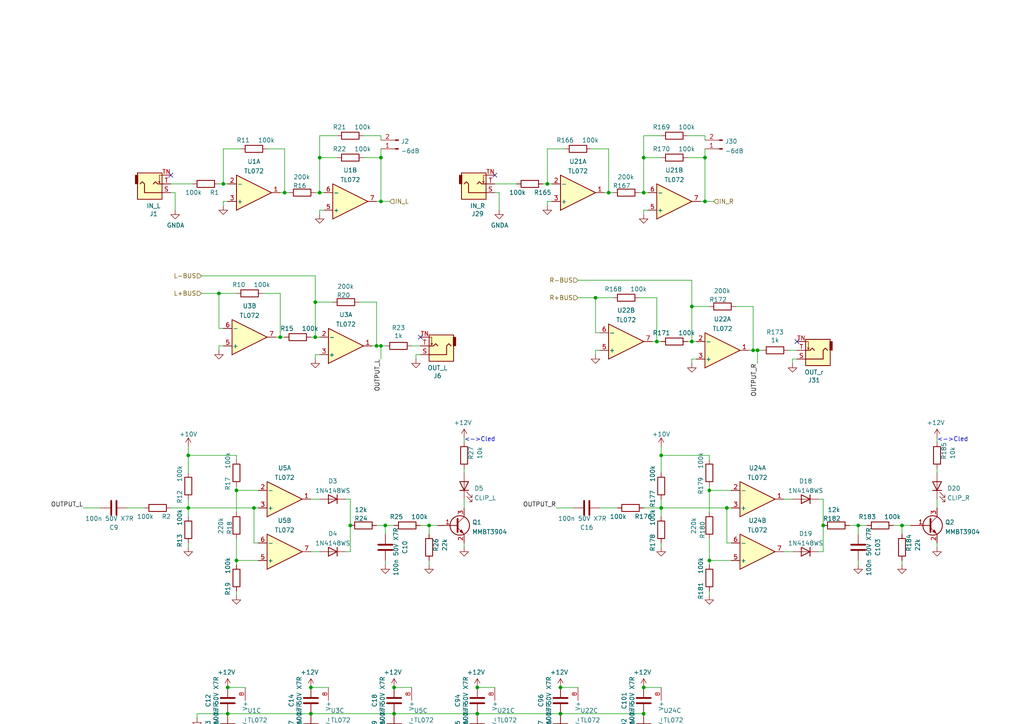
<source format=kicad_sch>
(kicad_sch (version 20230121) (generator eeschema)

  (uuid 701c6466-7942-4dad-9718-19a5cfa16157)

  (paper "A4")

  (lib_symbols
    (symbol "Amplifier_Operational:TL072" (pin_names (offset 0.127)) (in_bom yes) (on_board yes)
      (property "Reference" "U" (at 0 5.08 0)
        (effects (font (size 1.27 1.27)) (justify left))
      )
      (property "Value" "TL072" (at 0 -5.08 0)
        (effects (font (size 1.27 1.27)) (justify left))
      )
      (property "Footprint" "" (at 0 0 0)
        (effects (font (size 1.27 1.27)) hide)
      )
      (property "Datasheet" "http://www.ti.com/lit/ds/symlink/tl071.pdf" (at 0 0 0)
        (effects (font (size 1.27 1.27)) hide)
      )
      (property "ki_locked" "" (at 0 0 0)
        (effects (font (size 1.27 1.27)))
      )
      (property "ki_keywords" "dual opamp" (at 0 0 0)
        (effects (font (size 1.27 1.27)) hide)
      )
      (property "ki_description" "Dual Low-Noise JFET-Input Operational Amplifiers, DIP-8/SOIC-8" (at 0 0 0)
        (effects (font (size 1.27 1.27)) hide)
      )
      (property "ki_fp_filters" "SOIC*3.9x4.9mm*P1.27mm* DIP*W7.62mm* TO*99* OnSemi*Micro8* TSSOP*3x3mm*P0.65mm* TSSOP*4.4x3mm*P0.65mm* MSOP*3x3mm*P0.65mm* SSOP*3.9x4.9mm*P0.635mm* LFCSP*2x2mm*P0.5mm* *SIP* SOIC*5.3x6.2mm*P1.27mm*" (at 0 0 0)
        (effects (font (size 1.27 1.27)) hide)
      )
      (symbol "TL072_1_1"
        (polyline
          (pts
            (xy -5.08 5.08)
            (xy 5.08 0)
            (xy -5.08 -5.08)
            (xy -5.08 5.08)
          )
          (stroke (width 0.254) (type default))
          (fill (type background))
        )
        (pin output line (at 7.62 0 180) (length 2.54)
          (name "~" (effects (font (size 1.27 1.27))))
          (number "1" (effects (font (size 1.27 1.27))))
        )
        (pin input line (at -7.62 -2.54 0) (length 2.54)
          (name "-" (effects (font (size 1.27 1.27))))
          (number "2" (effects (font (size 1.27 1.27))))
        )
        (pin input line (at -7.62 2.54 0) (length 2.54)
          (name "+" (effects (font (size 1.27 1.27))))
          (number "3" (effects (font (size 1.27 1.27))))
        )
      )
      (symbol "TL072_2_1"
        (polyline
          (pts
            (xy -5.08 5.08)
            (xy 5.08 0)
            (xy -5.08 -5.08)
            (xy -5.08 5.08)
          )
          (stroke (width 0.254) (type default))
          (fill (type background))
        )
        (pin input line (at -7.62 2.54 0) (length 2.54)
          (name "+" (effects (font (size 1.27 1.27))))
          (number "5" (effects (font (size 1.27 1.27))))
        )
        (pin input line (at -7.62 -2.54 0) (length 2.54)
          (name "-" (effects (font (size 1.27 1.27))))
          (number "6" (effects (font (size 1.27 1.27))))
        )
        (pin output line (at 7.62 0 180) (length 2.54)
          (name "~" (effects (font (size 1.27 1.27))))
          (number "7" (effects (font (size 1.27 1.27))))
        )
      )
      (symbol "TL072_3_1"
        (pin power_in line (at -2.54 -7.62 90) (length 3.81)
          (name "V-" (effects (font (size 1.27 1.27))))
          (number "4" (effects (font (size 1.27 1.27))))
        )
        (pin power_in line (at -2.54 7.62 270) (length 3.81)
          (name "V+" (effects (font (size 1.27 1.27))))
          (number "8" (effects (font (size 1.27 1.27))))
        )
      )
    )
    (symbol "Connector:Conn_01x02_Male" (pin_names (offset 1.016) hide) (in_bom yes) (on_board yes)
      (property "Reference" "J" (at 0 2.54 0)
        (effects (font (size 1.27 1.27)))
      )
      (property "Value" "Conn_01x02_Male" (at 0 -5.08 0)
        (effects (font (size 1.27 1.27)))
      )
      (property "Footprint" "" (at 0 0 0)
        (effects (font (size 1.27 1.27)) hide)
      )
      (property "Datasheet" "~" (at 0 0 0)
        (effects (font (size 1.27 1.27)) hide)
      )
      (property "ki_keywords" "connector" (at 0 0 0)
        (effects (font (size 1.27 1.27)) hide)
      )
      (property "ki_description" "Generic connector, single row, 01x02, script generated (kicad-library-utils/schlib/autogen/connector/)" (at 0 0 0)
        (effects (font (size 1.27 1.27)) hide)
      )
      (property "ki_fp_filters" "Connector*:*_1x??_*" (at 0 0 0)
        (effects (font (size 1.27 1.27)) hide)
      )
      (symbol "Conn_01x02_Male_1_1"
        (polyline
          (pts
            (xy 1.27 -2.54)
            (xy 0.8636 -2.54)
          )
          (stroke (width 0.1524) (type default))
          (fill (type none))
        )
        (polyline
          (pts
            (xy 1.27 0)
            (xy 0.8636 0)
          )
          (stroke (width 0.1524) (type default))
          (fill (type none))
        )
        (rectangle (start 0.8636 -2.413) (end 0 -2.667)
          (stroke (width 0.1524) (type default))
          (fill (type outline))
        )
        (rectangle (start 0.8636 0.127) (end 0 -0.127)
          (stroke (width 0.1524) (type default))
          (fill (type outline))
        )
        (pin passive line (at 5.08 0 180) (length 3.81)
          (name "Pin_1" (effects (font (size 1.27 1.27))))
          (number "1" (effects (font (size 1.27 1.27))))
        )
        (pin passive line (at 5.08 -2.54 180) (length 3.81)
          (name "Pin_2" (effects (font (size 1.27 1.27))))
          (number "2" (effects (font (size 1.27 1.27))))
        )
      )
    )
    (symbol "Device:C" (pin_numbers hide) (pin_names (offset 0.254)) (in_bom yes) (on_board yes)
      (property "Reference" "C" (at 0.635 2.54 0)
        (effects (font (size 1.27 1.27)) (justify left))
      )
      (property "Value" "C" (at 0.635 -2.54 0)
        (effects (font (size 1.27 1.27)) (justify left))
      )
      (property "Footprint" "" (at 0.9652 -3.81 0)
        (effects (font (size 1.27 1.27)) hide)
      )
      (property "Datasheet" "~" (at 0 0 0)
        (effects (font (size 1.27 1.27)) hide)
      )
      (property "ki_keywords" "cap capacitor" (at 0 0 0)
        (effects (font (size 1.27 1.27)) hide)
      )
      (property "ki_description" "Unpolarized capacitor" (at 0 0 0)
        (effects (font (size 1.27 1.27)) hide)
      )
      (property "ki_fp_filters" "C_*" (at 0 0 0)
        (effects (font (size 1.27 1.27)) hide)
      )
      (symbol "C_0_1"
        (polyline
          (pts
            (xy -2.032 -0.762)
            (xy 2.032 -0.762)
          )
          (stroke (width 0.508) (type default))
          (fill (type none))
        )
        (polyline
          (pts
            (xy -2.032 0.762)
            (xy 2.032 0.762)
          )
          (stroke (width 0.508) (type default))
          (fill (type none))
        )
      )
      (symbol "C_1_1"
        (pin passive line (at 0 3.81 270) (length 2.794)
          (name "~" (effects (font (size 1.27 1.27))))
          (number "1" (effects (font (size 1.27 1.27))))
        )
        (pin passive line (at 0 -3.81 90) (length 2.794)
          (name "~" (effects (font (size 1.27 1.27))))
          (number "2" (effects (font (size 1.27 1.27))))
        )
      )
    )
    (symbol "Device:LED" (pin_numbers hide) (pin_names (offset 1.016) hide) (in_bom yes) (on_board yes)
      (property "Reference" "D" (at 0 2.54 0)
        (effects (font (size 1.27 1.27)))
      )
      (property "Value" "LED" (at 0 -2.54 0)
        (effects (font (size 1.27 1.27)))
      )
      (property "Footprint" "" (at 0 0 0)
        (effects (font (size 1.27 1.27)) hide)
      )
      (property "Datasheet" "~" (at 0 0 0)
        (effects (font (size 1.27 1.27)) hide)
      )
      (property "ki_keywords" "LED diode" (at 0 0 0)
        (effects (font (size 1.27 1.27)) hide)
      )
      (property "ki_description" "Light emitting diode" (at 0 0 0)
        (effects (font (size 1.27 1.27)) hide)
      )
      (property "ki_fp_filters" "LED* LED_SMD:* LED_THT:*" (at 0 0 0)
        (effects (font (size 1.27 1.27)) hide)
      )
      (symbol "LED_0_1"
        (polyline
          (pts
            (xy -1.27 -1.27)
            (xy -1.27 1.27)
          )
          (stroke (width 0.254) (type default))
          (fill (type none))
        )
        (polyline
          (pts
            (xy -1.27 0)
            (xy 1.27 0)
          )
          (stroke (width 0) (type default))
          (fill (type none))
        )
        (polyline
          (pts
            (xy 1.27 -1.27)
            (xy 1.27 1.27)
            (xy -1.27 0)
            (xy 1.27 -1.27)
          )
          (stroke (width 0.254) (type default))
          (fill (type none))
        )
        (polyline
          (pts
            (xy -3.048 -0.762)
            (xy -4.572 -2.286)
            (xy -3.81 -2.286)
            (xy -4.572 -2.286)
            (xy -4.572 -1.524)
          )
          (stroke (width 0) (type default))
          (fill (type none))
        )
        (polyline
          (pts
            (xy -1.778 -0.762)
            (xy -3.302 -2.286)
            (xy -2.54 -2.286)
            (xy -3.302 -2.286)
            (xy -3.302 -1.524)
          )
          (stroke (width 0) (type default))
          (fill (type none))
        )
      )
      (symbol "LED_1_1"
        (pin passive line (at -3.81 0 0) (length 2.54)
          (name "K" (effects (font (size 1.27 1.27))))
          (number "1" (effects (font (size 1.27 1.27))))
        )
        (pin passive line (at 3.81 0 180) (length 2.54)
          (name "A" (effects (font (size 1.27 1.27))))
          (number "2" (effects (font (size 1.27 1.27))))
        )
      )
    )
    (symbol "Device:R" (pin_numbers hide) (pin_names (offset 0)) (in_bom yes) (on_board yes)
      (property "Reference" "R" (at 2.032 0 90)
        (effects (font (size 1.27 1.27)))
      )
      (property "Value" "R" (at 0 0 90)
        (effects (font (size 1.27 1.27)))
      )
      (property "Footprint" "" (at -1.778 0 90)
        (effects (font (size 1.27 1.27)) hide)
      )
      (property "Datasheet" "~" (at 0 0 0)
        (effects (font (size 1.27 1.27)) hide)
      )
      (property "ki_keywords" "R res resistor" (at 0 0 0)
        (effects (font (size 1.27 1.27)) hide)
      )
      (property "ki_description" "Resistor" (at 0 0 0)
        (effects (font (size 1.27 1.27)) hide)
      )
      (property "ki_fp_filters" "R_*" (at 0 0 0)
        (effects (font (size 1.27 1.27)) hide)
      )
      (symbol "R_0_1"
        (rectangle (start -1.016 -2.54) (end 1.016 2.54)
          (stroke (width 0.254) (type default))
          (fill (type none))
        )
      )
      (symbol "R_1_1"
        (pin passive line (at 0 3.81 270) (length 1.27)
          (name "~" (effects (font (size 1.27 1.27))))
          (number "1" (effects (font (size 1.27 1.27))))
        )
        (pin passive line (at 0 -3.81 90) (length 1.27)
          (name "~" (effects (font (size 1.27 1.27))))
          (number "2" (effects (font (size 1.27 1.27))))
        )
      )
    )
    (symbol "Diode:1N4148WS" (pin_numbers hide) (pin_names (offset 1.016) hide) (in_bom yes) (on_board yes)
      (property "Reference" "D" (at 0 2.54 0)
        (effects (font (size 1.27 1.27)))
      )
      (property "Value" "1N4148WS" (at 0 -2.54 0)
        (effects (font (size 1.27 1.27)))
      )
      (property "Footprint" "Diode_SMD:D_SOD-323" (at 0 -4.445 0)
        (effects (font (size 1.27 1.27)) hide)
      )
      (property "Datasheet" "https://www.vishay.com/docs/85751/1n4148ws.pdf" (at 0 0 0)
        (effects (font (size 1.27 1.27)) hide)
      )
      (property "ki_keywords" "diode" (at 0 0 0)
        (effects (font (size 1.27 1.27)) hide)
      )
      (property "ki_description" "75V 0.15A Fast switching Diode, SOD-323" (at 0 0 0)
        (effects (font (size 1.27 1.27)) hide)
      )
      (property "ki_fp_filters" "D*SOD?323*" (at 0 0 0)
        (effects (font (size 1.27 1.27)) hide)
      )
      (symbol "1N4148WS_0_1"
        (polyline
          (pts
            (xy -1.27 1.27)
            (xy -1.27 -1.27)
          )
          (stroke (width 0.254) (type default))
          (fill (type none))
        )
        (polyline
          (pts
            (xy 1.27 0)
            (xy -1.27 0)
          )
          (stroke (width 0) (type default))
          (fill (type none))
        )
        (polyline
          (pts
            (xy 1.27 1.27)
            (xy 1.27 -1.27)
            (xy -1.27 0)
            (xy 1.27 1.27)
          )
          (stroke (width 0.254) (type default))
          (fill (type none))
        )
      )
      (symbol "1N4148WS_1_1"
        (pin passive line (at -3.81 0 0) (length 2.54)
          (name "K" (effects (font (size 1.27 1.27))))
          (number "1" (effects (font (size 1.27 1.27))))
        )
        (pin passive line (at 3.81 0 180) (length 2.54)
          (name "A" (effects (font (size 1.27 1.27))))
          (number "2" (effects (font (size 1.27 1.27))))
        )
      )
    )
    (symbol "MySynthParts:-12V" (power) (pin_names (offset 0)) (in_bom yes) (on_board yes)
      (property "Reference" "#PWR" (at 0 -3.81 0)
        (effects (font (size 1.27 1.27)) hide)
      )
      (property "Value" "MySynthParts_-12V" (at 0 3.556 0)
        (effects (font (size 1.27 1.27)))
      )
      (property "Footprint" "" (at 0 0 0)
        (effects (font (size 1.524 1.524)))
      )
      (property "Datasheet" "" (at 0 0 0)
        (effects (font (size 1.524 1.524)))
      )
      (symbol "-12V_0_1"
        (polyline
          (pts
            (xy 0 0)
            (xy 0 2.54)
          )
          (stroke (width 0) (type default))
          (fill (type none))
        )
        (polyline
          (pts
            (xy 0 2.54)
            (xy -1.27 0.635)
          )
          (stroke (width 0) (type default))
          (fill (type none))
        )
        (polyline
          (pts
            (xy 0 2.54)
            (xy 1.27 0.635)
          )
          (stroke (width 0) (type default))
          (fill (type none))
        )
      )
      (symbol "-12V_1_1"
        (pin power_in line (at 0 0 90) (length 0) hide
          (name "-12V" (effects (font (size 1.27 1.27))))
          (number "1" (effects (font (size 1.27 1.27))))
        )
      )
    )
    (symbol "ad633muliply-rescue:AudioJack2_Ground_Switch-Connector" (pin_names (offset 1.016)) (in_bom yes) (on_board yes)
      (property "Reference" "J" (at 0 8.89 0)
        (effects (font (size 1.27 1.27)))
      )
      (property "Value" "AudioJack2_Ground_Switch-Connector" (at 0 6.35 0)
        (effects (font (size 1.27 1.27)))
      )
      (property "Footprint" "" (at 0 0 0)
        (effects (font (size 1.27 1.27)) hide)
      )
      (property "Datasheet" "" (at 0 0 0)
        (effects (font (size 1.27 1.27)) hide)
      )
      (symbol "AudioJack2_Ground_Switch-Connector_0_1"
        (rectangle (start -4.445 -2.54) (end -5.207 0)
          (stroke (width 0) (type default))
          (fill (type outline))
        )
        (polyline
          (pts
            (xy 1.778 -0.254)
            (xy 2.032 -0.762)
          )
          (stroke (width 0) (type default))
          (fill (type none))
        )
        (polyline
          (pts
            (xy 0 0)
            (xy 0.635 -0.635)
            (xy 1.27 0)
            (xy 2.54 0)
          )
          (stroke (width 0.254) (type default))
          (fill (type none))
        )
        (polyline
          (pts
            (xy 2.54 -2.54)
            (xy 1.778 -2.54)
            (xy 1.778 -0.254)
            (xy 1.524 -0.762)
          )
          (stroke (width 0) (type default))
          (fill (type none))
        )
        (polyline
          (pts
            (xy 2.54 2.54)
            (xy -2.54 2.54)
            (xy -2.54 0)
            (xy -3.175 -0.635)
            (xy -3.81 0)
          )
          (stroke (width 0.254) (type default))
          (fill (type none))
        )
        (rectangle (start 2.54 -3.175) (end -4.572 4.445)
          (stroke (width 0.254) (type default))
          (fill (type background))
        )
      )
      (symbol "AudioJack2_Ground_Switch-Connector_1_1"
        (pin passive line (at 5.08 2.54 180) (length 2.54)
          (name "~" (effects (font (size 1.27 1.27))))
          (number "S" (effects (font (size 1.27 1.27))))
        )
        (pin passive line (at 5.08 0 180) (length 2.54)
          (name "~" (effects (font (size 1.27 1.27))))
          (number "T" (effects (font (size 1.27 1.27))))
        )
        (pin passive line (at 5.08 -2.54 180) (length 2.54)
          (name "~" (effects (font (size 1.27 1.27))))
          (number "TN" (effects (font (size 1.27 1.27))))
        )
      )
    )
    (symbol "mysyntharts:MMBT3904" (pin_names (offset 0) hide) (in_bom yes) (on_board yes)
      (property "Reference" "Q" (at 5.08 1.905 0)
        (effects (font (size 1.27 1.27)) (justify left))
      )
      (property "Value" "MMBT3904" (at 5.08 0 0)
        (effects (font (size 1.27 1.27)) (justify left))
      )
      (property "Footprint" "Package_TO_SOT_THT:TO-92_Inline" (at 5.08 -1.905 0)
        (effects (font (size 1.27 1.27) italic) (justify left) hide)
      )
      (property "Datasheet" "https://www.onsemi.com/pub/Collateral/2N3903-D.PDF" (at 0 0 0)
        (effects (font (size 1.27 1.27)) (justify left) hide)
      )
      (property "ki_keywords" "NPN Transistor" (at 0 0 0)
        (effects (font (size 1.27 1.27)) hide)
      )
      (property "ki_description" "0.2A Ic, 40V Vce, Small Signal NPN Transistor, TO-92" (at 0 0 0)
        (effects (font (size 1.27 1.27)) hide)
      )
      (property "ki_fp_filters" "TO?92*" (at 0 0 0)
        (effects (font (size 1.27 1.27)) hide)
      )
      (symbol "MMBT3904_0_1"
        (polyline
          (pts
            (xy 0.635 0.635)
            (xy 2.54 2.54)
          )
          (stroke (width 0) (type default))
          (fill (type none))
        )
        (polyline
          (pts
            (xy 0.635 -0.635)
            (xy 2.54 -2.54)
            (xy 2.54 -2.54)
          )
          (stroke (width 0) (type default))
          (fill (type none))
        )
        (polyline
          (pts
            (xy 0.635 1.905)
            (xy 0.635 -1.905)
            (xy 0.635 -1.905)
          )
          (stroke (width 0.508) (type default))
          (fill (type none))
        )
        (polyline
          (pts
            (xy 1.27 -1.778)
            (xy 1.778 -1.27)
            (xy 2.286 -2.286)
            (xy 1.27 -1.778)
            (xy 1.27 -1.778)
          )
          (stroke (width 0) (type default))
          (fill (type outline))
        )
        (circle (center 1.27 0) (radius 2.8194)
          (stroke (width 0.254) (type default))
          (fill (type none))
        )
      )
      (symbol "MMBT3904_1_1"
        (pin passive line (at -5.08 0 0) (length 5.715)
          (name "B" (effects (font (size 1.27 1.27))))
          (number "1" (effects (font (size 1.27 1.27))))
        )
        (pin passive line (at 2.54 -5.08 90) (length 2.54)
          (name "E" (effects (font (size 1.27 1.27))))
          (number "2" (effects (font (size 1.27 1.27))))
        )
        (pin passive line (at 2.54 5.08 270) (length 2.54)
          (name "C" (effects (font (size 1.27 1.27))))
          (number "3" (effects (font (size 1.27 1.27))))
        )
      )
    )
    (symbol "power:+10V" (power) (pin_names (offset 0)) (in_bom yes) (on_board yes)
      (property "Reference" "#PWR" (at 0 -3.81 0)
        (effects (font (size 1.27 1.27)) hide)
      )
      (property "Value" "+10V" (at 0 3.556 0)
        (effects (font (size 1.27 1.27)))
      )
      (property "Footprint" "" (at 0 0 0)
        (effects (font (size 1.27 1.27)) hide)
      )
      (property "Datasheet" "" (at 0 0 0)
        (effects (font (size 1.27 1.27)) hide)
      )
      (property "ki_keywords" "power-flag" (at 0 0 0)
        (effects (font (size 1.27 1.27)) hide)
      )
      (property "ki_description" "Power symbol creates a global label with name \"+10V\"" (at 0 0 0)
        (effects (font (size 1.27 1.27)) hide)
      )
      (symbol "+10V_0_1"
        (polyline
          (pts
            (xy -0.762 1.27)
            (xy 0 2.54)
          )
          (stroke (width 0) (type default))
          (fill (type none))
        )
        (polyline
          (pts
            (xy 0 0)
            (xy 0 2.54)
          )
          (stroke (width 0) (type default))
          (fill (type none))
        )
        (polyline
          (pts
            (xy 0 2.54)
            (xy 0.762 1.27)
          )
          (stroke (width 0) (type default))
          (fill (type none))
        )
      )
      (symbol "+10V_1_1"
        (pin power_in line (at 0 0 90) (length 0) hide
          (name "+10V" (effects (font (size 1.27 1.27))))
          (number "1" (effects (font (size 1.27 1.27))))
        )
      )
    )
    (symbol "power:+12V" (power) (pin_names (offset 0)) (in_bom yes) (on_board yes)
      (property "Reference" "#PWR" (at 0 -3.81 0)
        (effects (font (size 1.27 1.27)) hide)
      )
      (property "Value" "+12V" (at 0 3.556 0)
        (effects (font (size 1.27 1.27)))
      )
      (property "Footprint" "" (at 0 0 0)
        (effects (font (size 1.27 1.27)) hide)
      )
      (property "Datasheet" "" (at 0 0 0)
        (effects (font (size 1.27 1.27)) hide)
      )
      (property "ki_keywords" "power-flag" (at 0 0 0)
        (effects (font (size 1.27 1.27)) hide)
      )
      (property "ki_description" "Power symbol creates a global label with name \"+12V\"" (at 0 0 0)
        (effects (font (size 1.27 1.27)) hide)
      )
      (symbol "+12V_0_1"
        (polyline
          (pts
            (xy -0.762 1.27)
            (xy 0 2.54)
          )
          (stroke (width 0) (type default))
          (fill (type none))
        )
        (polyline
          (pts
            (xy 0 0)
            (xy 0 2.54)
          )
          (stroke (width 0) (type default))
          (fill (type none))
        )
        (polyline
          (pts
            (xy 0 2.54)
            (xy 0.762 1.27)
          )
          (stroke (width 0) (type default))
          (fill (type none))
        )
      )
      (symbol "+12V_1_1"
        (pin power_in line (at 0 0 90) (length 0) hide
          (name "+12V" (effects (font (size 1.27 1.27))))
          (number "1" (effects (font (size 1.27 1.27))))
        )
      )
    )
    (symbol "power:GNDA" (power) (pin_names (offset 0)) (in_bom yes) (on_board yes)
      (property "Reference" "#PWR" (at 0 -6.35 0)
        (effects (font (size 1.27 1.27)) hide)
      )
      (property "Value" "GNDA" (at 0 -3.81 0)
        (effects (font (size 1.27 1.27)))
      )
      (property "Footprint" "" (at 0 0 0)
        (effects (font (size 1.27 1.27)) hide)
      )
      (property "Datasheet" "" (at 0 0 0)
        (effects (font (size 1.27 1.27)) hide)
      )
      (property "ki_keywords" "power-flag" (at 0 0 0)
        (effects (font (size 1.27 1.27)) hide)
      )
      (property "ki_description" "Power symbol creates a global label with name \"GNDA\" , analog ground" (at 0 0 0)
        (effects (font (size 1.27 1.27)) hide)
      )
      (symbol "GNDA_0_1"
        (polyline
          (pts
            (xy 0 0)
            (xy 0 -1.27)
            (xy 1.27 -1.27)
            (xy 0 -2.54)
            (xy -1.27 -1.27)
            (xy 0 -1.27)
          )
          (stroke (width 0) (type default))
          (fill (type none))
        )
      )
      (symbol "GNDA_1_1"
        (pin power_in line (at 0 0 270) (length 0) hide
          (name "GNDA" (effects (font (size 1.27 1.27))))
          (number "1" (effects (font (size 1.27 1.27))))
        )
      )
    )
  )

  (junction (at 158.75 53.34) (diameter 0) (color 0 0 0 0)
    (uuid 05b5913d-a803-4a04-baee-4ff1dfcc2fef)
  )
  (junction (at 204.47 58.42) (diameter 0) (color 0 0 0 0)
    (uuid 0c65fb39-f7a9-4480-b08b-59b9d9b8e36b)
  )
  (junction (at 205.74 142.24) (diameter 0) (color 0 0 0 0)
    (uuid 0d872f96-83fd-4609-94da-71b685e53750)
  )
  (junction (at 186.69 214.63) (diameter 0) (color 0 0 0 0)
    (uuid 1919038e-c64f-4a4a-8fba-1196961e5185)
  )
  (junction (at 90.17 199.39) (diameter 0) (color 0 0 0 0)
    (uuid 1a2ba8fe-4bf1-40d1-9966-c7d99b6aa266)
  )
  (junction (at 114.3 214.63) (diameter 0) (color 0 0 0 0)
    (uuid 1e384254-deae-4a9e-9c08-3348cd9cb5f5)
  )
  (junction (at 68.58 142.24) (diameter 0) (color 0 0 0 0)
    (uuid 230717b0-651e-431c-9b79-af357f8f941a)
  )
  (junction (at 124.46 152.4) (diameter 0) (color 0 0 0 0)
    (uuid 248d1c98-d8d1-4023-8f47-45e28cc66368)
  )
  (junction (at 204.47 45.72) (diameter 0) (color 0 0 0 0)
    (uuid 2525a0e4-575b-4301-8496-cca4b25a991e)
  )
  (junction (at 54.61 147.32) (diameter 0) (color 0 0 0 0)
    (uuid 2cb53127-91ab-46f8-8b5f-89d9e029a328)
  )
  (junction (at 191.77 147.32) (diameter 0) (color 0 0 0 0)
    (uuid 323afac3-feba-4564-a126-6a6c55fbc7f4)
  )
  (junction (at 91.44 97.79) (diameter 0) (color 0 0 0 0)
    (uuid 324cf103-9d91-4bed-996d-e4b7186a7ea5)
  )
  (junction (at 68.58 162.56) (diameter 0) (color 0 0 0 0)
    (uuid 327560a1-8c40-4bde-a3a8-7d9948809de7)
  )
  (junction (at 200.66 99.06) (diameter 0) (color 0 0 0 0)
    (uuid 3459b362-36dd-4559-a83b-6a953bdd8a2e)
  )
  (junction (at 110.49 100.33) (diameter 0) (color 0 0 0 0)
    (uuid 3a2694b8-15ee-487f-999d-6116d16c19e2)
  )
  (junction (at 162.56 199.39) (diameter 0) (color 0 0 0 0)
    (uuid 3a29fd99-bcc3-40b0-8007-b428b038b4b1)
  )
  (junction (at 138.43 214.63) (diameter 0) (color 0 0 0 0)
    (uuid 3b0486ba-3851-402a-8f76-fb5c67eb4642)
  )
  (junction (at 91.44 87.63) (diameter 0) (color 0 0 0 0)
    (uuid 3ffd99f1-b2ce-4e5a-ae17-6833041a2aa3)
  )
  (junction (at 109.22 100.33) (diameter 0) (color 0 0 0 0)
    (uuid 410b91b6-4768-4173-b6a5-b23235ee5812)
  )
  (junction (at 111.76 152.4) (diameter 0) (color 0 0 0 0)
    (uuid 4321f156-d44c-4192-924c-3c6401f47894)
  )
  (junction (at 66.04 214.63) (diameter 0) (color 0 0 0 0)
    (uuid 456a44f8-8d3f-427a-b271-563b459fa503)
  )
  (junction (at 138.43 207.01) (diameter 0) (color 0 0 0 0)
    (uuid 475027cf-cbb5-4a8d-99af-be0cd9d0adf6)
  )
  (junction (at 172.72 86.36) (diameter 0) (color 0 0 0 0)
    (uuid 4917e39a-515a-46d9-93ee-e5f39ffbfcdc)
  )
  (junction (at 66.04 207.01) (diameter 0) (color 0 0 0 0)
    (uuid 4b0140b8-0b06-4546-ae54-f388ea0a36ce)
  )
  (junction (at 205.74 162.56) (diameter 0) (color 0 0 0 0)
    (uuid 5296c0d3-e121-43e2-9dbd-f0c69ea62516)
  )
  (junction (at 162.56 214.63) (diameter 0) (color 0 0 0 0)
    (uuid 5ae75116-4deb-45e0-987c-7c66c0c2127c)
  )
  (junction (at 248.92 152.4) (diameter 0) (color 0 0 0 0)
    (uuid 5aea06f2-3753-4f2d-aa9d-6bb2b3ff8e45)
  )
  (junction (at 54.61 132.08) (diameter 0) (color 0 0 0 0)
    (uuid 5c790696-5d70-484a-978e-329fb69eb3ef)
  )
  (junction (at 162.56 207.01) (diameter 0) (color 0 0 0 0)
    (uuid 5d6f3ceb-6cc0-474a-bd71-1b2e00115fc3)
  )
  (junction (at 186.69 45.72) (diameter 0) (color 0 0 0 0)
    (uuid 6e4f9de2-c7bc-475f-842b-4dcb3203ea99)
  )
  (junction (at 190.5 99.06) (diameter 0) (color 0 0 0 0)
    (uuid 6f44b9f6-6bad-4c2d-b7db-708bfdc2bee2)
  )
  (junction (at 200.66 88.9) (diameter 0) (color 0 0 0 0)
    (uuid 70ebc6a9-c225-4c74-9c88-e09fc6f3daaf)
  )
  (junction (at 90.17 207.01) (diameter 0) (color 0 0 0 0)
    (uuid 7585a687-588a-4faa-bfb0-f81f9692c70e)
  )
  (junction (at 238.76 152.4) (diameter 0) (color 0 0 0 0)
    (uuid 7728dd25-049a-40e9-983c-d2b36df3ad29)
  )
  (junction (at 73.66 147.32) (diameter 0) (color 0 0 0 0)
    (uuid 7af4258e-16e7-48e1-a331-58c187047c0f)
  )
  (junction (at 186.69 55.88) (diameter 0) (color 0 0 0 0)
    (uuid 7b7c9006-09ee-4105-bf67-7c1484eaae59)
  )
  (junction (at 90.17 214.63) (diameter 0) (color 0 0 0 0)
    (uuid 7bc1cd13-0470-4bbb-92f8-aab9ad7018d9)
  )
  (junction (at 210.82 147.32) (diameter 0) (color 0 0 0 0)
    (uuid 92471f5c-a3e8-4ceb-bfb5-53c5962e251b)
  )
  (junction (at 114.3 199.39) (diameter 0) (color 0 0 0 0)
    (uuid a0148d65-67ee-450e-97c6-8ef991786361)
  )
  (junction (at 186.69 207.01) (diameter 0) (color 0 0 0 0)
    (uuid a22b2a34-f5f3-41a5-bfe9-c64dbb6a2d77)
  )
  (junction (at 92.71 45.72) (diameter 0) (color 0 0 0 0)
    (uuid a7dbcff5-8e16-438b-ac83-4512552100eb)
  )
  (junction (at 218.44 101.6) (diameter 0) (color 0 0 0 0)
    (uuid bba1217e-213a-485c-97a5-be7e995954b1)
  )
  (junction (at 261.62 152.4) (diameter 0) (color 0 0 0 0)
    (uuid bef30ae8-989e-4ec2-90ba-954d7dbff104)
  )
  (junction (at 176.53 55.88) (diameter 0) (color 0 0 0 0)
    (uuid c42a67cd-174a-45c3-9c3b-cce9b0462f11)
  )
  (junction (at 110.49 45.72) (diameter 0) (color 0 0 0 0)
    (uuid cad4a1b6-0919-419e-a3be-63030f75be61)
  )
  (junction (at 64.77 53.34) (diameter 0) (color 0 0 0 0)
    (uuid cb2ac020-3925-4e54-83ae-ea98488532f5)
  )
  (junction (at 81.28 97.79) (diameter 0) (color 0 0 0 0)
    (uuid cdd0b1a3-f70e-4249-99ab-b779b7fc2b48)
  )
  (junction (at 186.69 199.39) (diameter 0) (color 0 0 0 0)
    (uuid d2fc773f-c47f-430c-8b1b-6ab97f0e403a)
  )
  (junction (at 66.04 199.39) (diameter 0) (color 0 0 0 0)
    (uuid d4b5b223-aa7d-4435-8f4a-00f79a405156)
  )
  (junction (at 110.49 58.42) (diameter 0) (color 0 0 0 0)
    (uuid d90c3d5b-cafe-49e6-8446-d81f164d096f)
  )
  (junction (at 191.77 132.08) (diameter 0) (color 0 0 0 0)
    (uuid dde180d1-dd6d-4b18-9854-7e76563ba189)
  )
  (junction (at 63.5 85.09) (diameter 0) (color 0 0 0 0)
    (uuid def92875-e1a2-4fc8-b7a1-11a51362fb83)
  )
  (junction (at 101.6 152.4) (diameter 0) (color 0 0 0 0)
    (uuid e3250f33-b51e-4706-bbbb-76ade518890b)
  )
  (junction (at 92.71 55.88) (diameter 0) (color 0 0 0 0)
    (uuid e8dcad25-0c4f-4b09-9c61-a8896f4cc795)
  )
  (junction (at 219.71 101.6) (diameter 0) (color 0 0 0 0)
    (uuid e94f48a9-9f81-4bfe-8bdd-ce304ae75d9c)
  )
  (junction (at 114.3 207.01) (diameter 0) (color 0 0 0 0)
    (uuid ec61f68b-75da-464c-b01d-045e06f32b8b)
  )
  (junction (at 82.55 55.88) (diameter 0) (color 0 0 0 0)
    (uuid ecdc8ab3-96fe-4401-be38-cf6912c4a771)
  )
  (junction (at 138.43 199.39) (diameter 0) (color 0 0 0 0)
    (uuid fbac8b04-5f0a-4334-8130-e65dad6988d8)
  )

  (no_connect (at 121.92 97.79) (uuid 26cfda22-d839-499c-9f09-634abc869e53))
  (no_connect (at 143.51 50.8) (uuid 3b5325b8-9abc-4ea7-8467-c68f4b50192b))
  (no_connect (at 49.53 50.8) (uuid bad2fb97-64df-45bf-ba8c-94bcd9618f80))
  (no_connect (at 231.14 99.06) (uuid f00b746f-7d48-4ffa-aba1-6a7771359f3c))

  (wire (pts (xy 205.74 171.45) (xy 205.74 172.72))
    (stroke (width 0) (type default))
    (uuid 03461573-7bb0-4c24-aa09-b75ddf3bb7ce)
  )
  (wire (pts (xy 24.13 147.32) (xy 29.21 147.32))
    (stroke (width 0) (type default))
    (uuid 049c5dac-96a9-4b3c-b087-8870e95ffc4c)
  )
  (wire (pts (xy 205.74 156.21) (xy 205.74 162.56))
    (stroke (width 0) (type default))
    (uuid 065cb5a8-957b-407e-b96e-9d2a97e9192a)
  )
  (wire (pts (xy 58.42 80.01) (xy 91.44 80.01))
    (stroke (width 0) (type default))
    (uuid 0a227fc2-5ed7-4b01-a0a8-33178a58e78e)
  )
  (wire (pts (xy 160.02 58.42) (xy 158.75 58.42))
    (stroke (width 0) (type default))
    (uuid 0c11fbf4-1543-4bae-8f75-c92ccc53ae7c)
  )
  (wire (pts (xy 158.75 58.42) (xy 158.75 59.69))
    (stroke (width 0) (type default))
    (uuid 0c9d83de-7c7e-4777-8bbe-d0d2e84d90fc)
  )
  (wire (pts (xy 200.66 104.14) (xy 200.66 105.41))
    (stroke (width 0) (type default))
    (uuid 0cb8404e-08fa-4d04-aae0-4b7583c8ab97)
  )
  (wire (pts (xy 49.53 53.34) (xy 55.88 53.34))
    (stroke (width 0) (type default))
    (uuid 0d12f145-e689-40ac-8ebe-dc1cafe69832)
  )
  (wire (pts (xy 54.61 147.32) (xy 73.66 147.32))
    (stroke (width 0) (type default))
    (uuid 0e029e09-a0d0-441f-89c4-8a178760e8ea)
  )
  (wire (pts (xy 105.41 45.72) (xy 110.49 45.72))
    (stroke (width 0) (type default))
    (uuid 0e7d228e-d193-4923-963f-f76ab430b23f)
  )
  (wire (pts (xy 110.49 45.72) (xy 110.49 58.42))
    (stroke (width 0) (type default))
    (uuid 0eee2b85-d3fb-482d-91af-f7ed3746ff4c)
  )
  (wire (pts (xy 68.58 132.08) (xy 54.61 132.08))
    (stroke (width 0) (type default))
    (uuid 0f9e5a30-4941-4811-b048-5c9647a1c3c1)
  )
  (wire (pts (xy 186.69 147.32) (xy 191.77 147.32))
    (stroke (width 0) (type default))
    (uuid 10d982f5-530c-45f5-8163-206be8abfc11)
  )
  (wire (pts (xy 66.04 58.42) (xy 64.77 58.42))
    (stroke (width 0) (type default))
    (uuid 1295eeee-aa27-4d7f-bb0a-fdaf120b5a6d)
  )
  (wire (pts (xy 110.49 100.33) (xy 111.76 100.33))
    (stroke (width 0) (type default))
    (uuid 12cad9ed-736f-47a5-902a-ad358283cd67)
  )
  (wire (pts (xy 167.64 86.36) (xy 172.72 86.36))
    (stroke (width 0) (type default))
    (uuid 13659cec-23d0-422a-9075-0ceb76803600)
  )
  (wire (pts (xy 172.72 86.36) (xy 172.72 96.52))
    (stroke (width 0) (type default))
    (uuid 1375c97c-15c7-47b7-adcf-8e0048352132)
  )
  (wire (pts (xy 158.75 43.18) (xy 158.75 53.34))
    (stroke (width 0) (type default))
    (uuid 138ee658-1159-45d4-b5ab-bf9a57220aa7)
  )
  (wire (pts (xy 228.6 101.6) (xy 231.14 101.6))
    (stroke (width 0) (type default))
    (uuid 1549523f-e70e-45e2-9ae4-ec5f27efd8c2)
  )
  (wire (pts (xy 191.77 132.08) (xy 191.77 137.16))
    (stroke (width 0) (type default))
    (uuid 16188586-9189-4ab5-8144-7bf5407901f4)
  )
  (wire (pts (xy 138.43 199.39) (xy 143.51 199.39))
    (stroke (width 0) (type default))
    (uuid 16e196cf-862e-4360-adf9-617f85e2f372)
  )
  (wire (pts (xy 91.44 55.88) (xy 92.71 55.88))
    (stroke (width 0) (type default))
    (uuid 18fb9986-3482-4ee7-a5bf-93d07eb906d5)
  )
  (wire (pts (xy 90.17 160.02) (xy 92.71 160.02))
    (stroke (width 0) (type default))
    (uuid 1bf428a0-395d-45e9-86a0-bf1787b08bbc)
  )
  (wire (pts (xy 204.47 45.72) (xy 204.47 58.42))
    (stroke (width 0) (type default))
    (uuid 1c4e2065-def6-4961-8268-9ea7c441f302)
  )
  (wire (pts (xy 81.28 97.79) (xy 82.55 97.79))
    (stroke (width 0) (type default))
    (uuid 202df1e8-8f84-442d-abfa-2b5e93760946)
  )
  (wire (pts (xy 271.78 144.78) (xy 271.78 147.32))
    (stroke (width 0) (type default))
    (uuid 203013a7-a835-4b9f-80c0-8658179a0b0c)
  )
  (wire (pts (xy 138.43 207.01) (xy 162.56 207.01))
    (stroke (width 0) (type default))
    (uuid 20384bb2-7a28-482a-bac1-0e7d4320d6d7)
  )
  (wire (pts (xy 63.5 53.34) (xy 64.77 53.34))
    (stroke (width 0) (type default))
    (uuid 20f57fb1-d1ea-44a9-a69b-650235add182)
  )
  (wire (pts (xy 110.49 100.33) (xy 110.49 104.14))
    (stroke (width 0) (type default))
    (uuid 227533b9-68cc-4acc-b67d-d4d6801ab53e)
  )
  (wire (pts (xy 92.71 60.96) (xy 92.71 62.23))
    (stroke (width 0) (type default))
    (uuid 25c015d2-1b21-4e75-a614-ae74a08d1ed0)
  )
  (wire (pts (xy 81.28 97.79) (xy 80.01 97.79))
    (stroke (width 0) (type default))
    (uuid 26977b27-4bed-4bcd-a330-6ef05418061d)
  )
  (wire (pts (xy 114.3 214.63) (xy 119.38 214.63))
    (stroke (width 0) (type default))
    (uuid 27742e5a-aa3e-4bbe-a47e-c316fe779a86)
  )
  (wire (pts (xy 104.14 87.63) (xy 109.22 87.63))
    (stroke (width 0) (type default))
    (uuid 28c15951-8f49-400f-9bba-1e11d59bd928)
  )
  (wire (pts (xy 213.36 88.9) (xy 218.44 88.9))
    (stroke (width 0) (type default))
    (uuid 28c347b3-dc77-42de-85c4-a37be7380934)
  )
  (wire (pts (xy 91.44 97.79) (xy 92.71 97.79))
    (stroke (width 0) (type default))
    (uuid 2bf5064e-a70a-4179-8769-66ed9b6c62cd)
  )
  (wire (pts (xy 238.76 152.4) (xy 238.76 144.78))
    (stroke (width 0) (type default))
    (uuid 2c891d14-8c71-4ea8-bc2f-a498cdaa6f0d)
  )
  (wire (pts (xy 134.62 127) (xy 134.62 128.27))
    (stroke (width 0) (type default))
    (uuid 2ce62814-1fd7-4b41-b5b1-ec2bd852795c)
  )
  (wire (pts (xy 204.47 40.64) (xy 204.47 39.37))
    (stroke (width 0) (type default))
    (uuid 2dbbfe1b-2617-46a8-8634-fb00e80873e3)
  )
  (wire (pts (xy 248.92 152.4) (xy 248.92 154.94))
    (stroke (width 0) (type default))
    (uuid 2e306af1-2924-4075-bd99-6b755c9bf645)
  )
  (wire (pts (xy 134.62 135.89) (xy 134.62 137.16))
    (stroke (width 0) (type default))
    (uuid 2e950b19-abc9-4190-8f42-0aa5845b87d9)
  )
  (wire (pts (xy 176.53 55.88) (xy 175.26 55.88))
    (stroke (width 0) (type default))
    (uuid 2f2be893-0a27-4c63-9bcf-76381c34f51c)
  )
  (wire (pts (xy 68.58 140.97) (xy 68.58 142.24))
    (stroke (width 0) (type default))
    (uuid 30215fb4-11d5-40e1-851d-b01d761b9c49)
  )
  (wire (pts (xy 212.09 162.56) (xy 205.74 162.56))
    (stroke (width 0) (type default))
    (uuid 3156e12e-3d6c-477b-b6ed-e0e56c2c1967)
  )
  (wire (pts (xy 96.52 87.63) (xy 91.44 87.63))
    (stroke (width 0) (type default))
    (uuid 328fe199-0049-44e9-81ae-deea99786675)
  )
  (wire (pts (xy 201.93 104.14) (xy 200.66 104.14))
    (stroke (width 0) (type default))
    (uuid 329de925-8137-4b7c-8314-b86a40fe00c9)
  )
  (wire (pts (xy 81.28 85.09) (xy 81.28 97.79))
    (stroke (width 0) (type default))
    (uuid 32f0de95-c843-4f29-81cf-e7f8ca8effa0)
  )
  (wire (pts (xy 259.08 152.4) (xy 261.62 152.4))
    (stroke (width 0) (type default))
    (uuid 35238269-6220-4b0f-b2b0-d2920f08b20a)
  )
  (wire (pts (xy 111.76 152.4) (xy 111.76 154.94))
    (stroke (width 0) (type default))
    (uuid 35c4caac-9eaa-44ee-b8c9-5a5a0751631d)
  )
  (wire (pts (xy 185.42 86.36) (xy 190.5 86.36))
    (stroke (width 0) (type default))
    (uuid 35f29051-cd8a-45f5-95dc-18afb4d5e96b)
  )
  (wire (pts (xy 191.77 45.72) (xy 186.69 45.72))
    (stroke (width 0) (type default))
    (uuid 3605f621-836b-43d7-a80c-fa1f63732368)
  )
  (wire (pts (xy 176.53 43.18) (xy 176.53 55.88))
    (stroke (width 0) (type default))
    (uuid 360bcbdf-b7dd-4877-81a4-ab1374e20d59)
  )
  (wire (pts (xy 54.61 157.48) (xy 54.61 158.75))
    (stroke (width 0) (type default))
    (uuid 3791f683-f4bd-485d-beec-bd784e83c8d3)
  )
  (wire (pts (xy 97.79 45.72) (xy 92.71 45.72))
    (stroke (width 0) (type default))
    (uuid 390742a4-1773-4439-8612-db4063c7af64)
  )
  (wire (pts (xy 109.22 87.63) (xy 109.22 100.33))
    (stroke (width 0) (type default))
    (uuid 3976a418-46e4-4005-94f3-382ae9913044)
  )
  (wire (pts (xy 238.76 160.02) (xy 238.76 152.4))
    (stroke (width 0) (type default))
    (uuid 3a43dd09-0fdf-4a26-869a-b15fb20d3653)
  )
  (wire (pts (xy 186.69 214.63) (xy 191.77 214.63))
    (stroke (width 0) (type default))
    (uuid 3c2bf90c-1b38-45e1-a2fd-a319a83ce211)
  )
  (wire (pts (xy 163.83 43.18) (xy 158.75 43.18))
    (stroke (width 0) (type default))
    (uuid 3c81b801-72ba-4b57-ae5b-a697394009c0)
  )
  (wire (pts (xy 54.61 132.08) (xy 54.61 137.16))
    (stroke (width 0) (type default))
    (uuid 3da5a7ca-44ec-49da-995a-fea4270fdad4)
  )
  (wire (pts (xy 82.55 55.88) (xy 83.82 55.88))
    (stroke (width 0) (type default))
    (uuid 3ed2f2c9-c034-4dfe-814a-5b8ab76940cb)
  )
  (wire (pts (xy 110.49 39.37) (xy 105.41 39.37))
    (stroke (width 0) (type default))
    (uuid 3ef4ca35-9a3a-42e9-8fd9-ffb6aa121348)
  )
  (wire (pts (xy 109.22 100.33) (xy 110.49 100.33))
    (stroke (width 0) (type default))
    (uuid 3f2f8249-15e5-4457-b1e9-b3ccef67684f)
  )
  (wire (pts (xy 111.76 152.4) (xy 114.3 152.4))
    (stroke (width 0) (type default))
    (uuid 40de3f98-6504-4959-bb9e-6b0ee195a5d1)
  )
  (wire (pts (xy 82.55 55.88) (xy 81.28 55.88))
    (stroke (width 0) (type default))
    (uuid 419cc784-846a-4750-bede-ee0bb19bffa2)
  )
  (wire (pts (xy 199.39 45.72) (xy 204.47 45.72))
    (stroke (width 0) (type default))
    (uuid 41a6520d-91b0-4da0-8511-376337fc8a92)
  )
  (wire (pts (xy 204.47 43.18) (xy 204.47 45.72))
    (stroke (width 0) (type default))
    (uuid 43d1d6c4-6277-429f-8d24-9b80c1b2666b)
  )
  (wire (pts (xy 261.62 152.4) (xy 261.62 154.94))
    (stroke (width 0) (type default))
    (uuid 4544fa2f-a581-41fd-afaa-fe5256e48fbd)
  )
  (wire (pts (xy 158.75 53.34) (xy 160.02 53.34))
    (stroke (width 0) (type default))
    (uuid 46aeefdf-e0d0-42a0-b8cb-5ec2f539429f)
  )
  (wire (pts (xy 246.38 152.4) (xy 248.92 152.4))
    (stroke (width 0) (type default))
    (uuid 498728cb-88b6-4acf-a187-ff34f53e60e7)
  )
  (wire (pts (xy 218.44 88.9) (xy 218.44 101.6))
    (stroke (width 0) (type default))
    (uuid 4cc8bb26-beae-43af-be33-1537f086d545)
  )
  (wire (pts (xy 69.85 43.18) (xy 64.77 43.18))
    (stroke (width 0) (type default))
    (uuid 4da83004-d931-4844-a7f3-7cc298d43a11)
  )
  (wire (pts (xy 173.99 101.6) (xy 172.72 101.6))
    (stroke (width 0) (type default))
    (uuid 4f0ee59a-10c5-466c-8139-30b8dd4a876b)
  )
  (wire (pts (xy 204.47 58.42) (xy 207.01 58.42))
    (stroke (width 0) (type default))
    (uuid 5112330b-6a4e-40f3-8cc6-2fedd3b447e5)
  )
  (wire (pts (xy 200.66 88.9) (xy 200.66 99.06))
    (stroke (width 0) (type default))
    (uuid 5112b7c5-4ee5-41e3-a1c2-412366d38140)
  )
  (wire (pts (xy 261.62 152.4) (xy 264.16 152.4))
    (stroke (width 0) (type default))
    (uuid 51e60551-4b20-46bb-98aa-f696beff73dd)
  )
  (wire (pts (xy 93.98 60.96) (xy 92.71 60.96))
    (stroke (width 0) (type default))
    (uuid 54e88487-dbee-4641-a060-43ffa4424775)
  )
  (wire (pts (xy 90.17 199.39) (xy 95.25 199.39))
    (stroke (width 0) (type default))
    (uuid 553a3e40-6896-4356-b90a-faea0369a97d)
  )
  (wire (pts (xy 205.74 132.08) (xy 191.77 132.08))
    (stroke (width 0) (type default))
    (uuid 55d5172c-4dcf-4b94-959c-f4d5118c1c85)
  )
  (wire (pts (xy 212.09 147.32) (xy 210.82 147.32))
    (stroke (width 0) (type default))
    (uuid 58050372-17c8-48bd-b7ef-8280a95a19d3)
  )
  (wire (pts (xy 90.17 214.63) (xy 95.25 214.63))
    (stroke (width 0) (type default))
    (uuid 5c7e03ed-51f2-4260-bab8-59f5fe7f0164)
  )
  (wire (pts (xy 57.15 207.01) (xy 66.04 207.01))
    (stroke (width 0) (type default))
    (uuid 5e458fd8-01e3-4693-84fc-8e81bd98b885)
  )
  (wire (pts (xy 200.66 81.28) (xy 200.66 88.9))
    (stroke (width 0) (type default))
    (uuid 5ec59196-f388-4637-bc0c-f2f0790f8db5)
  )
  (wire (pts (xy 143.51 55.88) (xy 144.78 55.88))
    (stroke (width 0) (type default))
    (uuid 60f3af0b-314f-40e5-a50e-6310a613abe5)
  )
  (wire (pts (xy 187.96 60.96) (xy 186.69 60.96))
    (stroke (width 0) (type default))
    (uuid 63899675-93ca-4800-bf72-1a750fffde98)
  )
  (wire (pts (xy 82.55 43.18) (xy 82.55 55.88))
    (stroke (width 0) (type default))
    (uuid 64a6c7e5-f959-4f98-a809-c1a3b7943850)
  )
  (wire (pts (xy 248.92 152.4) (xy 251.46 152.4))
    (stroke (width 0) (type default))
    (uuid 65f60445-880e-4d35-8fd8-6fc8526f563d)
  )
  (wire (pts (xy 76.2 85.09) (xy 81.28 85.09))
    (stroke (width 0) (type default))
    (uuid 66430504-7105-4482-a727-ec2545f66629)
  )
  (wire (pts (xy 109.22 152.4) (xy 111.76 152.4))
    (stroke (width 0) (type default))
    (uuid 6663f0d7-91fe-452d-9b5a-141e0efee781)
  )
  (wire (pts (xy 219.71 101.6) (xy 220.98 101.6))
    (stroke (width 0) (type default))
    (uuid 690973fd-e0b3-4c33-97d5-4efce9af63d4)
  )
  (wire (pts (xy 66.04 207.01) (xy 90.17 207.01))
    (stroke (width 0) (type default))
    (uuid 6938c250-bcf1-4159-9db8-f06dfa4e4353)
  )
  (wire (pts (xy 205.74 140.97) (xy 205.74 142.24))
    (stroke (width 0) (type default))
    (uuid 69f7bfc6-0307-4889-9c1f-173de781069a)
  )
  (wire (pts (xy 73.66 157.48) (xy 74.93 157.48))
    (stroke (width 0) (type default))
    (uuid 6a9dfc71-c44f-4b68-9bdf-cedeb983b1fb)
  )
  (wire (pts (xy 200.66 99.06) (xy 201.93 99.06))
    (stroke (width 0) (type default))
    (uuid 6c164ac6-828e-4a29-a4dc-bd560bc554bf)
  )
  (wire (pts (xy 173.99 147.32) (xy 179.07 147.32))
    (stroke (width 0) (type default))
    (uuid 6e59f5fd-5d2b-4bc3-a9bc-e723d3dcad5c)
  )
  (wire (pts (xy 199.39 99.06) (xy 200.66 99.06))
    (stroke (width 0) (type default))
    (uuid 711faddf-9fed-46a2-b5c0-a2049faf7a06)
  )
  (wire (pts (xy 167.64 81.28) (xy 200.66 81.28))
    (stroke (width 0) (type default))
    (uuid 71269e44-40dc-4843-852e-05d28ff1b675)
  )
  (wire (pts (xy 120.65 104.14) (xy 120.65 102.87))
    (stroke (width 0) (type default))
    (uuid 73cae4a4-1b47-480d-9011-90f6b5f581a8)
  )
  (wire (pts (xy 186.69 39.37) (xy 186.69 45.72))
    (stroke (width 0) (type default))
    (uuid 74668d46-2cae-4a28-9b23-e1ce1fc1378e)
  )
  (wire (pts (xy 138.43 214.63) (xy 143.51 214.63))
    (stroke (width 0) (type default))
    (uuid 748c6e5a-a59c-41d1-b8ec-c19027b69019)
  )
  (wire (pts (xy 162.56 199.39) (xy 167.64 199.39))
    (stroke (width 0) (type default))
    (uuid 751ee87f-32c7-457d-bf14-3269c5b0a99a)
  )
  (wire (pts (xy 107.95 100.33) (xy 109.22 100.33))
    (stroke (width 0) (type default))
    (uuid 75419ef4-e967-4f1f-90b1-07e66382ba37)
  )
  (wire (pts (xy 177.8 86.36) (xy 172.72 86.36))
    (stroke (width 0) (type default))
    (uuid 772bd972-f32d-4e62-93f9-f2878e375825)
  )
  (wire (pts (xy 271.78 157.48) (xy 271.78 158.75))
    (stroke (width 0) (type default))
    (uuid 7c2309e7-d565-42f2-9dad-c1446342d6ee)
  )
  (wire (pts (xy 64.77 100.33) (xy 63.5 100.33))
    (stroke (width 0) (type default))
    (uuid 7c8cfbf3-33bb-4097-8b26-7360aac8a146)
  )
  (wire (pts (xy 204.47 39.37) (xy 199.39 39.37))
    (stroke (width 0) (type default))
    (uuid 7f04e669-1c76-4e4b-b6b4-9e9a82b3d49a)
  )
  (wire (pts (xy 190.5 99.06) (xy 191.77 99.06))
    (stroke (width 0) (type default))
    (uuid 800bd8c3-d4e8-491f-b4f8-f483f9a7fd9d)
  )
  (wire (pts (xy 144.78 55.88) (xy 144.78 60.96))
    (stroke (width 0) (type default))
    (uuid 801e18bc-91b0-4963-baa2-6cc835af2ed3)
  )
  (wire (pts (xy 68.58 148.59) (xy 68.58 142.24))
    (stroke (width 0) (type default))
    (uuid 80349af4-41e5-4d5e-9d7f-422c0e3e5b21)
  )
  (wire (pts (xy 176.53 55.88) (xy 177.8 55.88))
    (stroke (width 0) (type default))
    (uuid 822946e3-b67a-41cf-a5ca-fdf249a66939)
  )
  (wire (pts (xy 120.65 102.87) (xy 121.92 102.87))
    (stroke (width 0) (type default))
    (uuid 82432d5e-0ab7-44bc-9547-a8431070cd88)
  )
  (wire (pts (xy 114.3 207.01) (xy 138.43 207.01))
    (stroke (width 0) (type default))
    (uuid 82f0e942-6a51-43c1-a130-fceaf7805c0a)
  )
  (wire (pts (xy 210.82 157.48) (xy 212.09 157.48))
    (stroke (width 0) (type default))
    (uuid 838723c4-9614-426b-86f1-1060bc967454)
  )
  (wire (pts (xy 205.74 88.9) (xy 200.66 88.9))
    (stroke (width 0) (type default))
    (uuid 83909638-cd54-49b7-a0cb-d91b2f1dcb03)
  )
  (wire (pts (xy 134.62 144.78) (xy 134.62 147.32))
    (stroke (width 0) (type default))
    (uuid 8439ae1f-ff76-4c58-be15-a33e0cfeeafb)
  )
  (wire (pts (xy 91.44 87.63) (xy 91.44 97.79))
    (stroke (width 0) (type default))
    (uuid 8474ce66-7672-4b49-b569-940eb4e4dd39)
  )
  (wire (pts (xy 191.77 144.78) (xy 191.77 147.32))
    (stroke (width 0) (type default))
    (uuid 84ed4bfc-507e-4671-aee8-073a01ec7a2f)
  )
  (wire (pts (xy 110.49 58.42) (xy 113.03 58.42))
    (stroke (width 0) (type default))
    (uuid 88f63a33-4379-4fce-b1d4-e898f84574eb)
  )
  (wire (pts (xy 90.17 207.01) (xy 114.3 207.01))
    (stroke (width 0) (type default))
    (uuid 89464e28-dca7-489a-b799-3d54941da147)
  )
  (wire (pts (xy 74.93 147.32) (xy 73.66 147.32))
    (stroke (width 0) (type default))
    (uuid 89ac294f-85b4-4ebd-b76b-ed325d4072e6)
  )
  (wire (pts (xy 205.74 162.56) (xy 205.74 163.83))
    (stroke (width 0) (type default))
    (uuid 89da3d41-55a3-47c6-bb0a-b8eb92acd569)
  )
  (wire (pts (xy 186.69 60.96) (xy 186.69 62.23))
    (stroke (width 0) (type default))
    (uuid 8e0d4cf2-a977-4a2d-bae8-dd345c5cf0d4)
  )
  (wire (pts (xy 121.92 152.4) (xy 124.46 152.4))
    (stroke (width 0) (type default))
    (uuid 8e712497-6a93-4b5a-bcba-18e979e0c978)
  )
  (wire (pts (xy 74.93 162.56) (xy 68.58 162.56))
    (stroke (width 0) (type default))
    (uuid 90346dec-db15-492e-a424-222ddf6639c6)
  )
  (wire (pts (xy 64.77 53.34) (xy 66.04 53.34))
    (stroke (width 0) (type default))
    (uuid 919eb319-ef97-4e94-b96f-d423fba0692b)
  )
  (wire (pts (xy 217.17 101.6) (xy 218.44 101.6))
    (stroke (width 0) (type default))
    (uuid 91cfad53-8814-4f5f-b2b5-d5a8b2edaf09)
  )
  (wire (pts (xy 92.71 55.88) (xy 93.98 55.88))
    (stroke (width 0) (type default))
    (uuid 939e1137-6595-4463-820f-cbd5e88930f1)
  )
  (wire (pts (xy 143.51 53.34) (xy 149.86 53.34))
    (stroke (width 0) (type default))
    (uuid 943ec6e8-5177-494f-8e4b-ee80adabfc67)
  )
  (wire (pts (xy 124.46 152.4) (xy 127 152.4))
    (stroke (width 0) (type default))
    (uuid 94ba88f1-bd76-4ac8-b5db-f2d3c19e22ad)
  )
  (wire (pts (xy 157.48 53.34) (xy 158.75 53.34))
    (stroke (width 0) (type default))
    (uuid 96fe4fdb-75b6-4e5e-bc78-cb1766b015ff)
  )
  (wire (pts (xy 90.17 97.79) (xy 91.44 97.79))
    (stroke (width 0) (type default))
    (uuid 974d3d20-ab44-44a4-a362-9f90dfd803fa)
  )
  (wire (pts (xy 161.29 147.32) (xy 166.37 147.32))
    (stroke (width 0) (type default))
    (uuid 97ad985c-33a8-4543-aaff-fcfd9248a3f6)
  )
  (wire (pts (xy 205.74 148.59) (xy 205.74 142.24))
    (stroke (width 0) (type default))
    (uuid 97ce9771-3fff-42d6-8c2d-197381581bcc)
  )
  (wire (pts (xy 205.74 133.35) (xy 205.74 132.08))
    (stroke (width 0) (type default))
    (uuid 98dd57b9-2a00-4d6d-933a-b4bb54418900)
  )
  (wire (pts (xy 64.77 43.18) (xy 64.77 53.34))
    (stroke (width 0) (type default))
    (uuid 9918268f-e380-4ba0-bb7b-c86565dc97a8)
  )
  (wire (pts (xy 191.77 147.32) (xy 210.82 147.32))
    (stroke (width 0) (type default))
    (uuid 994de3a8-8dd3-4b88-8f2c-c4d0a637c5a4)
  )
  (wire (pts (xy 49.53 55.88) (xy 50.8 55.88))
    (stroke (width 0) (type default))
    (uuid 9bca4fc8-82f3-4178-ba6d-0eb2eb1ec0cb)
  )
  (wire (pts (xy 100.33 160.02) (xy 101.6 160.02))
    (stroke (width 0) (type default))
    (uuid 9c282926-27e8-4cc1-9bce-5d24e3e96df6)
  )
  (wire (pts (xy 68.58 142.24) (xy 74.93 142.24))
    (stroke (width 0) (type default))
    (uuid 9f587186-62a7-40f8-8dbd-678f683b922a)
  )
  (wire (pts (xy 91.44 102.87) (xy 91.44 104.14))
    (stroke (width 0) (type default))
    (uuid a4607efe-81a2-4243-9029-4937eedaa021)
  )
  (wire (pts (xy 109.22 58.42) (xy 110.49 58.42))
    (stroke (width 0) (type default))
    (uuid a618679f-a96e-4b8f-a318-284e74900372)
  )
  (wire (pts (xy 205.74 142.24) (xy 212.09 142.24))
    (stroke (width 0) (type default))
    (uuid a62e2b3c-cc06-4d28-a6a2-ca681883cb45)
  )
  (wire (pts (xy 50.8 55.88) (xy 50.8 60.96))
    (stroke (width 0) (type default))
    (uuid a81d99a0-b315-4c61-a986-c5ee08d16c7e)
  )
  (wire (pts (xy 203.2 58.42) (xy 204.47 58.42))
    (stroke (width 0) (type default))
    (uuid a938ee53-5876-454f-89ab-b7d686d9a029)
  )
  (wire (pts (xy 66.04 214.63) (xy 71.12 214.63))
    (stroke (width 0) (type default))
    (uuid a9bf39f4-c5ac-44e1-af71-9f82d9b0f7a2)
  )
  (wire (pts (xy 119.38 100.33) (xy 121.92 100.33))
    (stroke (width 0) (type default))
    (uuid ac3f9087-deac-41a7-a0a0-5ba1693c246c)
  )
  (wire (pts (xy 171.45 43.18) (xy 176.53 43.18))
    (stroke (width 0) (type default))
    (uuid ac7e467f-c6f6-4ba9-b98d-7f64b962b34c)
  )
  (wire (pts (xy 271.78 135.89) (xy 271.78 137.16))
    (stroke (width 0) (type default))
    (uuid b016691e-614e-432f-ae17-7990274eacfa)
  )
  (wire (pts (xy 97.79 39.37) (xy 92.71 39.37))
    (stroke (width 0) (type default))
    (uuid b1b1326f-54f1-4702-9992-ab0bff492065)
  )
  (wire (pts (xy 73.66 147.32) (xy 73.66 157.48))
    (stroke (width 0) (type default))
    (uuid b1c06bd2-665e-434b-8d73-6199755a5ea5)
  )
  (wire (pts (xy 68.58 85.09) (xy 63.5 85.09))
    (stroke (width 0) (type default))
    (uuid b369a192-5d39-43f1-8923-a4b0bf104467)
  )
  (wire (pts (xy 191.77 129.54) (xy 191.77 132.08))
    (stroke (width 0) (type default))
    (uuid b3b7c2ce-0d6a-44ee-a0e6-7d575a0ac529)
  )
  (wire (pts (xy 227.33 160.02) (xy 229.87 160.02))
    (stroke (width 0) (type default))
    (uuid b472a63d-f964-4ec8-8efd-e14cf4623194)
  )
  (wire (pts (xy 58.42 85.09) (xy 63.5 85.09))
    (stroke (width 0) (type default))
    (uuid b8e78c28-f222-468f-903f-30d9df877765)
  )
  (wire (pts (xy 227.33 144.78) (xy 229.87 144.78))
    (stroke (width 0) (type default))
    (uuid b8ea7919-afba-4bf5-ad81-85468519e5b6)
  )
  (wire (pts (xy 238.76 144.78) (xy 237.49 144.78))
    (stroke (width 0) (type default))
    (uuid ba5bd545-b6d2-40c6-82eb-93191c42e036)
  )
  (wire (pts (xy 186.69 45.72) (xy 186.69 55.88))
    (stroke (width 0) (type default))
    (uuid bc668ec1-2139-4326-b0e8-004d38fcdad8)
  )
  (wire (pts (xy 210.82 147.32) (xy 210.82 157.48))
    (stroke (width 0) (type default))
    (uuid bfd0af2c-2c9d-45d3-8659-9e30580df012)
  )
  (wire (pts (xy 237.49 160.02) (xy 238.76 160.02))
    (stroke (width 0) (type default))
    (uuid c1372a58-b63d-46d2-ad7f-c2419c3f745c)
  )
  (wire (pts (xy 134.62 157.48) (xy 134.62 158.75))
    (stroke (width 0) (type default))
    (uuid c1583c94-720a-42d7-964f-0782f2284142)
  )
  (wire (pts (xy 92.71 45.72) (xy 92.71 55.88))
    (stroke (width 0) (type default))
    (uuid c2e79cca-6ddf-4c19-b5f6-5130bdf11884)
  )
  (wire (pts (xy 162.56 214.63) (xy 167.64 214.63))
    (stroke (width 0) (type default))
    (uuid c2faa640-ed31-4430-9c7b-af2d25337dc3)
  )
  (wire (pts (xy 271.78 127) (xy 271.78 128.27))
    (stroke (width 0) (type default))
    (uuid c7db26a0-9fdb-49ba-9abc-6f43af5af402)
  )
  (wire (pts (xy 111.76 162.56) (xy 111.76 163.83))
    (stroke (width 0) (type default))
    (uuid ca465f04-07e4-4866-87b9-54fff959e76e)
  )
  (wire (pts (xy 36.83 147.32) (xy 41.91 147.32))
    (stroke (width 0) (type default))
    (uuid caa0ba2a-b56a-4bcb-a63c-eeb1d448eb44)
  )
  (wire (pts (xy 191.77 157.48) (xy 191.77 158.75))
    (stroke (width 0) (type default))
    (uuid cac13d9a-e24e-4e3f-84d0-30d59e6ebca6)
  )
  (wire (pts (xy 101.6 144.78) (xy 100.33 144.78))
    (stroke (width 0) (type default))
    (uuid cb5dfeb2-aa0a-45ec-845b-73448e2dbccb)
  )
  (wire (pts (xy 91.44 80.01) (xy 91.44 87.63))
    (stroke (width 0) (type default))
    (uuid cd88c3d8-54b9-4277-a6cb-42a243afde18)
  )
  (wire (pts (xy 68.58 156.21) (xy 68.58 162.56))
    (stroke (width 0) (type default))
    (uuid cfade73e-f9ec-4eb0-8536-5c4ce321f051)
  )
  (wire (pts (xy 77.47 43.18) (xy 82.55 43.18))
    (stroke (width 0) (type default))
    (uuid d14063e8-b304-4b90-aa02-245e7b4c4136)
  )
  (wire (pts (xy 110.49 43.18) (xy 110.49 45.72))
    (stroke (width 0) (type default))
    (uuid d1a0320c-72a5-4434-8b9a-c4445951ffca)
  )
  (wire (pts (xy 49.53 147.32) (xy 54.61 147.32))
    (stroke (width 0) (type default))
    (uuid d344f6da-1208-4eea-9cbe-52a69e34793e)
  )
  (wire (pts (xy 124.46 152.4) (xy 124.46 154.94))
    (stroke (width 0) (type default))
    (uuid d49b4758-5dc1-428e-9fb6-3851078730fc)
  )
  (wire (pts (xy 90.17 144.78) (xy 92.71 144.78))
    (stroke (width 0) (type default))
    (uuid d56fcc31-e0eb-449e-8710-fd9e973a6d97)
  )
  (wire (pts (xy 101.6 160.02) (xy 101.6 152.4))
    (stroke (width 0) (type default))
    (uuid d71dd4a5-f53a-496d-b230-bfb51f6eda7d)
  )
  (wire (pts (xy 92.71 39.37) (xy 92.71 45.72))
    (stroke (width 0) (type default))
    (uuid d82d3bbc-2087-4fd9-b56d-ec65929b553d)
  )
  (wire (pts (xy 172.72 101.6) (xy 172.72 102.87))
    (stroke (width 0) (type default))
    (uuid d9947041-57af-4678-9219-b7150c0acd5d)
  )
  (wire (pts (xy 172.72 96.52) (xy 173.99 96.52))
    (stroke (width 0) (type default))
    (uuid db2f74b5-3a9b-454b-a453-16421c0f8cc3)
  )
  (wire (pts (xy 68.58 162.56) (xy 68.58 163.83))
    (stroke (width 0) (type default))
    (uuid db4f4197-861d-4042-8073-aded9281b002)
  )
  (wire (pts (xy 218.44 101.6) (xy 219.71 101.6))
    (stroke (width 0) (type default))
    (uuid de445bb8-1b2c-4527-8418-8233a981334d)
  )
  (wire (pts (xy 248.92 162.56) (xy 248.92 163.83))
    (stroke (width 0) (type default))
    (uuid e19d5524-f3e3-49d1-aa29-171d61976134)
  )
  (wire (pts (xy 261.62 162.56) (xy 261.62 163.83))
    (stroke (width 0) (type default))
    (uuid e1ae81af-06d0-46b8-a2ab-7ca019ebf45b)
  )
  (wire (pts (xy 54.61 144.78) (xy 54.61 147.32))
    (stroke (width 0) (type default))
    (uuid e237ee02-5ea2-4c0f-877e-415e32982e1e)
  )
  (wire (pts (xy 191.77 147.32) (xy 191.77 149.86))
    (stroke (width 0) (type default))
    (uuid e2715f85-0461-4a92-b270-4957a8256378)
  )
  (wire (pts (xy 110.49 40.64) (xy 110.49 39.37))
    (stroke (width 0) (type default))
    (uuid e37d1a68-b4ad-4e61-a532-a61aa90d7afc)
  )
  (wire (pts (xy 68.58 171.45) (xy 68.58 172.72))
    (stroke (width 0) (type default))
    (uuid e422b083-606b-40dc-aacc-acc12bc46edf)
  )
  (wire (pts (xy 63.5 100.33) (xy 63.5 101.6))
    (stroke (width 0) (type default))
    (uuid e51e901c-891f-4c5d-b1c3-ae072c4d7c86)
  )
  (wire (pts (xy 68.58 133.35) (xy 68.58 132.08))
    (stroke (width 0) (type default))
    (uuid e5b17121-1074-4320-82bb-3ee074a5afea)
  )
  (wire (pts (xy 229.87 105.41) (xy 229.87 104.14))
    (stroke (width 0) (type default))
    (uuid e71493c5-07bf-431a-9ac2-714b4746618b)
  )
  (wire (pts (xy 64.77 58.42) (xy 64.77 59.69))
    (stroke (width 0) (type default))
    (uuid eaf1e4ad-083f-476e-9b4d-8ba28d0b4079)
  )
  (wire (pts (xy 66.04 199.39) (xy 71.12 199.39))
    (stroke (width 0) (type default))
    (uuid eb68fa58-90bb-4c56-bfdc-99dca9a05fe8)
  )
  (wire (pts (xy 190.5 86.36) (xy 190.5 99.06))
    (stroke (width 0) (type default))
    (uuid ebd7f1cc-675c-49ae-b006-74d5cfa02cca)
  )
  (wire (pts (xy 114.3 199.39) (xy 119.38 199.39))
    (stroke (width 0) (type default))
    (uuid ebe8d61d-3ee2-433d-ba86-fcba25ffda68)
  )
  (wire (pts (xy 190.5 99.06) (xy 189.23 99.06))
    (stroke (width 0) (type default))
    (uuid ec7aebfa-9fb1-4cd7-ad34-c6a01f89e09e)
  )
  (wire (pts (xy 191.77 39.37) (xy 186.69 39.37))
    (stroke (width 0) (type default))
    (uuid ef76e4f5-eacc-419c-8c34-6fb8208c911e)
  )
  (wire (pts (xy 186.69 199.39) (xy 191.77 199.39))
    (stroke (width 0) (type default))
    (uuid f0574867-67c2-4b3e-8468-2bd02afb4f88)
  )
  (wire (pts (xy 219.71 101.6) (xy 219.71 105.41))
    (stroke (width 0) (type default))
    (uuid f16931b1-7229-4b15-a714-256748d8beb7)
  )
  (wire (pts (xy 124.46 162.56) (xy 124.46 163.83))
    (stroke (width 0) (type default))
    (uuid f175f03d-3a5a-4bd4-836b-fa34621ded35)
  )
  (wire (pts (xy 162.56 207.01) (xy 186.69 207.01))
    (stroke (width 0) (type default))
    (uuid f18f581f-ae7f-45eb-b551-0314f568e673)
  )
  (wire (pts (xy 186.69 55.88) (xy 187.96 55.88))
    (stroke (width 0) (type default))
    (uuid f228f61a-1539-43dc-9f4f-fb12aa0fd4f1)
  )
  (wire (pts (xy 57.15 208.28) (xy 57.15 207.01))
    (stroke (width 0) (type default))
    (uuid f307338e-7005-4dc7-ac4b-cb63681d90f0)
  )
  (wire (pts (xy 63.5 85.09) (xy 63.5 95.25))
    (stroke (width 0) (type default))
    (uuid f33eae24-c27e-4b60-8e38-df684939718e)
  )
  (wire (pts (xy 185.42 55.88) (xy 186.69 55.88))
    (stroke (width 0) (type default))
    (uuid f3f253e2-0028-48ad-b76b-ef71c35cd179)
  )
  (wire (pts (xy 229.87 104.14) (xy 231.14 104.14))
    (stroke (width 0) (type default))
    (uuid f425d175-6429-46c2-be8a-dec27361d2b2)
  )
  (wire (pts (xy 101.6 152.4) (xy 101.6 144.78))
    (stroke (width 0) (type default))
    (uuid f4a0799f-bc8b-4c4c-bb66-81b7bd00c52f)
  )
  (wire (pts (xy 54.61 129.54) (xy 54.61 132.08))
    (stroke (width 0) (type default))
    (uuid f4c8cdc3-aa39-4708-8f78-a2374e386724)
  )
  (wire (pts (xy 54.61 147.32) (xy 54.61 149.86))
    (stroke (width 0) (type default))
    (uuid f5c27178-9764-4e9b-b11c-0f7af265402c)
  )
  (wire (pts (xy 92.71 102.87) (xy 91.44 102.87))
    (stroke (width 0) (type default))
    (uuid f8a2dda8-0da2-48ab-b6e2-cc2ecf3fdb23)
  )
  (wire (pts (xy 63.5 95.25) (xy 64.77 95.25))
    (stroke (width 0) (type default))
    (uuid fdfcbfdf-5438-45f3-8183-1be910e7a0e0)
  )

  (text "<->Cled" (at 134.62 128.27 0)
    (effects (font (size 1.27 1.27)) (justify left bottom))
    (uuid 0b93f6f6-8a82-473c-8f29-17cf3f741034)
  )
  (text "<->Cled" (at 271.78 128.27 0)
    (effects (font (size 1.27 1.27)) (justify left bottom))
    (uuid 89262a66-3293-4ea9-a31c-fb4c2bc12667)
  )

  (label "OUTPUT_L" (at 110.49 104.14 270) (fields_autoplaced)
    (effects (font (size 1.27 1.27)) (justify right bottom))
    (uuid 02664530-e8e3-49c4-a95b-d879582e9b2c)
  )
  (label "OUTPUT_R" (at 161.29 147.32 180) (fields_autoplaced)
    (effects (font (size 1.27 1.27)) (justify right bottom))
    (uuid 1a908cdb-1f09-423f-8e29-b84fe486b339)
  )
  (label "OUTPUT_L" (at 24.13 147.32 180) (fields_autoplaced)
    (effects (font (size 1.27 1.27)) (justify right bottom))
    (uuid 381e828b-66c4-4090-9150-cebb0f594cc1)
  )
  (label "OUTPUT_R" (at 219.71 105.41 270) (fields_autoplaced)
    (effects (font (size 1.27 1.27)) (justify right bottom))
    (uuid 8660fa60-4a3a-440e-bd80-07abb5ea4f98)
  )

  (hierarchical_label "IN_L" (shape input) (at 113.03 58.42 0) (fields_autoplaced)
    (effects (font (size 1.27 1.27)) (justify left))
    (uuid 1bbde6e2-8a62-4660-8612-d87986eae887)
  )
  (hierarchical_label "R+BUS" (shape input) (at 167.64 86.36 180) (fields_autoplaced)
    (effects (font (size 1.27 1.27)) (justify right))
    (uuid 86243ef4-b268-4adf-8a25-cc2ffb70114d)
  )
  (hierarchical_label "IN_R" (shape input) (at 207.01 58.42 0) (fields_autoplaced)
    (effects (font (size 1.27 1.27)) (justify left))
    (uuid aa86fdb3-fe25-4264-9abf-b3dc58ac8caa)
  )
  (hierarchical_label "L+BUS" (shape input) (at 58.42 85.09 180) (fields_autoplaced)
    (effects (font (size 1.27 1.27)) (justify right))
    (uuid b50eb2eb-0930-47ee-86b3-1c61ae8e905f)
  )
  (hierarchical_label "R-BUS" (shape input) (at 167.64 81.28 180) (fields_autoplaced)
    (effects (font (size 1.27 1.27)) (justify right))
    (uuid c3ebcc2b-3e59-4ca5-bfed-3ea7f13c8b2e)
  )
  (hierarchical_label "L-BUS" (shape input) (at 58.42 80.01 180) (fields_autoplaced)
    (effects (font (size 1.27 1.27)) (justify right))
    (uuid cab92af9-cb2d-4a41-96b8-800f397922d7)
  )

  (symbol (lib_id "Device:R") (at 87.63 55.88 90) (unit 1)
    (in_bom yes) (on_board yes) (dnp no)
    (uuid 00ce8278-ed22-4883-abd8-b6f48d1f3672)
    (property "Reference" "R16" (at 88.9 54.61 90)
      (effects (font (size 1.27 1.27)) (justify left top))
    )
    (property "Value" "200k" (at 85.09 52.07 90)
      (effects (font (size 1.27 1.27)) (justify right top))
    )
    (property "Footprint" "Resistor_SMD:R_0402_1005Metric" (at 87.63 57.658 90)
      (effects (font (size 1.27 1.27)) hide)
    )
    (property "Datasheet" "" (at 87.63 55.88 0)
      (effects (font (size 1.27 1.27)) hide)
    )
    (property "LCSC" "" (at 87.63 55.88 0)
      (effects (font (size 1.27 1.27)) hide)
    )
    (pin "1" (uuid 4a14e679-0c95-4b3f-b987-90daa475ef68))
    (pin "2" (uuid 342321fe-ab86-4e50-948d-a353df17b62f))
    (instances
      (project "doubleshelve"
        (path "/e63e39d7-6ac0-4ffd-8aa3-1841a4541b55/ec8db18d-3ecc-40fb-a5ae-b9d5298a6cf7"
          (reference "R16") (unit 1)
        )
      )
    )
  )

  (symbol (lib_id "Amplifier_Operational:TL072") (at 146.05 207.01 0) (unit 3)
    (in_bom yes) (on_board yes) (dnp no) (fields_autoplaced)
    (uuid 03ae301f-8aef-489b-9c6b-4bc47f7832c1)
    (property "Reference" "U21" (at 144.145 206.1015 0)
      (effects (font (size 1.27 1.27)) (justify left))
    )
    (property "Value" "TL072" (at 144.145 208.8766 0)
      (effects (font (size 1.27 1.27)) (justify left))
    )
    (property "Footprint" "Package_SO:SOIC-8_3.9x4.9mm_P1.27mm" (at 146.05 207.01 0)
      (effects (font (size 1.27 1.27)) hide)
    )
    (property "Datasheet" "http://www.ti.com/lit/ds/symlink/tl071.pdf" (at 146.05 207.01 0)
      (effects (font (size 1.27 1.27)) hide)
    )
    (pin "1" (uuid d2ae04ff-96b2-4fdb-b596-4c0a6bf87191))
    (pin "2" (uuid 0970744a-4cd2-437c-97f3-2dfeafc5db27))
    (pin "3" (uuid 7f250cdb-3040-41e1-8b37-62cf514abbb2))
    (pin "5" (uuid 4bd8c2bc-7b08-49cb-a706-8bcf0b7750e5))
    (pin "6" (uuid fd2106ec-2559-49d8-8362-041430d243fd))
    (pin "7" (uuid ca59fa79-92b2-4502-be14-528848ec161b))
    (pin "4" (uuid f9d4bf79-d532-401b-a421-5b56fbcda862))
    (pin "8" (uuid b0af528f-a3c9-44a6-80ba-3ca841f5ae94))
    (instances
      (project "doubleshelve"
        (path "/e63e39d7-6ac0-4ffd-8aa3-1841a4541b55/ec8db18d-3ecc-40fb-a5ae-b9d5298a6cf7"
          (reference "U21") (unit 3)
        )
      )
    )
  )

  (symbol (lib_id "Amplifier_Operational:TL072") (at 73.66 55.88 0) (mirror x) (unit 1)
    (in_bom yes) (on_board yes) (dnp no) (fields_autoplaced)
    (uuid 092fa890-86a5-41c9-ac91-65a16452d5bf)
    (property "Reference" "U1" (at 73.66 46.8335 0)
      (effects (font (size 1.27 1.27)))
    )
    (property "Value" "TL072" (at 73.66 49.6086 0)
      (effects (font (size 1.27 1.27)))
    )
    (property "Footprint" "Package_SO:SOIC-8_3.9x4.9mm_P1.27mm" (at 73.66 55.88 0)
      (effects (font (size 1.27 1.27)) hide)
    )
    (property "Datasheet" "http://www.ti.com/lit/ds/symlink/tl071.pdf" (at 73.66 55.88 0)
      (effects (font (size 1.27 1.27)) hide)
    )
    (pin "1" (uuid e4e45cca-3ddb-4847-9a66-2f58406a8228))
    (pin "2" (uuid 0ebd9ef0-520b-473e-9e65-1dd119333667))
    (pin "3" (uuid f7e7cdea-48d2-40dd-9cd1-1e6a00e74b6e))
    (pin "5" (uuid ffc0ad37-18bc-4b1d-b2a3-6b9d433227d9))
    (pin "6" (uuid b7dd8870-7db6-4670-93c6-d3a4d8ca576e))
    (pin "7" (uuid 40e94cdf-9bb6-4f07-93ce-1648593638ff))
    (pin "4" (uuid 4aec2629-5c67-4e22-a974-892ab7a84e50))
    (pin "8" (uuid b9b9054a-0cfd-401f-aa1d-ba0647b46b2e))
    (instances
      (project "doubleshelve"
        (path "/e63e39d7-6ac0-4ffd-8aa3-1841a4541b55/ec8db18d-3ecc-40fb-a5ae-b9d5298a6cf7"
          (reference "U1") (unit 1)
        )
      )
    )
  )

  (symbol (lib_id "Device:R") (at 195.58 45.72 90) (unit 1)
    (in_bom yes) (on_board yes) (dnp no)
    (uuid 0957c0c9-0dbf-42e0-b017-c63e8176fca5)
    (property "Reference" "R170" (at 194.4116 43.942 90)
      (effects (font (size 1.27 1.27)) (justify left top))
    )
    (property "Value" "100k" (at 196.723 43.942 90)
      (effects (font (size 1.27 1.27)) (justify right top))
    )
    (property "Footprint" "Resistor_SMD:R_0402_1005Metric" (at 195.58 47.498 90)
      (effects (font (size 1.27 1.27)) hide)
    )
    (property "Datasheet" "https://datasheet.lcsc.com/lcsc/1811141827_Viking-Tech-AR02DTD1003_C319963.pdf" (at 195.58 45.72 0)
      (effects (font (size 1.27 1.27)) hide)
    )
    (property "LCSC" "C319963" (at 195.58 45.72 0)
      (effects (font (size 1.27 1.27)) hide)
    )
    (pin "1" (uuid 93256f80-4df8-4692-81dd-818091eaf484))
    (pin "2" (uuid f0e3966f-b8c3-48ac-bedb-bcc100611e6b))
    (instances
      (project "doubleshelve"
        (path "/e63e39d7-6ac0-4ffd-8aa3-1841a4541b55/ec8db18d-3ecc-40fb-a5ae-b9d5298a6cf7"
          (reference "R170") (unit 1)
        )
      )
    )
  )

  (symbol (lib_id "Device:R") (at 195.58 99.06 90) (unit 1)
    (in_bom yes) (on_board yes) (dnp no)
    (uuid 095d151f-c550-415b-9b85-ee90aa17235d)
    (property "Reference" "R171" (at 194.4116 97.282 90)
      (effects (font (size 1.27 1.27)) (justify left top))
    )
    (property "Value" "100k" (at 196.723 97.282 90)
      (effects (font (size 1.27 1.27)) (justify right top))
    )
    (property "Footprint" "Resistor_SMD:R_0402_1005Metric" (at 195.58 100.838 90)
      (effects (font (size 1.27 1.27)) hide)
    )
    (property "Datasheet" "https://datasheet.lcsc.com/lcsc/1811141827_Viking-Tech-AR02DTD1003_C319963.pdf" (at 195.58 99.06 0)
      (effects (font (size 1.27 1.27)) hide)
    )
    (property "LCSC" "C319963" (at 195.58 99.06 0)
      (effects (font (size 1.27 1.27)) hide)
    )
    (pin "1" (uuid 1ca099ae-6172-45e9-842a-883133cafb31))
    (pin "2" (uuid 2ec68576-7ac7-4014-8ad7-80a32d451213))
    (instances
      (project "doubleshelve"
        (path "/e63e39d7-6ac0-4ffd-8aa3-1841a4541b55/ec8db18d-3ecc-40fb-a5ae-b9d5298a6cf7"
          (reference "R171") (unit 1)
        )
      )
    )
  )

  (symbol (lib_id "power:GNDA") (at 261.62 163.83 0) (mirror y) (unit 1)
    (in_bom yes) (on_board yes) (dnp no)
    (uuid 0c202bab-9a8e-4c67-a674-5a0ce7ed12d6)
    (property "Reference" "#PWR0307" (at 261.62 170.18 0)
      (effects (font (size 1.27 1.27)) hide)
    )
    (property "Value" "GNDA" (at 261.493 168.2242 0)
      (effects (font (size 1.27 1.27)) hide)
    )
    (property "Footprint" "" (at 261.62 163.83 0)
      (effects (font (size 1.27 1.27)) hide)
    )
    (property "Datasheet" "" (at 261.62 163.83 0)
      (effects (font (size 1.27 1.27)) hide)
    )
    (pin "1" (uuid c7aa603b-80d9-42fb-bb08-11e3a2217e87))
    (instances
      (project "doubleshelve"
        (path "/e63e39d7-6ac0-4ffd-8aa3-1841a4541b55/ec8db18d-3ecc-40fb-a5ae-b9d5298a6cf7"
          (reference "#PWR0307") (unit 1)
        )
      )
    )
  )

  (symbol (lib_id "Amplifier_Operational:TL072") (at 181.61 99.06 0) (mirror x) (unit 2)
    (in_bom yes) (on_board yes) (dnp no) (fields_autoplaced)
    (uuid 0cd5dea1-5239-4604-9332-e337cb3cb358)
    (property "Reference" "U22" (at 181.61 90.0135 0)
      (effects (font (size 1.27 1.27)))
    )
    (property "Value" "TL072" (at 181.61 92.7886 0)
      (effects (font (size 1.27 1.27)))
    )
    (property "Footprint" "Package_SO:SOIC-8_3.9x4.9mm_P1.27mm" (at 181.61 99.06 0)
      (effects (font (size 1.27 1.27)) hide)
    )
    (property "Datasheet" "http://www.ti.com/lit/ds/symlink/tl071.pdf" (at 181.61 99.06 0)
      (effects (font (size 1.27 1.27)) hide)
    )
    (pin "1" (uuid 1c858781-7f62-4c38-9585-382ac598eab3))
    (pin "2" (uuid d882a9ac-a58b-4e33-8c7a-58125665973c))
    (pin "3" (uuid ab4a2d1d-9f87-41f7-87d1-b5bfc6bb0ade))
    (pin "5" (uuid 531066e9-b2ec-4b8c-a342-5c7310c1de6f))
    (pin "6" (uuid 74a93672-8ba2-47db-ada5-3f199cfe680f))
    (pin "7" (uuid 48ab9776-fbd4-4b8d-97a4-2c65f2d04ca5))
    (pin "4" (uuid 304ffcf8-4bd5-4c6e-b0bf-98ff83049dfb))
    (pin "8" (uuid ee67e03e-9ec8-47f5-b679-7e79483314fa))
    (instances
      (project "doubleshelve"
        (path "/e63e39d7-6ac0-4ffd-8aa3-1841a4541b55/ec8db18d-3ecc-40fb-a5ae-b9d5298a6cf7"
          (reference "U22") (unit 2)
        )
      )
    )
  )

  (symbol (lib_id "Device:R") (at 115.57 100.33 90) (mirror x) (unit 1)
    (in_bom yes) (on_board yes) (dnp no)
    (uuid 0d45b9b6-30d9-4236-a865-01f44a436ba5)
    (property "Reference" "R23" (at 115.57 95.0722 90)
      (effects (font (size 1.27 1.27)))
    )
    (property "Value" "1k" (at 115.57 97.3836 90)
      (effects (font (size 1.27 1.27)))
    )
    (property "Footprint" "Resistor_SMD:R_0603_1608Metric" (at 115.57 98.552 90)
      (effects (font (size 1.27 1.27)) hide)
    )
    (property "Datasheet" "https://datasheet.lcsc.com/lcsc/2004231634_Resistor.Today-PTFR0603B1K00N9_C394536.pdf" (at 115.57 100.33 0)
      (effects (font (size 1.27 1.27)) hide)
    )
    (property "LCSC" "C394536" (at 115.57 100.33 90)
      (effects (font (size 1.27 1.27)) hide)
    )
    (pin "1" (uuid 8dc17cf7-0c93-4a42-ba90-b5d459a7d463))
    (pin "2" (uuid 22bbe785-92a5-4d4f-b1f5-e99c8fdce7a7))
    (instances
      (project "doubleshelve"
        (path "/e63e39d7-6ac0-4ffd-8aa3-1841a4541b55/ec8db18d-3ecc-40fb-a5ae-b9d5298a6cf7"
          (reference "R23") (unit 1)
        )
      )
    )
  )

  (symbol (lib_id "mysyntharts:MMBT3904") (at 269.24 152.4 0) (unit 1)
    (in_bom yes) (on_board yes) (dnp no) (fields_autoplaced)
    (uuid 0ed1e889-de50-4a74-9229-0598ad438c98)
    (property "Reference" "Q2" (at 274.0914 151.4915 0)
      (effects (font (size 1.27 1.27)) (justify left))
    )
    (property "Value" "MMBT3904" (at 274.0914 154.2666 0)
      (effects (font (size 1.27 1.27)) (justify left))
    )
    (property "Footprint" "Package_TO_SOT_SMD:SOT-23" (at 274.32 154.305 0)
      (effects (font (size 1.27 1.27) italic) (justify left) hide)
    )
    (property "Datasheet" "https://datasheet.lcsc.com/lcsc/2207041900_Jiangsu-Changjing-Electronics-Technology-Co---Ltd--MMBT3904_C20526.pdf" (at 269.24 152.4 0)
      (effects (font (size 1.27 1.27)) (justify left) hide)
    )
    (property "LCSC" "C20526" (at 269.24 152.4 0)
      (effects (font (size 1.27 1.27)) hide)
    )
    (pin "1" (uuid de1faaa8-177e-4f6e-a25c-faa77a839d63))
    (pin "2" (uuid 3b912675-3427-4e42-8f99-72375e1d02dd))
    (pin "3" (uuid 5f5e538b-914e-44e4-b071-eba5a902a592))
    (instances
      (project "doubleshelve"
        (path "/e63e39d7-6ac0-4ffd-8aa3-1841a4541b55/ec8db18d-3ecc-40fb-a5ae-b9d5298a6cf7"
          (reference "Q2") (unit 1)
        )
      )
    )
  )

  (symbol (lib_id "power:+12V") (at 134.62 127 0) (mirror y) (unit 1)
    (in_bom yes) (on_board yes) (dnp no)
    (uuid 0f1471fa-b51e-4905-b9e6-fb90f6b0a46c)
    (property "Reference" "#PWR0128" (at 134.62 130.81 0)
      (effects (font (size 1.27 1.27)) hide)
    )
    (property "Value" "+12V" (at 134.239 122.6058 0)
      (effects (font (size 1.27 1.27)))
    )
    (property "Footprint" "" (at 134.62 127 0)
      (effects (font (size 1.27 1.27)) hide)
    )
    (property "Datasheet" "" (at 134.62 127 0)
      (effects (font (size 1.27 1.27)) hide)
    )
    (pin "1" (uuid 6b106bc3-44e1-4c14-8e26-15c1c2684a70))
    (instances
      (project "doubleshelve"
        (path "/e63e39d7-6ac0-4ffd-8aa3-1841a4541b55/ec8db18d-3ecc-40fb-a5ae-b9d5298a6cf7"
          (reference "#PWR0128") (unit 1)
        )
      )
    )
  )

  (symbol (lib_id "power:+12V") (at 271.78 127 0) (mirror y) (unit 1)
    (in_bom yes) (on_board yes) (dnp no)
    (uuid 0f818b27-38a1-4ab6-981b-c0196b844e8a)
    (property "Reference" "#PWR0306" (at 271.78 130.81 0)
      (effects (font (size 1.27 1.27)) hide)
    )
    (property "Value" "+12V" (at 271.399 122.6058 0)
      (effects (font (size 1.27 1.27)))
    )
    (property "Footprint" "" (at 271.78 127 0)
      (effects (font (size 1.27 1.27)) hide)
    )
    (property "Datasheet" "" (at 271.78 127 0)
      (effects (font (size 1.27 1.27)) hide)
    )
    (pin "1" (uuid de02c4fe-615f-485e-b434-4c9d52dceb18))
    (instances
      (project "doubleshelve"
        (path "/e63e39d7-6ac0-4ffd-8aa3-1841a4541b55/ec8db18d-3ecc-40fb-a5ae-b9d5298a6cf7"
          (reference "#PWR0306") (unit 1)
        )
      )
    )
  )

  (symbol (lib_id "power:GNDA") (at 200.66 105.41 0) (mirror y) (unit 1)
    (in_bom yes) (on_board yes) (dnp no)
    (uuid 10aa450b-4889-47e3-bea5-963b2a39467c)
    (property "Reference" "#PWR0286" (at 200.66 111.76 0)
      (effects (font (size 1.27 1.27)) hide)
    )
    (property "Value" "GNDA" (at 200.533 109.8042 0)
      (effects (font (size 1.27 1.27)) hide)
    )
    (property "Footprint" "" (at 200.66 105.41 0)
      (effects (font (size 1.27 1.27)) hide)
    )
    (property "Datasheet" "" (at 200.66 105.41 0)
      (effects (font (size 1.27 1.27)) hide)
    )
    (pin "1" (uuid 0fb7e1c1-e2d9-441f-8b8a-a7e033dd0070))
    (instances
      (project "doubleshelve"
        (path "/e63e39d7-6ac0-4ffd-8aa3-1841a4541b55/ec8db18d-3ecc-40fb-a5ae-b9d5298a6cf7"
          (reference "#PWR0286") (unit 1)
        )
      )
    )
  )

  (symbol (lib_id "Device:C") (at 162.56 203.2 0) (mirror x) (unit 1)
    (in_bom yes) (on_board yes) (dnp no)
    (uuid 1127c5ef-0cff-4b8c-a126-1ff19a27241b)
    (property "Reference" "C96" (at 156.1592 203.2 90)
      (effects (font (size 1.27 1.27)) (justify top))
    )
    (property "Value" "100n 50V X7R" (at 158.4706 203.2 90)
      (effects (font (size 1.27 1.27)) (justify top))
    )
    (property "Footprint" "Capacitor_SMD:C_0402_1005Metric" (at 163.5252 199.39 0)
      (effects (font (size 1.27 1.27)) hide)
    )
    (property "Datasheet" "https://datasheet.lcsc.com/lcsc/1810191222_Samsung-Electro-Mechanics-CL05B104KB54PNC_C307331.pdf" (at 162.56 203.2 0)
      (effects (font (size 1.27 1.27)) hide)
    )
    (property "LCSC" "C307331" (at 162.56 203.2 0)
      (effects (font (size 1.27 1.27)) hide)
    )
    (pin "1" (uuid 203449a3-aaa7-4dc1-a5d9-93596911fadd))
    (pin "2" (uuid 9f4fa211-4746-4815-b66c-435c18217363))
    (instances
      (project "doubleshelve"
        (path "/e63e39d7-6ac0-4ffd-8aa3-1841a4541b55/ec8db18d-3ecc-40fb-a5ae-b9d5298a6cf7"
          (reference "C96") (unit 1)
        )
      )
    )
  )

  (symbol (lib_id "ad633muliply-rescue:AudioJack2_Ground_Switch-Connector") (at 127 100.33 180) (unit 1)
    (in_bom yes) (on_board yes) (dnp no)
    (uuid 11475920-1849-40f8-96f8-5f1c83501b41)
    (property "Reference" "J6" (at 126.8984 109.0168 0)
      (effects (font (size 1.27 1.27)))
    )
    (property "Value" "OUT_L" (at 126.8984 106.7054 0)
      (effects (font (size 1.27 1.27)))
    )
    (property "Footprint" "kicad_jacks:Jack_3.5mm_QingPu_WQP-PJ398SM_Vertical_CircularHolesSMALL" (at 127 100.33 0)
      (effects (font (size 1.27 1.27)) hide)
    )
    (property "Datasheet" "~" (at 127 100.33 0)
      (effects (font (size 1.27 1.27)) hide)
    )
    (property "THT" "3" (at 127 100.33 0)
      (effects (font (size 1.27 1.27)) hide)
    )
    (pin "S" (uuid 40e37bfd-3d7b-499f-b714-38b447c7ecc8))
    (pin "T" (uuid fd5e5e86-4875-4871-87a8-a0a52da526a0))
    (pin "TN" (uuid 41435ff2-d54d-4ddb-8990-d7fffc235822))
    (instances
      (project "doubleshelve"
        (path "/e63e39d7-6ac0-4ffd-8aa3-1841a4541b55/ec8db18d-3ecc-40fb-a5ae-b9d5298a6cf7"
          (reference "J6") (unit 1)
        )
      )
    )
  )

  (symbol (lib_id "Device:R") (at 101.6 45.72 90) (unit 1)
    (in_bom yes) (on_board yes) (dnp no)
    (uuid 12a919e1-8cf8-4551-a9e6-7230133fe10a)
    (property "Reference" "R22" (at 100.4316 43.942 90)
      (effects (font (size 1.27 1.27)) (justify left top))
    )
    (property "Value" "100k" (at 102.743 43.942 90)
      (effects (font (size 1.27 1.27)) (justify right top))
    )
    (property "Footprint" "Resistor_SMD:R_0402_1005Metric" (at 101.6 47.498 90)
      (effects (font (size 1.27 1.27)) hide)
    )
    (property "Datasheet" "https://datasheet.lcsc.com/lcsc/1811141827_Viking-Tech-AR02DTD1003_C319963.pdf" (at 101.6 45.72 0)
      (effects (font (size 1.27 1.27)) hide)
    )
    (property "LCSC" "C319963" (at 101.6 45.72 0)
      (effects (font (size 1.27 1.27)) hide)
    )
    (pin "1" (uuid 315c5a02-e37f-47fc-b2df-24e330d6b48e))
    (pin "2" (uuid b7339fd9-59b6-461d-8047-e66747340ccc))
    (instances
      (project "doubleshelve"
        (path "/e63e39d7-6ac0-4ffd-8aa3-1841a4541b55/ec8db18d-3ecc-40fb-a5ae-b9d5298a6cf7"
          (reference "R22") (unit 1)
        )
      )
    )
  )

  (symbol (lib_id "Device:C") (at 90.17 210.82 0) (mirror x) (unit 1)
    (in_bom yes) (on_board yes) (dnp no)
    (uuid 15aed754-53fa-456c-8cf7-822e2cc23ecd)
    (property "Reference" "C17" (at 83.7692 210.82 90)
      (effects (font (size 1.27 1.27)) (justify top))
    )
    (property "Value" "100n 50V X7R" (at 86.0806 210.82 90)
      (effects (font (size 1.27 1.27)) (justify top))
    )
    (property "Footprint" "Capacitor_SMD:C_0402_1005Metric" (at 91.1352 207.01 0)
      (effects (font (size 1.27 1.27)) hide)
    )
    (property "Datasheet" "https://datasheet.lcsc.com/lcsc/1810191222_Samsung-Electro-Mechanics-CL05B104KB54PNC_C307331.pdf" (at 90.17 210.82 0)
      (effects (font (size 1.27 1.27)) hide)
    )
    (property "LCSC" "C307331" (at 90.17 210.82 0)
      (effects (font (size 1.27 1.27)) hide)
    )
    (pin "1" (uuid 729e0c06-5045-416c-93ab-40a10a49f963))
    (pin "2" (uuid ee19bf08-d7cf-4631-881a-b9e20949a8b7))
    (instances
      (project "doubleshelve"
        (path "/e63e39d7-6ac0-4ffd-8aa3-1841a4541b55/ec8db18d-3ecc-40fb-a5ae-b9d5298a6cf7"
          (reference "C17") (unit 1)
        )
      )
    )
  )

  (symbol (lib_id "Connector:Conn_01x02_Male") (at 209.55 43.18 180) (unit 1)
    (in_bom yes) (on_board yes) (dnp no) (fields_autoplaced)
    (uuid 176c952e-ee7f-4cf4-86ee-29e990d20e86)
    (property "Reference" "J30" (at 210.2612 41.0015 0)
      (effects (font (size 1.27 1.27)) (justify right))
    )
    (property "Value" "-6dB" (at 210.2612 43.7766 0)
      (effects (font (size 1.27 1.27)) (justify right))
    )
    (property "Footprint" "Connector_PinHeader_2.54mm:PinHeader_1x02_P2.54mm_Vertical" (at 209.55 43.18 0)
      (effects (font (size 1.27 1.27)) hide)
    )
    (property "Datasheet" "~" (at 209.55 43.18 0)
      (effects (font (size 1.27 1.27)) hide)
    )
    (pin "1" (uuid 8fbef21f-1882-458c-a752-6238b7e3bf2e))
    (pin "2" (uuid fa95ec44-fd79-496f-a23c-fe75cd28550a))
    (instances
      (project "doubleshelve"
        (path "/e63e39d7-6ac0-4ffd-8aa3-1841a4541b55/ec8db18d-3ecc-40fb-a5ae-b9d5298a6cf7"
          (reference "J30") (unit 1)
        )
      )
    )
  )

  (symbol (lib_id "Amplifier_Operational:TL072") (at 101.6 58.42 0) (mirror x) (unit 2)
    (in_bom yes) (on_board yes) (dnp no) (fields_autoplaced)
    (uuid 186729db-4637-4ab2-8361-39bea3b92994)
    (property "Reference" "U1" (at 101.6 49.3735 0)
      (effects (font (size 1.27 1.27)))
    )
    (property "Value" "TL072" (at 101.6 52.1486 0)
      (effects (font (size 1.27 1.27)))
    )
    (property "Footprint" "Package_SO:SOIC-8_3.9x4.9mm_P1.27mm" (at 101.6 58.42 0)
      (effects (font (size 1.27 1.27)) hide)
    )
    (property "Datasheet" "http://www.ti.com/lit/ds/symlink/tl071.pdf" (at 101.6 58.42 0)
      (effects (font (size 1.27 1.27)) hide)
    )
    (pin "1" (uuid a59e95ff-940f-4a30-ab63-5d89b13089da))
    (pin "2" (uuid cda01b64-403e-4938-bc27-c0d9c7b4b205))
    (pin "3" (uuid 5d2b0e3f-9251-4b7a-8df2-1d446b51fadd))
    (pin "5" (uuid 0a3a9460-2b33-453b-8d26-c92ff2138ff2))
    (pin "6" (uuid 00c09d14-6aad-4d74-b62e-5a6d3514f971))
    (pin "7" (uuid 1645391e-816f-487c-bb41-8e25f78c54a7))
    (pin "4" (uuid 2bd9a85c-e66d-40f7-b5e4-14d118b4577b))
    (pin "8" (uuid 9e0a7709-1f61-4683-a61b-77c9278f0860))
    (instances
      (project "doubleshelve"
        (path "/e63e39d7-6ac0-4ffd-8aa3-1841a4541b55/ec8db18d-3ecc-40fb-a5ae-b9d5298a6cf7"
          (reference "U1") (unit 2)
        )
      )
    )
  )

  (symbol (lib_id "Device:R") (at 205.74 137.16 180) (unit 1)
    (in_bom yes) (on_board yes) (dnp no)
    (uuid 1b256461-5de5-49cb-b57b-189871cd61a5)
    (property "Reference" "R179" (at 203.962 138.3284 90)
      (effects (font (size 1.27 1.27)) (justify left top))
    )
    (property "Value" "100k" (at 203.962 136.017 90)
      (effects (font (size 1.27 1.27)) (justify right top))
    )
    (property "Footprint" "Resistor_SMD:R_0402_1005Metric" (at 207.518 137.16 90)
      (effects (font (size 1.27 1.27)) hide)
    )
    (property "Datasheet" "https://datasheet.lcsc.com/lcsc/1811141827_Viking-Tech-AR02DTD1003_C319963.pdf" (at 205.74 137.16 0)
      (effects (font (size 1.27 1.27)) hide)
    )
    (property "LCSC" "C319963" (at 205.74 137.16 0)
      (effects (font (size 1.27 1.27)) hide)
    )
    (pin "1" (uuid ad81a971-7da5-4aad-8bab-0d72588c317d))
    (pin "2" (uuid 269d3ba8-f00c-44a4-a153-197f961a1618))
    (instances
      (project "doubleshelve"
        (path "/e63e39d7-6ac0-4ffd-8aa3-1841a4541b55/ec8db18d-3ecc-40fb-a5ae-b9d5298a6cf7"
          (reference "R179") (unit 1)
        )
      )
    )
  )

  (symbol (lib_id "Device:C") (at 162.56 210.82 0) (mirror x) (unit 1)
    (in_bom yes) (on_board yes) (dnp no)
    (uuid 1febf407-3a09-4722-9c2b-376507f7476a)
    (property "Reference" "C97" (at 156.1592 210.82 90)
      (effects (font (size 1.27 1.27)) (justify top))
    )
    (property "Value" "100n 50V X7R" (at 158.4706 210.82 90)
      (effects (font (size 1.27 1.27)) (justify top))
    )
    (property "Footprint" "Capacitor_SMD:C_0402_1005Metric" (at 163.5252 207.01 0)
      (effects (font (size 1.27 1.27)) hide)
    )
    (property "Datasheet" "https://datasheet.lcsc.com/lcsc/1810191222_Samsung-Electro-Mechanics-CL05B104KB54PNC_C307331.pdf" (at 162.56 210.82 0)
      (effects (font (size 1.27 1.27)) hide)
    )
    (property "LCSC" "C307331" (at 162.56 210.82 0)
      (effects (font (size 1.27 1.27)) hide)
    )
    (pin "1" (uuid e7d094e8-45fa-41a4-9cd0-d67cba877311))
    (pin "2" (uuid 7a14ca6d-e947-4fbe-b46e-003aca454e05))
    (instances
      (project "doubleshelve"
        (path "/e63e39d7-6ac0-4ffd-8aa3-1841a4541b55/ec8db18d-3ecc-40fb-a5ae-b9d5298a6cf7"
          (reference "C97") (unit 1)
        )
      )
    )
  )

  (symbol (lib_id "Device:R") (at 59.69 53.34 270) (unit 1)
    (in_bom yes) (on_board yes) (dnp no)
    (uuid 20172541-74a1-4c4f-93e2-7248cd9517c4)
    (property "Reference" "R1" (at 60.8584 55.118 90)
      (effects (font (size 1.27 1.27)) (justify left top))
    )
    (property "Value" "100k" (at 58.547 55.118 90)
      (effects (font (size 1.27 1.27)) (justify right top))
    )
    (property "Footprint" "Resistor_SMD:R_0402_1005Metric" (at 59.69 51.562 90)
      (effects (font (size 1.27 1.27)) hide)
    )
    (property "Datasheet" "https://datasheet.lcsc.com/lcsc/1811141827_Viking-Tech-AR02DTD1003_C319963.pdf" (at 59.69 53.34 0)
      (effects (font (size 1.27 1.27)) hide)
    )
    (property "LCSC" "C319963" (at 59.69 53.34 0)
      (effects (font (size 1.27 1.27)) hide)
    )
    (pin "1" (uuid 4db64bba-7946-47a0-83cc-fada14ee0799))
    (pin "2" (uuid e3d7753d-77bf-4b6b-ac69-2d3edb2f39df))
    (instances
      (project "doubleshelve"
        (path "/e63e39d7-6ac0-4ffd-8aa3-1841a4541b55/ec8db18d-3ecc-40fb-a5ae-b9d5298a6cf7"
          (reference "R1") (unit 1)
        )
      )
    )
  )

  (symbol (lib_id "Device:C") (at 111.76 158.75 0) (mirror y) (unit 1)
    (in_bom yes) (on_board yes) (dnp no)
    (uuid 284360ef-d004-4428-bc28-d3af8c56ae3e)
    (property "Reference" "C10" (at 118.1608 158.75 90)
      (effects (font (size 1.27 1.27)) (justify top))
    )
    (property "Value" "100n 50V X7R" (at 115.57 160.02 90)
      (effects (font (size 1.27 1.27)) (justify top))
    )
    (property "Footprint" "Capacitor_SMD:C_0402_1005Metric" (at 110.7948 162.56 0)
      (effects (font (size 1.27 1.27)) hide)
    )
    (property "Datasheet" "https://datasheet.lcsc.com/lcsc/1810191222_Samsung-Electro-Mechanics-CL05B104KB54PNC_C307331.pdf" (at 111.76 158.75 0)
      (effects (font (size 1.27 1.27)) hide)
    )
    (property "LCSC" "C307331" (at 111.76 158.75 0)
      (effects (font (size 1.27 1.27)) hide)
    )
    (pin "1" (uuid ae25aacb-8e61-45fa-9695-103407ab3a02))
    (pin "2" (uuid 15d9b5f2-d5d9-4d0c-b8db-f2d945d9132d))
    (instances
      (project "doubleshelve"
        (path "/e63e39d7-6ac0-4ffd-8aa3-1841a4541b55/ec8db18d-3ecc-40fb-a5ae-b9d5298a6cf7"
          (reference "C10") (unit 1)
        )
      )
    )
  )

  (symbol (lib_id "Device:R") (at 181.61 55.88 90) (unit 1)
    (in_bom yes) (on_board yes) (dnp no)
    (uuid 2bdc19f4-28ff-40b6-9a0e-882b92ae5270)
    (property "Reference" "R167" (at 182.88 54.61 90)
      (effects (font (size 1.27 1.27)) (justify left top))
    )
    (property "Value" "200k" (at 179.07 52.07 90)
      (effects (font (size 1.27 1.27)) (justify right top))
    )
    (property "Footprint" "Resistor_SMD:R_0402_1005Metric" (at 181.61 57.658 90)
      (effects (font (size 1.27 1.27)) hide)
    )
    (property "Datasheet" "" (at 181.61 55.88 0)
      (effects (font (size 1.27 1.27)) hide)
    )
    (property "LCSC" "" (at 181.61 55.88 0)
      (effects (font (size 1.27 1.27)) hide)
    )
    (pin "1" (uuid 6f773939-526a-40af-a6d0-c4d24f8347fa))
    (pin "2" (uuid 4d3e45a0-9378-45af-ba13-3fd348ffa8d8))
    (instances
      (project "doubleshelve"
        (path "/e63e39d7-6ac0-4ffd-8aa3-1841a4541b55/ec8db18d-3ecc-40fb-a5ae-b9d5298a6cf7"
          (reference "R167") (unit 1)
        )
      )
    )
  )

  (symbol (lib_id "power:+12V") (at 66.04 199.39 0) (mirror y) (unit 1)
    (in_bom yes) (on_board yes) (dnp no)
    (uuid 2c88ec67-7ea1-43ee-91c6-1eb855b573bf)
    (property "Reference" "#PWR0131" (at 66.04 203.2 0)
      (effects (font (size 1.27 1.27)) hide)
    )
    (property "Value" "+12V" (at 65.659 194.9958 0)
      (effects (font (size 1.27 1.27)))
    )
    (property "Footprint" "" (at 66.04 199.39 0)
      (effects (font (size 1.27 1.27)) hide)
    )
    (property "Datasheet" "" (at 66.04 199.39 0)
      (effects (font (size 1.27 1.27)) hide)
    )
    (pin "1" (uuid dfd18cff-2bb7-4136-b08d-737fb0ac5b58))
    (instances
      (project "doubleshelve"
        (path "/e63e39d7-6ac0-4ffd-8aa3-1841a4541b55/ec8db18d-3ecc-40fb-a5ae-b9d5298a6cf7"
          (reference "#PWR0131") (unit 1)
        )
      )
    )
  )

  (symbol (lib_id "Diode:1N4148WS") (at 96.52 144.78 180) (unit 1)
    (in_bom yes) (on_board yes) (dnp no) (fields_autoplaced)
    (uuid 2dbca93b-e937-4b8d-a161-f239b75b6269)
    (property "Reference" "D3" (at 96.52 139.5435 0)
      (effects (font (size 1.27 1.27)))
    )
    (property "Value" "1N4148WS" (at 96.52 142.3186 0)
      (effects (font (size 1.27 1.27)))
    )
    (property "Footprint" "Diode_SMD:D_SOD-323" (at 96.52 140.335 0)
      (effects (font (size 1.27 1.27)) hide)
    )
    (property "Datasheet" "https://datasheet.lcsc.com/lcsc/1810101110_Jiangsu-Changjing-Electronics-Technology-Co---Ltd--1N4148WS_C2128.pdf" (at 96.52 144.78 0)
      (effects (font (size 1.27 1.27)) hide)
    )
    (property "LCSC" "C2128" (at 96.52 144.78 0)
      (effects (font (size 1.27 1.27)) hide)
    )
    (pin "1" (uuid 8219bc62-22f6-471a-9c9c-949afebbf23c))
    (pin "2" (uuid e1b8dec5-96d8-4052-a518-8e4f49164231))
    (instances
      (project "doubleshelve"
        (path "/e63e39d7-6ac0-4ffd-8aa3-1841a4541b55/ec8db18d-3ecc-40fb-a5ae-b9d5298a6cf7"
          (reference "D3") (unit 1)
        )
      )
    )
  )

  (symbol (lib_id "Amplifier_Operational:TL072") (at 100.33 100.33 0) (mirror x) (unit 1)
    (in_bom yes) (on_board yes) (dnp no) (fields_autoplaced)
    (uuid 2e3abd7f-43aa-4109-abcc-13307aa3136a)
    (property "Reference" "U3" (at 100.33 91.2835 0)
      (effects (font (size 1.27 1.27)))
    )
    (property "Value" "TL072" (at 100.33 94.0586 0)
      (effects (font (size 1.27 1.27)))
    )
    (property "Footprint" "Package_SO:SOIC-8_3.9x4.9mm_P1.27mm" (at 100.33 100.33 0)
      (effects (font (size 1.27 1.27)) hide)
    )
    (property "Datasheet" "http://www.ti.com/lit/ds/symlink/tl071.pdf" (at 100.33 100.33 0)
      (effects (font (size 1.27 1.27)) hide)
    )
    (pin "1" (uuid 9585c133-5158-45ce-874e-e031ec08ecfa))
    (pin "2" (uuid 8c9c2f90-364e-4df7-a5e5-c385b8d74fc1))
    (pin "3" (uuid 070546d9-09bf-496f-9750-d9ea2411b910))
    (pin "5" (uuid 0a5c05c3-eaef-4b4a-af02-18b63e1a20c3))
    (pin "6" (uuid 9b30cd7a-2481-4f0e-9258-042f39a993ec))
    (pin "7" (uuid 2198314a-4703-4b0c-a54c-aa5997d3c35b))
    (pin "4" (uuid f6bcf74c-e311-4f14-a2ed-37337b539b0d))
    (pin "8" (uuid 7071040f-43f7-4445-9f9a-2c6b3a7c9309))
    (instances
      (project "doubleshelve"
        (path "/e63e39d7-6ac0-4ffd-8aa3-1841a4541b55/ec8db18d-3ecc-40fb-a5ae-b9d5298a6cf7"
          (reference "U3") (unit 1)
        )
      )
    )
  )

  (symbol (lib_id "Device:C") (at 90.17 203.2 0) (mirror x) (unit 1)
    (in_bom yes) (on_board yes) (dnp no)
    (uuid 2e600e87-756c-4292-8bbd-8d626db8731b)
    (property "Reference" "C14" (at 83.7692 203.2 90)
      (effects (font (size 1.27 1.27)) (justify top))
    )
    (property "Value" "100n 50V X7R" (at 86.0806 203.2 90)
      (effects (font (size 1.27 1.27)) (justify top))
    )
    (property "Footprint" "Capacitor_SMD:C_0402_1005Metric" (at 91.1352 199.39 0)
      (effects (font (size 1.27 1.27)) hide)
    )
    (property "Datasheet" "https://datasheet.lcsc.com/lcsc/1810191222_Samsung-Electro-Mechanics-CL05B104KB54PNC_C307331.pdf" (at 90.17 203.2 0)
      (effects (font (size 1.27 1.27)) hide)
    )
    (property "LCSC" "C307331" (at 90.17 203.2 0)
      (effects (font (size 1.27 1.27)) hide)
    )
    (pin "1" (uuid 895cd2d9-a576-431c-831e-b1ff82351fa1))
    (pin "2" (uuid 50cfecb6-f08c-4593-9acb-e9be95e79d61))
    (instances
      (project "doubleshelve"
        (path "/e63e39d7-6ac0-4ffd-8aa3-1841a4541b55/ec8db18d-3ecc-40fb-a5ae-b9d5298a6cf7"
          (reference "C14") (unit 1)
        )
      )
    )
  )

  (symbol (lib_id "Amplifier_Operational:TL072") (at 195.58 58.42 0) (mirror x) (unit 2)
    (in_bom yes) (on_board yes) (dnp no) (fields_autoplaced)
    (uuid 2f939dc7-f48a-43ff-9187-221a8d10da22)
    (property "Reference" "U21" (at 195.58 49.3735 0)
      (effects (font (size 1.27 1.27)))
    )
    (property "Value" "TL072" (at 195.58 52.1486 0)
      (effects (font (size 1.27 1.27)))
    )
    (property "Footprint" "Package_SO:SOIC-8_3.9x4.9mm_P1.27mm" (at 195.58 58.42 0)
      (effects (font (size 1.27 1.27)) hide)
    )
    (property "Datasheet" "http://www.ti.com/lit/ds/symlink/tl071.pdf" (at 195.58 58.42 0)
      (effects (font (size 1.27 1.27)) hide)
    )
    (pin "1" (uuid b2d40c1a-15af-42c5-8cbb-cb8b04eb797c))
    (pin "2" (uuid 0ed6cc52-a975-45be-8a32-22667518efac))
    (pin "3" (uuid e77b0d34-acca-49ca-961c-4d7dbbd469cf))
    (pin "5" (uuid 05644f7c-3927-4cdf-84eb-067d25e9ef0d))
    (pin "6" (uuid b8200755-3df6-48de-8157-d71c4d23792d))
    (pin "7" (uuid 2bc39f87-8d1d-4871-b201-2e34b21c6189))
    (pin "4" (uuid 6a49fe9e-7eac-4dd9-b5e8-108e9210358b))
    (pin "8" (uuid b32f4dad-0392-4b33-bd04-afcb65714765))
    (instances
      (project "doubleshelve"
        (path "/e63e39d7-6ac0-4ffd-8aa3-1841a4541b55/ec8db18d-3ecc-40fb-a5ae-b9d5298a6cf7"
          (reference "U21") (unit 2)
        )
      )
    )
  )

  (symbol (lib_id "MySynthParts:-12V") (at 138.43 214.63 0) (mirror x) (unit 1)
    (in_bom yes) (on_board yes) (dnp no)
    (uuid 311ab1f3-2366-431b-80fb-ebe09ed06f25)
    (property "Reference" "#PWR0291" (at 138.43 210.82 0)
      (effects (font (size 1.27 1.27)) hide)
    )
    (property "Value" "-12V" (at 138.557 219.0242 0)
      (effects (font (size 1.27 1.27)))
    )
    (property "Footprint" "" (at 138.43 214.63 0)
      (effects (font (size 1.524 1.524)))
    )
    (property "Datasheet" "" (at 138.43 214.63 0)
      (effects (font (size 1.524 1.524)))
    )
    (pin "1" (uuid f6736af2-b8f7-48f3-8c75-194cc6bdc844))
    (instances
      (project "doubleshelve"
        (path "/e63e39d7-6ac0-4ffd-8aa3-1841a4541b55/ec8db18d-3ecc-40fb-a5ae-b9d5298a6cf7"
          (reference "#PWR0291") (unit 1)
        )
      )
    )
  )

  (symbol (lib_id "power:GNDA") (at 111.76 163.83 0) (mirror y) (unit 1)
    (in_bom yes) (on_board yes) (dnp no)
    (uuid 31794c6c-7589-4a66-b81e-70dbc5493440)
    (property "Reference" "#PWR0125" (at 111.76 170.18 0)
      (effects (font (size 1.27 1.27)) hide)
    )
    (property "Value" "GNDA" (at 111.633 168.2242 0)
      (effects (font (size 1.27 1.27)) hide)
    )
    (property "Footprint" "" (at 111.76 163.83 0)
      (effects (font (size 1.27 1.27)) hide)
    )
    (property "Datasheet" "" (at 111.76 163.83 0)
      (effects (font (size 1.27 1.27)) hide)
    )
    (pin "1" (uuid 5baaabab-a2ce-4c23-8482-cd73aff7eaff))
    (instances
      (project "doubleshelve"
        (path "/e63e39d7-6ac0-4ffd-8aa3-1841a4541b55/ec8db18d-3ecc-40fb-a5ae-b9d5298a6cf7"
          (reference "#PWR0125") (unit 1)
        )
      )
    )
  )

  (symbol (lib_id "power:+12V") (at 138.43 199.39 0) (mirror y) (unit 1)
    (in_bom yes) (on_board yes) (dnp no)
    (uuid 36e4067a-5178-4bb4-b538-5356514b1ad8)
    (property "Reference" "#PWR0292" (at 138.43 203.2 0)
      (effects (font (size 1.27 1.27)) hide)
    )
    (property "Value" "+12V" (at 138.049 194.9958 0)
      (effects (font (size 1.27 1.27)))
    )
    (property "Footprint" "" (at 138.43 199.39 0)
      (effects (font (size 1.27 1.27)) hide)
    )
    (property "Datasheet" "" (at 138.43 199.39 0)
      (effects (font (size 1.27 1.27)) hide)
    )
    (pin "1" (uuid a6d1fbd1-d9a4-4299-afa9-206f040a16ca))
    (instances
      (project "doubleshelve"
        (path "/e63e39d7-6ac0-4ffd-8aa3-1841a4541b55/ec8db18d-3ecc-40fb-a5ae-b9d5298a6cf7"
          (reference "#PWR0292") (unit 1)
        )
      )
    )
  )

  (symbol (lib_id "Device:R") (at 124.46 158.75 0) (unit 1)
    (in_bom yes) (on_board yes) (dnp no)
    (uuid 39c40611-0515-456b-8e15-2b8a73b821bd)
    (property "Reference" "R26" (at 125.73 160.02 90)
      (effects (font (size 1.27 1.27)) (justify left top))
    )
    (property "Value" "22k" (at 128.27 156.21 90)
      (effects (font (size 1.27 1.27)) (justify right top))
    )
    (property "Footprint" "Resistor_SMD:R_0402_1005Metric" (at 122.682 158.75 90)
      (effects (font (size 1.27 1.27)) hide)
    )
    (property "Datasheet" "" (at 124.46 158.75 0)
      (effects (font (size 1.27 1.27)) hide)
    )
    (property "LCSC" "" (at 124.46 158.75 0)
      (effects (font (size 1.27 1.27)) hide)
    )
    (pin "1" (uuid 24784363-9003-48a1-89e1-636325645399))
    (pin "2" (uuid 48a7756e-73de-4af5-9cac-c58f87a8dcd8))
    (instances
      (project "doubleshelve"
        (path "/e63e39d7-6ac0-4ffd-8aa3-1841a4541b55/ec8db18d-3ecc-40fb-a5ae-b9d5298a6cf7"
          (reference "R26") (unit 1)
        )
      )
    )
  )

  (symbol (lib_id "power:+10V") (at 191.77 129.54 0) (unit 1)
    (in_bom yes) (on_board yes) (dnp no) (fields_autoplaced)
    (uuid 3a083917-6bef-477b-998c-858563fccfcc)
    (property "Reference" "#PWR0300" (at 191.77 133.35 0)
      (effects (font (size 1.27 1.27)) hide)
    )
    (property "Value" "+10V" (at 191.77 125.9355 0)
      (effects (font (size 1.27 1.27)))
    )
    (property "Footprint" "" (at 191.77 129.54 0)
      (effects (font (size 1.27 1.27)) hide)
    )
    (property "Datasheet" "" (at 191.77 129.54 0)
      (effects (font (size 1.27 1.27)) hide)
    )
    (pin "1" (uuid 91e8de78-2967-4eb4-b068-ee3b4068b5cc))
    (instances
      (project "doubleshelve"
        (path "/e63e39d7-6ac0-4ffd-8aa3-1841a4541b55/ec8db18d-3ecc-40fb-a5ae-b9d5298a6cf7"
          (reference "#PWR0300") (unit 1)
        )
      )
    )
  )

  (symbol (lib_id "Device:C") (at 186.69 203.2 0) (mirror x) (unit 1)
    (in_bom yes) (on_board yes) (dnp no)
    (uuid 3ca37da8-4cec-4ba5-8e8c-ae424ba8a75e)
    (property "Reference" "C101" (at 180.2892 203.2 90)
      (effects (font (size 1.27 1.27)) (justify top))
    )
    (property "Value" "100n 50V X7R" (at 182.6006 203.2 90)
      (effects (font (size 1.27 1.27)) (justify top))
    )
    (property "Footprint" "Capacitor_SMD:C_0402_1005Metric" (at 187.6552 199.39 0)
      (effects (font (size 1.27 1.27)) hide)
    )
    (property "Datasheet" "https://datasheet.lcsc.com/lcsc/1810191222_Samsung-Electro-Mechanics-CL05B104KB54PNC_C307331.pdf" (at 186.69 203.2 0)
      (effects (font (size 1.27 1.27)) hide)
    )
    (property "LCSC" "C307331" (at 186.69 203.2 0)
      (effects (font (size 1.27 1.27)) hide)
    )
    (pin "1" (uuid ad615d0d-a6b4-4520-9d6e-316448a7e320))
    (pin "2" (uuid e202c6fb-5257-4767-ae21-4f597caa1034))
    (instances
      (project "doubleshelve"
        (path "/e63e39d7-6ac0-4ffd-8aa3-1841a4541b55/ec8db18d-3ecc-40fb-a5ae-b9d5298a6cf7"
          (reference "C101") (unit 1)
        )
      )
    )
  )

  (symbol (lib_id "power:GNDA") (at 191.77 158.75 0) (mirror y) (unit 1)
    (in_bom yes) (on_board yes) (dnp no)
    (uuid 3daabf82-8543-43b9-a039-06f3e31990dc)
    (property "Reference" "#PWR0299" (at 191.77 165.1 0)
      (effects (font (size 1.27 1.27)) hide)
    )
    (property "Value" "GNDA" (at 191.643 163.1442 0)
      (effects (font (size 1.27 1.27)) hide)
    )
    (property "Footprint" "" (at 191.77 158.75 0)
      (effects (font (size 1.27 1.27)) hide)
    )
    (property "Datasheet" "" (at 191.77 158.75 0)
      (effects (font (size 1.27 1.27)) hide)
    )
    (pin "1" (uuid e2c6ffbe-1a44-45af-ada8-2bb721931046))
    (instances
      (project "doubleshelve"
        (path "/e63e39d7-6ac0-4ffd-8aa3-1841a4541b55/ec8db18d-3ecc-40fb-a5ae-b9d5298a6cf7"
          (reference "#PWR0299") (unit 1)
        )
      )
    )
  )

  (symbol (lib_id "power:GNDA") (at 134.62 158.75 0) (mirror y) (unit 1)
    (in_bom yes) (on_board yes) (dnp no)
    (uuid 3ecf0d6b-1e5f-4601-9b60-2789b571c4c9)
    (property "Reference" "#PWR0126" (at 134.62 165.1 0)
      (effects (font (size 1.27 1.27)) hide)
    )
    (property "Value" "GNDA" (at 134.493 163.1442 0)
      (effects (font (size 1.27 1.27)) hide)
    )
    (property "Footprint" "" (at 134.62 158.75 0)
      (effects (font (size 1.27 1.27)) hide)
    )
    (property "Datasheet" "" (at 134.62 158.75 0)
      (effects (font (size 1.27 1.27)) hide)
    )
    (pin "1" (uuid 1dca449c-86a6-40a0-b342-3e1b6ab2b4c4))
    (instances
      (project "doubleshelve"
        (path "/e63e39d7-6ac0-4ffd-8aa3-1841a4541b55/ec8db18d-3ecc-40fb-a5ae-b9d5298a6cf7"
          (reference "#PWR0126") (unit 1)
        )
      )
    )
  )

  (symbol (lib_id "Amplifier_Operational:TL072") (at 219.71 160.02 0) (mirror x) (unit 2)
    (in_bom yes) (on_board yes) (dnp no) (fields_autoplaced)
    (uuid 3f317104-5352-45ad-b825-df106934ac9a)
    (property "Reference" "U24" (at 219.71 150.9735 0)
      (effects (font (size 1.27 1.27)))
    )
    (property "Value" "TL072" (at 219.71 153.7486 0)
      (effects (font (size 1.27 1.27)))
    )
    (property "Footprint" "Package_SO:SOIC-8_3.9x4.9mm_P1.27mm" (at 219.71 160.02 0)
      (effects (font (size 1.27 1.27)) hide)
    )
    (property "Datasheet" "http://www.ti.com/lit/ds/symlink/tl071.pdf" (at 219.71 160.02 0)
      (effects (font (size 1.27 1.27)) hide)
    )
    (pin "1" (uuid fd171771-53b5-4df5-adfa-5c53b7b70092))
    (pin "2" (uuid 79c4dee5-0e5e-41ea-be36-19612803ad07))
    (pin "3" (uuid ea500040-d32f-4753-b8ea-9ee6490d44bd))
    (pin "5" (uuid c100be73-a2f0-4d7d-8c30-664fb7356a70))
    (pin "6" (uuid e94f44ab-0958-4217-b3cb-40c4df4d80b9))
    (pin "7" (uuid 6ddd959e-3bdc-4f08-a414-8f2f5b9b6243))
    (pin "4" (uuid 21da378c-dc6e-42fa-ac93-8b0ed0a55653))
    (pin "8" (uuid c8ce358b-e75f-41a4-9b18-6499d4ec4099))
    (instances
      (project "doubleshelve"
        (path "/e63e39d7-6ac0-4ffd-8aa3-1841a4541b55/ec8db18d-3ecc-40fb-a5ae-b9d5298a6cf7"
          (reference "U24") (unit 2)
        )
      )
    )
  )

  (symbol (lib_id "mysyntharts:MMBT3904") (at 132.08 152.4 0) (unit 1)
    (in_bom yes) (on_board yes) (dnp no) (fields_autoplaced)
    (uuid 3fc4596a-f01e-43b9-bd34-1207a90df79e)
    (property "Reference" "Q1" (at 136.9314 151.4915 0)
      (effects (font (size 1.27 1.27)) (justify left))
    )
    (property "Value" "MMBT3904" (at 136.9314 154.2666 0)
      (effects (font (size 1.27 1.27)) (justify left))
    )
    (property "Footprint" "Package_TO_SOT_SMD:SOT-23" (at 137.16 154.305 0)
      (effects (font (size 1.27 1.27) italic) (justify left) hide)
    )
    (property "Datasheet" "https://datasheet.lcsc.com/lcsc/2207041900_Jiangsu-Changjing-Electronics-Technology-Co---Ltd--MMBT3904_C20526.pdf" (at 132.08 152.4 0)
      (effects (font (size 1.27 1.27)) (justify left) hide)
    )
    (property "LCSC" "C20526" (at 132.08 152.4 0)
      (effects (font (size 1.27 1.27)) hide)
    )
    (pin "1" (uuid 4b75c7d7-006c-4e45-a516-bf52462c1dce))
    (pin "2" (uuid cdd48ace-d06c-43e3-b955-dd2ea46a1bf1))
    (pin "3" (uuid 3013948b-76a6-4158-9b3f-0cc53d1d2f7e))
    (instances
      (project "doubleshelve"
        (path "/e63e39d7-6ac0-4ffd-8aa3-1841a4541b55/ec8db18d-3ecc-40fb-a5ae-b9d5298a6cf7"
          (reference "Q1") (unit 1)
        )
      )
    )
  )

  (symbol (lib_id "Device:R") (at 100.33 87.63 90) (unit 1)
    (in_bom yes) (on_board yes) (dnp no)
    (uuid 43dd11e9-cd0a-4c3d-8e81-cec9dd213bd1)
    (property "Reference" "R20" (at 101.6 86.36 90)
      (effects (font (size 1.27 1.27)) (justify left top))
    )
    (property "Value" "200k" (at 97.79 83.82 90)
      (effects (font (size 1.27 1.27)) (justify right top))
    )
    (property "Footprint" "Resistor_SMD:R_0402_1005Metric" (at 100.33 89.408 90)
      (effects (font (size 1.27 1.27)) hide)
    )
    (property "Datasheet" "" (at 100.33 87.63 0)
      (effects (font (size 1.27 1.27)) hide)
    )
    (property "LCSC" "" (at 100.33 87.63 0)
      (effects (font (size 1.27 1.27)) hide)
    )
    (pin "1" (uuid 0e5277db-ac04-4818-b61f-a1ba31670c7b))
    (pin "2" (uuid 6f9bf299-68d2-4844-af7b-0b90b3a8d1eb))
    (instances
      (project "doubleshelve"
        (path "/e63e39d7-6ac0-4ffd-8aa3-1841a4541b55/ec8db18d-3ecc-40fb-a5ae-b9d5298a6cf7"
          (reference "R20") (unit 1)
        )
      )
    )
  )

  (symbol (lib_id "Device:R") (at 153.67 53.34 270) (unit 1)
    (in_bom yes) (on_board yes) (dnp no)
    (uuid 44834215-5fef-4701-a2b5-0719b33206ae)
    (property "Reference" "R165" (at 154.8384 55.118 90)
      (effects (font (size 1.27 1.27)) (justify left top))
    )
    (property "Value" "100k" (at 152.527 55.118 90)
      (effects (font (size 1.27 1.27)) (justify right top))
    )
    (property "Footprint" "Resistor_SMD:R_0402_1005Metric" (at 153.67 51.562 90)
      (effects (font (size 1.27 1.27)) hide)
    )
    (property "Datasheet" "https://datasheet.lcsc.com/lcsc/1811141827_Viking-Tech-AR02DTD1003_C319963.pdf" (at 153.67 53.34 0)
      (effects (font (size 1.27 1.27)) hide)
    )
    (property "LCSC" "C319963" (at 153.67 53.34 0)
      (effects (font (size 1.27 1.27)) hide)
    )
    (pin "1" (uuid c75d9f63-7026-42ab-82eb-542dd98da142))
    (pin "2" (uuid b37109d3-73f0-463f-a989-a2d2398e3ede))
    (instances
      (project "doubleshelve"
        (path "/e63e39d7-6ac0-4ffd-8aa3-1841a4541b55/ec8db18d-3ecc-40fb-a5ae-b9d5298a6cf7"
          (reference "R165") (unit 1)
        )
      )
    )
  )

  (symbol (lib_id "Amplifier_Operational:TL072") (at 82.55 144.78 0) (mirror x) (unit 1)
    (in_bom yes) (on_board yes) (dnp no) (fields_autoplaced)
    (uuid 45d63ffb-cdde-4b90-8faf-f6f3f96d8236)
    (property "Reference" "U5" (at 82.55 135.7335 0)
      (effects (font (size 1.27 1.27)))
    )
    (property "Value" "TL072" (at 82.55 138.5086 0)
      (effects (font (size 1.27 1.27)))
    )
    (property "Footprint" "Package_SO:SOIC-8_3.9x4.9mm_P1.27mm" (at 82.55 144.78 0)
      (effects (font (size 1.27 1.27)) hide)
    )
    (property "Datasheet" "http://www.ti.com/lit/ds/symlink/tl071.pdf" (at 82.55 144.78 0)
      (effects (font (size 1.27 1.27)) hide)
    )
    (pin "1" (uuid 24a0cdf4-7100-45c6-ae8b-c2fa1dfeef54))
    (pin "2" (uuid f86794e7-f2e4-455e-9ec4-b266de1b8cba))
    (pin "3" (uuid 92f267e2-ce09-4031-9ade-2eba76cd5913))
    (pin "5" (uuid 704556a8-5560-43be-80ba-b6fc60404081))
    (pin "6" (uuid cd311d24-a47c-4679-9e1a-23ae4cb4917c))
    (pin "7" (uuid 20e602b3-d7d9-4060-882f-772f7628c26a))
    (pin "4" (uuid fbd49803-e138-4eef-aba1-6e619b2546c0))
    (pin "8" (uuid 35b135db-118b-4757-9cef-3077037a98cb))
    (instances
      (project "doubleshelve"
        (path "/e63e39d7-6ac0-4ffd-8aa3-1841a4541b55/ec8db18d-3ecc-40fb-a5ae-b9d5298a6cf7"
          (reference "U5") (unit 1)
        )
      )
    )
  )

  (symbol (lib_id "Device:R") (at 118.11 152.4 90) (unit 1)
    (in_bom yes) (on_board yes) (dnp no)
    (uuid 461f36b8-c185-41dc-b063-c17f3c6bfb66)
    (property "Reference" "R25" (at 116.9416 150.622 90)
      (effects (font (size 1.27 1.27)) (justify left top))
    )
    (property "Value" "100k" (at 119.253 150.622 90)
      (effects (font (size 1.27 1.27)) (justify right top))
    )
    (property "Footprint" "Resistor_SMD:R_0402_1005Metric" (at 118.11 154.178 90)
      (effects (font (size 1.27 1.27)) hide)
    )
    (property "Datasheet" "https://datasheet.lcsc.com/lcsc/1811141827_Viking-Tech-AR02DTD1003_C319963.pdf" (at 118.11 152.4 0)
      (effects (font (size 1.27 1.27)) hide)
    )
    (property "LCSC" "C319963" (at 118.11 152.4 0)
      (effects (font (size 1.27 1.27)) hide)
    )
    (pin "1" (uuid ef3b12dc-15eb-475b-9edc-702b892ba1ee))
    (pin "2" (uuid 563a66d1-4899-4e0a-a426-595dcb5e2ae7))
    (instances
      (project "doubleshelve"
        (path "/e63e39d7-6ac0-4ffd-8aa3-1841a4541b55/ec8db18d-3ecc-40fb-a5ae-b9d5298a6cf7"
          (reference "R25") (unit 1)
        )
      )
    )
  )

  (symbol (lib_id "Amplifier_Operational:TL072") (at 209.55 101.6 0) (mirror x) (unit 1)
    (in_bom yes) (on_board yes) (dnp no) (fields_autoplaced)
    (uuid 46e23456-c877-4d84-8413-3a85405b2b4c)
    (property "Reference" "U22" (at 209.55 92.5535 0)
      (effects (font (size 1.27 1.27)))
    )
    (property "Value" "TL072" (at 209.55 95.3286 0)
      (effects (font (size 1.27 1.27)))
    )
    (property "Footprint" "Package_SO:SOIC-8_3.9x4.9mm_P1.27mm" (at 209.55 101.6 0)
      (effects (font (size 1.27 1.27)) hide)
    )
    (property "Datasheet" "http://www.ti.com/lit/ds/symlink/tl071.pdf" (at 209.55 101.6 0)
      (effects (font (size 1.27 1.27)) hide)
    )
    (pin "1" (uuid dd4d7122-3894-4b0c-ac04-1d419303a7c3))
    (pin "2" (uuid f0bd9354-4b6b-417a-ada0-46a792cf725d))
    (pin "3" (uuid 78043bd9-4965-4f5c-a9f7-a767107d8d6f))
    (pin "5" (uuid 5c03f021-d115-4f44-a278-30f99f413c6e))
    (pin "6" (uuid badc8f6e-272a-4870-9dff-8af204888f1d))
    (pin "7" (uuid 75e39005-206b-41be-9564-413586d50b4d))
    (pin "4" (uuid 4d0a4015-8d8f-4adc-8937-b9a2b471268b))
    (pin "8" (uuid 33cf9b34-e054-452a-bc7d-a488756cf47e))
    (instances
      (project "doubleshelve"
        (path "/e63e39d7-6ac0-4ffd-8aa3-1841a4541b55/ec8db18d-3ecc-40fb-a5ae-b9d5298a6cf7"
          (reference "U22") (unit 1)
        )
      )
    )
  )

  (symbol (lib_id "power:GNDA") (at 248.92 163.83 0) (mirror y) (unit 1)
    (in_bom yes) (on_board yes) (dnp no)
    (uuid 473b0231-52c9-4645-a9ad-8b184ab7ff7a)
    (property "Reference" "#PWR0305" (at 248.92 170.18 0)
      (effects (font (size 1.27 1.27)) hide)
    )
    (property "Value" "GNDA" (at 248.793 168.2242 0)
      (effects (font (size 1.27 1.27)) hide)
    )
    (property "Footprint" "" (at 248.92 163.83 0)
      (effects (font (size 1.27 1.27)) hide)
    )
    (property "Datasheet" "" (at 248.92 163.83 0)
      (effects (font (size 1.27 1.27)) hide)
    )
    (pin "1" (uuid 8e06e060-539a-4653-8d0a-d0cc6bc4c2aa))
    (instances
      (project "doubleshelve"
        (path "/e63e39d7-6ac0-4ffd-8aa3-1841a4541b55/ec8db18d-3ecc-40fb-a5ae-b9d5298a6cf7"
          (reference "#PWR0305") (unit 1)
        )
      )
    )
  )

  (symbol (lib_id "Device:R") (at 191.77 153.67 180) (unit 1)
    (in_bom yes) (on_board yes) (dnp no)
    (uuid 4f6c4e48-0f8e-44a8-b5bf-1b6325a2936b)
    (property "Reference" "R178" (at 189.992 154.8384 90)
      (effects (font (size 1.27 1.27)) (justify left top))
    )
    (property "Value" "100k" (at 189.992 152.527 90)
      (effects (font (size 1.27 1.27)) (justify right top))
    )
    (property "Footprint" "Resistor_SMD:R_0402_1005Metric" (at 193.548 153.67 90)
      (effects (font (size 1.27 1.27)) hide)
    )
    (property "Datasheet" "https://datasheet.lcsc.com/lcsc/1811141827_Viking-Tech-AR02DTD1003_C319963.pdf" (at 191.77 153.67 0)
      (effects (font (size 1.27 1.27)) hide)
    )
    (property "LCSC" "C319963" (at 191.77 153.67 0)
      (effects (font (size 1.27 1.27)) hide)
    )
    (pin "1" (uuid 1980de3e-b378-41cf-a638-4266f5dfc839))
    (pin "2" (uuid 94abc21d-52ab-4d94-909b-a4161c5f0c29))
    (instances
      (project "doubleshelve"
        (path "/e63e39d7-6ac0-4ffd-8aa3-1841a4541b55/ec8db18d-3ecc-40fb-a5ae-b9d5298a6cf7"
          (reference "R178") (unit 1)
        )
      )
    )
  )

  (symbol (lib_id "Device:R") (at 68.58 137.16 180) (unit 1)
    (in_bom yes) (on_board yes) (dnp no)
    (uuid 4ff9c0d2-dd05-4461-84e9-0098fb03f32a)
    (property "Reference" "R17" (at 66.802 138.3284 90)
      (effects (font (size 1.27 1.27)) (justify left top))
    )
    (property "Value" "100k" (at 66.802 136.017 90)
      (effects (font (size 1.27 1.27)) (justify right top))
    )
    (property "Footprint" "Resistor_SMD:R_0402_1005Metric" (at 70.358 137.16 90)
      (effects (font (size 1.27 1.27)) hide)
    )
    (property "Datasheet" "https://datasheet.lcsc.com/lcsc/1811141827_Viking-Tech-AR02DTD1003_C319963.pdf" (at 68.58 137.16 0)
      (effects (font (size 1.27 1.27)) hide)
    )
    (property "LCSC" "C319963" (at 68.58 137.16 0)
      (effects (font (size 1.27 1.27)) hide)
    )
    (pin "1" (uuid a84f696e-115c-4a64-8e1a-4d4fd121959f))
    (pin "2" (uuid 4ae8439c-f035-40d3-af66-7a8011f001ad))
    (instances
      (project "doubleshelve"
        (path "/e63e39d7-6ac0-4ffd-8aa3-1841a4541b55/ec8db18d-3ecc-40fb-a5ae-b9d5298a6cf7"
          (reference "R17") (unit 1)
        )
      )
    )
  )

  (symbol (lib_id "Amplifier_Operational:TL072") (at 72.39 97.79 0) (mirror x) (unit 2)
    (in_bom yes) (on_board yes) (dnp no) (fields_autoplaced)
    (uuid 52eaa679-bc3d-4b02-aecb-b746a980d7f2)
    (property "Reference" "U3" (at 72.39 88.7435 0)
      (effects (font (size 1.27 1.27)))
    )
    (property "Value" "TL072" (at 72.39 91.5186 0)
      (effects (font (size 1.27 1.27)))
    )
    (property "Footprint" "Package_SO:SOIC-8_3.9x4.9mm_P1.27mm" (at 72.39 97.79 0)
      (effects (font (size 1.27 1.27)) hide)
    )
    (property "Datasheet" "http://www.ti.com/lit/ds/symlink/tl071.pdf" (at 72.39 97.79 0)
      (effects (font (size 1.27 1.27)) hide)
    )
    (pin "1" (uuid fdec83e2-8a05-45fd-b9d9-6692e7bd1109))
    (pin "2" (uuid 6bf91b0b-f8e5-4206-a638-6ab8515f1e1d))
    (pin "3" (uuid 329cc034-a6c0-4c66-92c2-eedb645f8312))
    (pin "5" (uuid 3b254c40-5df2-4d9b-89c5-30695bdf6c34))
    (pin "6" (uuid 16673b87-2c4f-4fec-ac5e-a1477e865f73))
    (pin "7" (uuid 6ea07bd6-3265-4a06-beef-92b445d6f0b7))
    (pin "4" (uuid 1047577c-d539-4e2b-9627-bad4d9726d02))
    (pin "8" (uuid 5d32854e-15af-4813-93c8-50b3e8285db5))
    (instances
      (project "doubleshelve"
        (path "/e63e39d7-6ac0-4ffd-8aa3-1841a4541b55/ec8db18d-3ecc-40fb-a5ae-b9d5298a6cf7"
          (reference "U3") (unit 2)
        )
      )
    )
  )

  (symbol (lib_id "MySynthParts:-12V") (at 90.17 214.63 0) (mirror x) (unit 1)
    (in_bom yes) (on_board yes) (dnp no)
    (uuid 53cbcdc8-ca60-4f39-a4f2-6d64c3c748d7)
    (property "Reference" "#PWR0134" (at 90.17 210.82 0)
      (effects (font (size 1.27 1.27)) hide)
    )
    (property "Value" "-12V" (at 90.297 219.0242 0)
      (effects (font (size 1.27 1.27)))
    )
    (property "Footprint" "" (at 90.17 214.63 0)
      (effects (font (size 1.524 1.524)))
    )
    (property "Datasheet" "" (at 90.17 214.63 0)
      (effects (font (size 1.524 1.524)))
    )
    (pin "1" (uuid d1fd5ecb-d192-4c21-9a16-efbec1c4a1c0))
    (instances
      (project "doubleshelve"
        (path "/e63e39d7-6ac0-4ffd-8aa3-1841a4541b55/ec8db18d-3ecc-40fb-a5ae-b9d5298a6cf7"
          (reference "#PWR0134") (unit 1)
        )
      )
    )
  )

  (symbol (lib_id "Device:R") (at 54.61 140.97 180) (unit 1)
    (in_bom yes) (on_board yes) (dnp no)
    (uuid 5675a6d1-6768-4333-83c5-802395911483)
    (property "Reference" "R12" (at 52.832 142.1384 90)
      (effects (font (size 1.27 1.27)) (justify left top))
    )
    (property "Value" "100k" (at 52.832 139.827 90)
      (effects (font (size 1.27 1.27)) (justify right top))
    )
    (property "Footprint" "Resistor_SMD:R_0402_1005Metric" (at 56.388 140.97 90)
      (effects (font (size 1.27 1.27)) hide)
    )
    (property "Datasheet" "https://datasheet.lcsc.com/lcsc/1811141827_Viking-Tech-AR02DTD1003_C319963.pdf" (at 54.61 140.97 0)
      (effects (font (size 1.27 1.27)) hide)
    )
    (property "LCSC" "C319963" (at 54.61 140.97 0)
      (effects (font (size 1.27 1.27)) hide)
    )
    (pin "1" (uuid c7ec51b6-a1f1-41bc-9df8-514898136a26))
    (pin "2" (uuid a831413c-ecb3-40a6-b200-8a6a822eb3d9))
    (instances
      (project "doubleshelve"
        (path "/e63e39d7-6ac0-4ffd-8aa3-1841a4541b55/ec8db18d-3ecc-40fb-a5ae-b9d5298a6cf7"
          (reference "R12") (unit 1)
        )
      )
    )
  )

  (symbol (lib_id "Device:R") (at 195.58 39.37 90) (unit 1)
    (in_bom yes) (on_board yes) (dnp no)
    (uuid 56bd5d30-6bcc-42f8-8d94-e50afde1cdbb)
    (property "Reference" "R169" (at 194.4116 37.592 90)
      (effects (font (size 1.27 1.27)) (justify left top))
    )
    (property "Value" "100k" (at 196.723 37.592 90)
      (effects (font (size 1.27 1.27)) (justify right top))
    )
    (property "Footprint" "Resistor_SMD:R_0402_1005Metric" (at 195.58 41.148 90)
      (effects (font (size 1.27 1.27)) hide)
    )
    (property "Datasheet" "https://datasheet.lcsc.com/lcsc/1811141827_Viking-Tech-AR02DTD1003_C319963.pdf" (at 195.58 39.37 0)
      (effects (font (size 1.27 1.27)) hide)
    )
    (property "LCSC" "C319963" (at 195.58 39.37 0)
      (effects (font (size 1.27 1.27)) hide)
    )
    (pin "1" (uuid c3b2b0e8-a9f2-42ef-9d78-b1723b453b34))
    (pin "2" (uuid 0a0eb3ae-e900-4acd-9620-5c55e304047c))
    (instances
      (project "doubleshelve"
        (path "/e63e39d7-6ac0-4ffd-8aa3-1841a4541b55/ec8db18d-3ecc-40fb-a5ae-b9d5298a6cf7"
          (reference "R169") (unit 1)
        )
      )
    )
  )

  (symbol (lib_id "Amplifier_Operational:TL072") (at 167.64 55.88 0) (mirror x) (unit 1)
    (in_bom yes) (on_board yes) (dnp no) (fields_autoplaced)
    (uuid 5765cf2f-6358-4f47-a0fd-20c8d05e5ea5)
    (property "Reference" "U21" (at 167.64 46.8335 0)
      (effects (font (size 1.27 1.27)))
    )
    (property "Value" "TL072" (at 167.64 49.6086 0)
      (effects (font (size 1.27 1.27)))
    )
    (property "Footprint" "Package_SO:SOIC-8_3.9x4.9mm_P1.27mm" (at 167.64 55.88 0)
      (effects (font (size 1.27 1.27)) hide)
    )
    (property "Datasheet" "http://www.ti.com/lit/ds/symlink/tl071.pdf" (at 167.64 55.88 0)
      (effects (font (size 1.27 1.27)) hide)
    )
    (pin "1" (uuid 6e1c996c-04a4-4f8e-b6d0-f54e61f76873))
    (pin "2" (uuid 142cd5bd-8912-430f-8e94-9b668b9ace92))
    (pin "3" (uuid f1af0fac-40a0-4772-9aa9-36f5cfac9212))
    (pin "5" (uuid d71f88b7-917a-4466-92a1-e9fd36bf3e97))
    (pin "6" (uuid 8cfa6818-b037-45ff-b180-633f3e9f0a9e))
    (pin "7" (uuid bd9a5e58-fc5d-44f3-a322-763181404f4d))
    (pin "4" (uuid 43b0fe4e-5b76-4e7e-9583-cbae560226e5))
    (pin "8" (uuid 7df57bb1-d305-43cd-bd12-b6f5fa1312e7))
    (instances
      (project "doubleshelve"
        (path "/e63e39d7-6ac0-4ffd-8aa3-1841a4541b55/ec8db18d-3ecc-40fb-a5ae-b9d5298a6cf7"
          (reference "U21") (unit 1)
        )
      )
    )
  )

  (symbol (lib_id "Amplifier_Operational:TL072") (at 73.66 207.01 0) (unit 3)
    (in_bom yes) (on_board yes) (dnp no) (fields_autoplaced)
    (uuid 58559ea0-672f-421c-b8fc-4d1f155c0b63)
    (property "Reference" "U1" (at 71.755 206.1015 0)
      (effects (font (size 1.27 1.27)) (justify left))
    )
    (property "Value" "TL072" (at 71.755 208.8766 0)
      (effects (font (size 1.27 1.27)) (justify left))
    )
    (property "Footprint" "Package_SO:SOIC-8_3.9x4.9mm_P1.27mm" (at 73.66 207.01 0)
      (effects (font (size 1.27 1.27)) hide)
    )
    (property "Datasheet" "http://www.ti.com/lit/ds/symlink/tl071.pdf" (at 73.66 207.01 0)
      (effects (font (size 1.27 1.27)) hide)
    )
    (pin "1" (uuid dda4be79-a8ec-4a4d-a53d-873104a8ce55))
    (pin "2" (uuid 7f8d170e-655c-4233-8d71-868659ef3535))
    (pin "3" (uuid 852fc55b-dd6a-4b77-8571-9fd3df8b6c55))
    (pin "5" (uuid e0cb34d6-f49d-4fab-8cc3-994280ed4378))
    (pin "6" (uuid 84a70b0f-1fef-47b6-965f-2f77fd09a530))
    (pin "7" (uuid fc0ec816-1cab-428f-a410-e298dbe5f8eb))
    (pin "4" (uuid 1e533dbe-fc45-4892-a050-bba0a9c3dfc1))
    (pin "8" (uuid 2faf48e3-f62f-421d-ae3e-4c4df1e5105b))
    (instances
      (project "doubleshelve"
        (path "/e63e39d7-6ac0-4ffd-8aa3-1841a4541b55/ec8db18d-3ecc-40fb-a5ae-b9d5298a6cf7"
          (reference "U1") (unit 3)
        )
      )
    )
  )

  (symbol (lib_id "Device:R") (at 101.6 39.37 90) (unit 1)
    (in_bom yes) (on_board yes) (dnp no)
    (uuid 5a2f7bae-a0ff-4f56-8f62-8edc7436eed5)
    (property "Reference" "R21" (at 100.4316 37.592 90)
      (effects (font (size 1.27 1.27)) (justify left top))
    )
    (property "Value" "100k" (at 102.743 37.592 90)
      (effects (font (size 1.27 1.27)) (justify right top))
    )
    (property "Footprint" "Resistor_SMD:R_0402_1005Metric" (at 101.6 41.148 90)
      (effects (font (size 1.27 1.27)) hide)
    )
    (property "Datasheet" "https://datasheet.lcsc.com/lcsc/1811141827_Viking-Tech-AR02DTD1003_C319963.pdf" (at 101.6 39.37 0)
      (effects (font (size 1.27 1.27)) hide)
    )
    (property "LCSC" "C319963" (at 101.6 39.37 0)
      (effects (font (size 1.27 1.27)) hide)
    )
    (pin "1" (uuid 4f3bc37b-04b8-4ee4-9124-105f1387b980))
    (pin "2" (uuid dc3d2609-eaa3-43c6-ac71-28d97ddf3538))
    (instances
      (project "doubleshelve"
        (path "/e63e39d7-6ac0-4ffd-8aa3-1841a4541b55/ec8db18d-3ecc-40fb-a5ae-b9d5298a6cf7"
          (reference "R21") (unit 1)
        )
      )
    )
  )

  (symbol (lib_id "power:GNDA") (at 124.46 163.83 0) (mirror y) (unit 1)
    (in_bom yes) (on_board yes) (dnp no)
    (uuid 5e707a7f-cd31-4ff0-917b-f6930388cb25)
    (property "Reference" "#PWR0124" (at 124.46 170.18 0)
      (effects (font (size 1.27 1.27)) hide)
    )
    (property "Value" "GNDA" (at 124.333 168.2242 0)
      (effects (font (size 1.27 1.27)) hide)
    )
    (property "Footprint" "" (at 124.46 163.83 0)
      (effects (font (size 1.27 1.27)) hide)
    )
    (property "Datasheet" "" (at 124.46 163.83 0)
      (effects (font (size 1.27 1.27)) hide)
    )
    (pin "1" (uuid 87d72552-1b7d-4db7-99e5-74f8889a2f15))
    (instances
      (project "doubleshelve"
        (path "/e63e39d7-6ac0-4ffd-8aa3-1841a4541b55/ec8db18d-3ecc-40fb-a5ae-b9d5298a6cf7"
          (reference "#PWR0124") (unit 1)
        )
      )
    )
  )

  (symbol (lib_id "Device:R") (at 205.74 167.64 180) (unit 1)
    (in_bom yes) (on_board yes) (dnp no)
    (uuid 5f8f6ff5-4da3-47a5-8245-dde37afeaf73)
    (property "Reference" "R181" (at 203.962 168.8084 90)
      (effects (font (size 1.27 1.27)) (justify left top))
    )
    (property "Value" "100k" (at 203.962 166.497 90)
      (effects (font (size 1.27 1.27)) (justify right top))
    )
    (property "Footprint" "Resistor_SMD:R_0402_1005Metric" (at 207.518 167.64 90)
      (effects (font (size 1.27 1.27)) hide)
    )
    (property "Datasheet" "https://datasheet.lcsc.com/lcsc/1811141827_Viking-Tech-AR02DTD1003_C319963.pdf" (at 205.74 167.64 0)
      (effects (font (size 1.27 1.27)) hide)
    )
    (property "LCSC" "C319963" (at 205.74 167.64 0)
      (effects (font (size 1.27 1.27)) hide)
    )
    (pin "1" (uuid a8fa5386-4153-4e57-b6dd-9066caf9c01e))
    (pin "2" (uuid 0a8f82dd-c91b-42ca-a2b9-24b68d1609eb))
    (instances
      (project "doubleshelve"
        (path "/e63e39d7-6ac0-4ffd-8aa3-1841a4541b55/ec8db18d-3ecc-40fb-a5ae-b9d5298a6cf7"
          (reference "R181") (unit 1)
        )
      )
    )
  )

  (symbol (lib_id "Device:R") (at 54.61 153.67 180) (unit 1)
    (in_bom yes) (on_board yes) (dnp no)
    (uuid 610e9afd-9db2-4191-b47c-e8018978346c)
    (property "Reference" "R13" (at 52.832 154.8384 90)
      (effects (font (size 1.27 1.27)) (justify left top))
    )
    (property "Value" "100k" (at 52.832 152.527 90)
      (effects (font (size 1.27 1.27)) (justify right top))
    )
    (property "Footprint" "Resistor_SMD:R_0402_1005Metric" (at 56.388 153.67 90)
      (effects (font (size 1.27 1.27)) hide)
    )
    (property "Datasheet" "https://datasheet.lcsc.com/lcsc/1811141827_Viking-Tech-AR02DTD1003_C319963.pdf" (at 54.61 153.67 0)
      (effects (font (size 1.27 1.27)) hide)
    )
    (property "LCSC" "C319963" (at 54.61 153.67 0)
      (effects (font (size 1.27 1.27)) hide)
    )
    (pin "1" (uuid bd45934c-3feb-4ff9-a248-558400b7eb02))
    (pin "2" (uuid 10e9506f-b4cb-4d52-9e8e-9aa5fb26f992))
    (instances
      (project "doubleshelve"
        (path "/e63e39d7-6ac0-4ffd-8aa3-1841a4541b55/ec8db18d-3ecc-40fb-a5ae-b9d5298a6cf7"
          (reference "R13") (unit 1)
        )
      )
    )
  )

  (symbol (lib_id "Device:R") (at 45.72 147.32 270) (unit 1)
    (in_bom yes) (on_board yes) (dnp no)
    (uuid 6194d53d-dcf6-498d-b5b8-cf0db36fd836)
    (property "Reference" "R2" (at 46.8884 149.098 90)
      (effects (font (size 1.27 1.27)) (justify left top))
    )
    (property "Value" "100k" (at 44.577 149.098 90)
      (effects (font (size 1.27 1.27)) (justify right top))
    )
    (property "Footprint" "Resistor_SMD:R_0402_1005Metric" (at 45.72 145.542 90)
      (effects (font (size 1.27 1.27)) hide)
    )
    (property "Datasheet" "https://datasheet.lcsc.com/lcsc/1811141827_Viking-Tech-AR02DTD1003_C319963.pdf" (at 45.72 147.32 0)
      (effects (font (size 1.27 1.27)) hide)
    )
    (property "LCSC" "C319963" (at 45.72 147.32 0)
      (effects (font (size 1.27 1.27)) hide)
    )
    (pin "1" (uuid 0e5da908-1e69-47c4-a7fa-f2f7ab08fd20))
    (pin "2" (uuid c8a153ed-566f-453d-99ef-a097375c36de))
    (instances
      (project "doubleshelve"
        (path "/e63e39d7-6ac0-4ffd-8aa3-1841a4541b55/ec8db18d-3ecc-40fb-a5ae-b9d5298a6cf7"
          (reference "R2") (unit 1)
        )
      )
    )
  )

  (symbol (lib_id "Device:R") (at 181.61 86.36 90) (unit 1)
    (in_bom yes) (on_board yes) (dnp no)
    (uuid 622ebac7-bbe2-47d2-9808-cd8f492ffb43)
    (property "Reference" "R168" (at 180.4416 84.582 90)
      (effects (font (size 1.27 1.27)) (justify left top))
    )
    (property "Value" "100k" (at 182.753 84.582 90)
      (effects (font (size 1.27 1.27)) (justify right top))
    )
    (property "Footprint" "Resistor_SMD:R_0402_1005Metric" (at 181.61 88.138 90)
      (effects (font (size 1.27 1.27)) hide)
    )
    (property "Datasheet" "https://datasheet.lcsc.com/lcsc/1811141827_Viking-Tech-AR02DTD1003_C319963.pdf" (at 181.61 86.36 0)
      (effects (font (size 1.27 1.27)) hide)
    )
    (property "LCSC" "C319963" (at 181.61 86.36 0)
      (effects (font (size 1.27 1.27)) hide)
    )
    (pin "1" (uuid 61acdc6b-7907-4645-b91f-6313eeb5b342))
    (pin "2" (uuid f3f8e0fe-6e5e-450b-abce-842e36794e48))
    (instances
      (project "doubleshelve"
        (path "/e63e39d7-6ac0-4ffd-8aa3-1841a4541b55/ec8db18d-3ecc-40fb-a5ae-b9d5298a6cf7"
          (reference "R168") (unit 1)
        )
      )
    )
  )

  (symbol (lib_id "power:+10V") (at 54.61 129.54 0) (unit 1)
    (in_bom yes) (on_board yes) (dnp no) (fields_autoplaced)
    (uuid 660d2973-9e99-487e-93e3-02f894a71f2e)
    (property "Reference" "#PWR0114" (at 54.61 133.35 0)
      (effects (font (size 1.27 1.27)) hide)
    )
    (property "Value" "+10V" (at 54.61 125.9355 0)
      (effects (font (size 1.27 1.27)))
    )
    (property "Footprint" "" (at 54.61 129.54 0)
      (effects (font (size 1.27 1.27)) hide)
    )
    (property "Datasheet" "" (at 54.61 129.54 0)
      (effects (font (size 1.27 1.27)) hide)
    )
    (pin "1" (uuid dc11bb6b-1c6e-43c9-bc25-3412dbf90508))
    (instances
      (project "doubleshelve"
        (path "/e63e39d7-6ac0-4ffd-8aa3-1841a4541b55/ec8db18d-3ecc-40fb-a5ae-b9d5298a6cf7"
          (reference "#PWR0114") (unit 1)
        )
      )
    )
  )

  (symbol (lib_id "Device:R") (at 182.88 147.32 270) (unit 1)
    (in_bom yes) (on_board yes) (dnp no)
    (uuid 68360804-dd39-4404-87de-96196d72c2c0)
    (property "Reference" "R176" (at 184.0484 149.098 90)
      (effects (font (size 1.27 1.27)) (justify left top))
    )
    (property "Value" "100k" (at 181.737 149.098 90)
      (effects (font (size 1.27 1.27)) (justify right top))
    )
    (property "Footprint" "Resistor_SMD:R_0402_1005Metric" (at 182.88 145.542 90)
      (effects (font (size 1.27 1.27)) hide)
    )
    (property "Datasheet" "https://datasheet.lcsc.com/lcsc/1811141827_Viking-Tech-AR02DTD1003_C319963.pdf" (at 182.88 147.32 0)
      (effects (font (size 1.27 1.27)) hide)
    )
    (property "LCSC" "C319963" (at 182.88 147.32 0)
      (effects (font (size 1.27 1.27)) hide)
    )
    (pin "1" (uuid be555400-5b5e-4cf0-9431-6ec137a2dd58))
    (pin "2" (uuid 09c01437-c379-4802-b56e-6072f5d75c83))
    (instances
      (project "doubleshelve"
        (path "/e63e39d7-6ac0-4ffd-8aa3-1841a4541b55/ec8db18d-3ecc-40fb-a5ae-b9d5298a6cf7"
          (reference "R176") (unit 1)
        )
      )
    )
  )

  (symbol (lib_id "Device:R") (at 86.36 97.79 90) (unit 1)
    (in_bom yes) (on_board yes) (dnp no)
    (uuid 6ca5409c-295c-495e-a044-fb46b1401c9e)
    (property "Reference" "R15" (at 85.1916 96.012 90)
      (effects (font (size 1.27 1.27)) (justify left top))
    )
    (property "Value" "100k" (at 87.503 96.012 90)
      (effects (font (size 1.27 1.27)) (justify right top))
    )
    (property "Footprint" "Resistor_SMD:R_0402_1005Metric" (at 86.36 99.568 90)
      (effects (font (size 1.27 1.27)) hide)
    )
    (property "Datasheet" "https://datasheet.lcsc.com/lcsc/1811141827_Viking-Tech-AR02DTD1003_C319963.pdf" (at 86.36 97.79 0)
      (effects (font (size 1.27 1.27)) hide)
    )
    (property "LCSC" "C319963" (at 86.36 97.79 0)
      (effects (font (size 1.27 1.27)) hide)
    )
    (pin "1" (uuid e4669fc8-d8d6-4a6b-be68-32451dc4387f))
    (pin "2" (uuid fa076a12-6de2-4204-a82b-2383fe0d4484))
    (instances
      (project "doubleshelve"
        (path "/e63e39d7-6ac0-4ffd-8aa3-1841a4541b55/ec8db18d-3ecc-40fb-a5ae-b9d5298a6cf7"
          (reference "R15") (unit 1)
        )
      )
    )
  )

  (symbol (lib_id "Device:C") (at 114.3 203.2 0) (mirror x) (unit 1)
    (in_bom yes) (on_board yes) (dnp no)
    (uuid 6cec0016-a537-4766-b76d-da4e6104723f)
    (property "Reference" "C18" (at 107.8992 203.2 90)
      (effects (font (size 1.27 1.27)) (justify top))
    )
    (property "Value" "100n 50V X7R" (at 110.2106 203.2 90)
      (effects (font (size 1.27 1.27)) (justify top))
    )
    (property "Footprint" "Capacitor_SMD:C_0402_1005Metric" (at 115.2652 199.39 0)
      (effects (font (size 1.27 1.27)) hide)
    )
    (property "Datasheet" "https://datasheet.lcsc.com/lcsc/1810191222_Samsung-Electro-Mechanics-CL05B104KB54PNC_C307331.pdf" (at 114.3 203.2 0)
      (effects (font (size 1.27 1.27)) hide)
    )
    (property "LCSC" "C307331" (at 114.3 203.2 0)
      (effects (font (size 1.27 1.27)) hide)
    )
    (pin "1" (uuid f7ac2555-dd6b-4cd0-a7fe-09ca0b51c2b6))
    (pin "2" (uuid 36537e45-750e-4bb6-afc4-3b7832e4c3b7))
    (instances
      (project "doubleshelve"
        (path "/e63e39d7-6ac0-4ffd-8aa3-1841a4541b55/ec8db18d-3ecc-40fb-a5ae-b9d5298a6cf7"
          (reference "C18") (unit 1)
        )
      )
    )
  )

  (symbol (lib_id "power:GNDA") (at 91.44 104.14 0) (mirror y) (unit 1)
    (in_bom yes) (on_board yes) (dnp no)
    (uuid 6f2c1ea6-c4bf-4222-97bd-1d097f0b54c6)
    (property "Reference" "#PWR0112" (at 91.44 110.49 0)
      (effects (font (size 1.27 1.27)) hide)
    )
    (property "Value" "GNDA" (at 91.313 108.5342 0)
      (effects (font (size 1.27 1.27)) hide)
    )
    (property "Footprint" "" (at 91.44 104.14 0)
      (effects (font (size 1.27 1.27)) hide)
    )
    (property "Datasheet" "" (at 91.44 104.14 0)
      (effects (font (size 1.27 1.27)) hide)
    )
    (pin "1" (uuid 8dbbf669-8264-46d3-b933-20d3a7130830))
    (instances
      (project "doubleshelve"
        (path "/e63e39d7-6ac0-4ffd-8aa3-1841a4541b55/ec8db18d-3ecc-40fb-a5ae-b9d5298a6cf7"
          (reference "#PWR0112") (unit 1)
        )
      )
    )
  )

  (symbol (lib_id "Device:C") (at 186.69 210.82 0) (mirror x) (unit 1)
    (in_bom yes) (on_board yes) (dnp no)
    (uuid 71f41bc0-fee1-49f7-8ffd-26e35304f535)
    (property "Reference" "C102" (at 180.2892 210.82 90)
      (effects (font (size 1.27 1.27)) (justify top))
    )
    (property "Value" "100n 50V X7R" (at 182.6006 210.82 90)
      (effects (font (size 1.27 1.27)) (justify top))
    )
    (property "Footprint" "Capacitor_SMD:C_0402_1005Metric" (at 187.6552 207.01 0)
      (effects (font (size 1.27 1.27)) hide)
    )
    (property "Datasheet" "https://datasheet.lcsc.com/lcsc/1810191222_Samsung-Electro-Mechanics-CL05B104KB54PNC_C307331.pdf" (at 186.69 210.82 0)
      (effects (font (size 1.27 1.27)) hide)
    )
    (property "LCSC" "C307331" (at 186.69 210.82 0)
      (effects (font (size 1.27 1.27)) hide)
    )
    (pin "1" (uuid dacdcac7-2203-426a-8d85-b230fd5f279e))
    (pin "2" (uuid 6e2a2704-6fa0-4910-ab98-f3b3fc85e1bf))
    (instances
      (project "doubleshelve"
        (path "/e63e39d7-6ac0-4ffd-8aa3-1841a4541b55/ec8db18d-3ecc-40fb-a5ae-b9d5298a6cf7"
          (reference "C102") (unit 1)
        )
      )
    )
  )

  (symbol (lib_id "ad633muliply-rescue:AudioJack2_Ground_Switch-Connector") (at 236.22 101.6 180) (unit 1)
    (in_bom yes) (on_board yes) (dnp no)
    (uuid 74f3a89a-9a7b-41fc-85da-40dbdf7e60d8)
    (property "Reference" "J31" (at 236.1184 110.2868 0)
      (effects (font (size 1.27 1.27)))
    )
    (property "Value" "OUT_r" (at 236.1184 107.9754 0)
      (effects (font (size 1.27 1.27)))
    )
    (property "Footprint" "kicad_jacks:Jack_3.5mm_QingPu_WQP-PJ398SM_Vertical_CircularHolesSMALL" (at 236.22 101.6 0)
      (effects (font (size 1.27 1.27)) hide)
    )
    (property "Datasheet" "~" (at 236.22 101.6 0)
      (effects (font (size 1.27 1.27)) hide)
    )
    (property "THT" "3" (at 236.22 101.6 0)
      (effects (font (size 1.27 1.27)) hide)
    )
    (pin "S" (uuid 3e238091-92cd-4793-b4dc-91e8e34d3c91))
    (pin "T" (uuid 2acd7a10-3db1-46d5-8f88-5857d269f88e))
    (pin "TN" (uuid 4e07745c-cee4-471e-9bc0-26225e930d1b))
    (instances
      (project "doubleshelve"
        (path "/e63e39d7-6ac0-4ffd-8aa3-1841a4541b55/ec8db18d-3ecc-40fb-a5ae-b9d5298a6cf7"
          (reference "J31") (unit 1)
        )
      )
    )
  )

  (symbol (lib_id "MySynthParts:-12V") (at 162.56 214.63 0) (mirror x) (unit 1)
    (in_bom yes) (on_board yes) (dnp no)
    (uuid 75ab53f3-cd65-4452-971b-07afc98d4fb9)
    (property "Reference" "#PWR0294" (at 162.56 210.82 0)
      (effects (font (size 1.27 1.27)) hide)
    )
    (property "Value" "-12V" (at 162.687 219.0242 0)
      (effects (font (size 1.27 1.27)))
    )
    (property "Footprint" "" (at 162.56 214.63 0)
      (effects (font (size 1.524 1.524)))
    )
    (property "Datasheet" "" (at 162.56 214.63 0)
      (effects (font (size 1.524 1.524)))
    )
    (pin "1" (uuid 9fe10d54-b4c7-4d5b-aeef-b6415d35d7d5))
    (instances
      (project "doubleshelve"
        (path "/e63e39d7-6ac0-4ffd-8aa3-1841a4541b55/ec8db18d-3ecc-40fb-a5ae-b9d5298a6cf7"
          (reference "#PWR0294") (unit 1)
        )
      )
    )
  )

  (symbol (lib_id "power:GNDA") (at 63.5 101.6 0) (mirror y) (unit 1)
    (in_bom yes) (on_board yes) (dnp no)
    (uuid 7e998cf1-30c7-41cc-b15e-5b8184f1da42)
    (property "Reference" "#PWR0115" (at 63.5 107.95 0)
      (effects (font (size 1.27 1.27)) hide)
    )
    (property "Value" "GNDA" (at 63.373 105.9942 0)
      (effects (font (size 1.27 1.27)) hide)
    )
    (property "Footprint" "" (at 63.5 101.6 0)
      (effects (font (size 1.27 1.27)) hide)
    )
    (property "Datasheet" "" (at 63.5 101.6 0)
      (effects (font (size 1.27 1.27)) hide)
    )
    (pin "1" (uuid ce9cbd6a-8137-4d75-b1e5-a2f8119aae89))
    (instances
      (project "doubleshelve"
        (path "/e63e39d7-6ac0-4ffd-8aa3-1841a4541b55/ec8db18d-3ecc-40fb-a5ae-b9d5298a6cf7"
          (reference "#PWR0115") (unit 1)
        )
      )
    )
  )

  (symbol (lib_id "Device:R") (at 134.62 132.08 0) (unit 1)
    (in_bom yes) (on_board yes) (dnp no)
    (uuid 80575dd3-5fb0-4474-8090-137232ee608f)
    (property "Reference" "R27" (at 135.89 133.35 90)
      (effects (font (size 1.27 1.27)) (justify left top))
    )
    (property "Value" "10k" (at 138.43 129.54 90)
      (effects (font (size 1.27 1.27)) (justify right top))
    )
    (property "Footprint" "Resistor_SMD:R_0402_1005Metric" (at 132.842 132.08 90)
      (effects (font (size 1.27 1.27)) hide)
    )
    (property "Datasheet" "" (at 134.62 132.08 0)
      (effects (font (size 1.27 1.27)) hide)
    )
    (property "LCSC" "" (at 134.62 132.08 0)
      (effects (font (size 1.27 1.27)) hide)
    )
    (pin "1" (uuid 4a06d871-8e79-493c-9e80-153be8e0a408))
    (pin "2" (uuid fedd2814-015a-4bf4-bc85-4b8589ae8199))
    (instances
      (project "doubleshelve"
        (path "/e63e39d7-6ac0-4ffd-8aa3-1841a4541b55/ec8db18d-3ecc-40fb-a5ae-b9d5298a6cf7"
          (reference "R27") (unit 1)
        )
      )
    )
  )

  (symbol (lib_id "power:GNDA") (at 68.58 172.72 0) (mirror y) (unit 1)
    (in_bom yes) (on_board yes) (dnp no)
    (uuid 81a56957-491a-4998-a8d0-fee39966358e)
    (property "Reference" "#PWR0111" (at 68.58 179.07 0)
      (effects (font (size 1.27 1.27)) hide)
    )
    (property "Value" "GNDA" (at 68.453 177.1142 0)
      (effects (font (size 1.27 1.27)) hide)
    )
    (property "Footprint" "" (at 68.58 172.72 0)
      (effects (font (size 1.27 1.27)) hide)
    )
    (property "Datasheet" "" (at 68.58 172.72 0)
      (effects (font (size 1.27 1.27)) hide)
    )
    (pin "1" (uuid 83599b4b-d616-42d9-a1d6-da1a720a3b9b))
    (instances
      (project "doubleshelve"
        (path "/e63e39d7-6ac0-4ffd-8aa3-1841a4541b55/ec8db18d-3ecc-40fb-a5ae-b9d5298a6cf7"
          (reference "#PWR0111") (unit 1)
        )
      )
    )
  )

  (symbol (lib_id "power:GNDA") (at 205.74 172.72 0) (mirror y) (unit 1)
    (in_bom yes) (on_board yes) (dnp no)
    (uuid 82824537-a50c-4909-9654-80fb1749c565)
    (property "Reference" "#PWR0304" (at 205.74 179.07 0)
      (effects (font (size 1.27 1.27)) hide)
    )
    (property "Value" "GNDA" (at 205.613 177.1142 0)
      (effects (font (size 1.27 1.27)) hide)
    )
    (property "Footprint" "" (at 205.74 172.72 0)
      (effects (font (size 1.27 1.27)) hide)
    )
    (property "Datasheet" "" (at 205.74 172.72 0)
      (effects (font (size 1.27 1.27)) hide)
    )
    (pin "1" (uuid b281de6f-243f-408a-8e95-95f86c349e0b))
    (instances
      (project "doubleshelve"
        (path "/e63e39d7-6ac0-4ffd-8aa3-1841a4541b55/ec8db18d-3ecc-40fb-a5ae-b9d5298a6cf7"
          (reference "#PWR0304") (unit 1)
        )
      )
    )
  )

  (symbol (lib_id "power:GNDA") (at 271.78 158.75 0) (mirror y) (unit 1)
    (in_bom yes) (on_board yes) (dnp no)
    (uuid 84be8df1-d029-4da6-85b1-28358210fbca)
    (property "Reference" "#PWR0303" (at 271.78 165.1 0)
      (effects (font (size 1.27 1.27)) hide)
    )
    (property "Value" "GNDA" (at 271.653 163.1442 0)
      (effects (font (size 1.27 1.27)) hide)
    )
    (property "Footprint" "" (at 271.78 158.75 0)
      (effects (font (size 1.27 1.27)) hide)
    )
    (property "Datasheet" "" (at 271.78 158.75 0)
      (effects (font (size 1.27 1.27)) hide)
    )
    (pin "1" (uuid f8afb6ec-98bf-4d40-a8a7-bb3439259678))
    (instances
      (project "doubleshelve"
        (path "/e63e39d7-6ac0-4ffd-8aa3-1841a4541b55/ec8db18d-3ecc-40fb-a5ae-b9d5298a6cf7"
          (reference "#PWR0303") (unit 1)
        )
      )
    )
  )

  (symbol (lib_id "Device:R") (at 68.58 152.4 180) (unit 1)
    (in_bom yes) (on_board yes) (dnp no)
    (uuid 884d98be-379d-4ece-8e3c-f02586671514)
    (property "Reference" "R18" (at 67.31 151.13 90)
      (effects (font (size 1.27 1.27)) (justify left top))
    )
    (property "Value" "220k" (at 64.77 154.94 90)
      (effects (font (size 1.27 1.27)) (justify right top))
    )
    (property "Footprint" "Resistor_SMD:R_0402_1005Metric" (at 70.358 152.4 90)
      (effects (font (size 1.27 1.27)) hide)
    )
    (property "Datasheet" "" (at 68.58 152.4 0)
      (effects (font (size 1.27 1.27)) hide)
    )
    (property "LCSC" "" (at 68.58 152.4 0)
      (effects (font (size 1.27 1.27)) hide)
    )
    (pin "1" (uuid 036e5a9e-71ce-460f-b09a-86b9e2ff6846))
    (pin "2" (uuid 7bf1a05a-51c3-4b58-95ee-f4f3d2d67f9b))
    (instances
      (project "doubleshelve"
        (path "/e63e39d7-6ac0-4ffd-8aa3-1841a4541b55/ec8db18d-3ecc-40fb-a5ae-b9d5298a6cf7"
          (reference "R18") (unit 1)
        )
      )
    )
  )

  (symbol (lib_id "Device:R") (at 205.74 152.4 180) (unit 1)
    (in_bom yes) (on_board yes) (dnp no)
    (uuid 89915662-cee4-4ab4-b42a-41c07239c07a)
    (property "Reference" "R180" (at 204.47 151.13 90)
      (effects (font (size 1.27 1.27)) (justify left top))
    )
    (property "Value" "220k" (at 201.93 154.94 90)
      (effects (font (size 1.27 1.27)) (justify right top))
    )
    (property "Footprint" "Resistor_SMD:R_0402_1005Metric" (at 207.518 152.4 90)
      (effects (font (size 1.27 1.27)) hide)
    )
    (property "Datasheet" "" (at 205.74 152.4 0)
      (effects (font (size 1.27 1.27)) hide)
    )
    (property "LCSC" "" (at 205.74 152.4 0)
      (effects (font (size 1.27 1.27)) hide)
    )
    (pin "1" (uuid ecef4d52-11c1-42fe-a70b-8b20c5c856a0))
    (pin "2" (uuid d98f1235-91dd-4536-a543-ad36dbd5b3c9))
    (instances
      (project "doubleshelve"
        (path "/e63e39d7-6ac0-4ffd-8aa3-1841a4541b55/ec8db18d-3ecc-40fb-a5ae-b9d5298a6cf7"
          (reference "R180") (unit 1)
        )
      )
    )
  )

  (symbol (lib_id "power:GNDA") (at 57.15 208.28 0) (mirror y) (unit 1)
    (in_bom yes) (on_board yes) (dnp no)
    (uuid 8afe85f9-8b77-49cb-975a-657ce7f0ccc0)
    (property "Reference" "#PWR0130" (at 57.15 214.63 0)
      (effects (font (size 1.27 1.27)) hide)
    )
    (property "Value" "GNDA" (at 57.023 212.6742 0)
      (effects (font (size 1.27 1.27)) hide)
    )
    (property "Footprint" "" (at 57.15 208.28 0)
      (effects (font (size 1.27 1.27)) hide)
    )
    (property "Datasheet" "" (at 57.15 208.28 0)
      (effects (font (size 1.27 1.27)) hide)
    )
    (pin "1" (uuid 1e810cb5-f4d8-44fb-9b6a-a0c55ff78c09))
    (instances
      (project "doubleshelve"
        (path "/e63e39d7-6ac0-4ffd-8aa3-1841a4541b55/ec8db18d-3ecc-40fb-a5ae-b9d5298a6cf7"
          (reference "#PWR0130") (unit 1)
        )
      )
    )
  )

  (symbol (lib_id "Diode:1N4148WS") (at 233.68 144.78 180) (unit 1)
    (in_bom yes) (on_board yes) (dnp no) (fields_autoplaced)
    (uuid 8bce1380-2285-49eb-8730-c93c14d107ed)
    (property "Reference" "D18" (at 233.68 139.5435 0)
      (effects (font (size 1.27 1.27)))
    )
    (property "Value" "1N4148WS" (at 233.68 142.3186 0)
      (effects (font (size 1.27 1.27)))
    )
    (property "Footprint" "Diode_SMD:D_SOD-323" (at 233.68 140.335 0)
      (effects (font (size 1.27 1.27)) hide)
    )
    (property "Datasheet" "https://datasheet.lcsc.com/lcsc/1810101110_Jiangsu-Changjing-Electronics-Technology-Co---Ltd--1N4148WS_C2128.pdf" (at 233.68 144.78 0)
      (effects (font (size 1.27 1.27)) hide)
    )
    (property "LCSC" "C2128" (at 233.68 144.78 0)
      (effects (font (size 1.27 1.27)) hide)
    )
    (pin "1" (uuid c14da423-73b7-4d42-ace1-08358d0ca24d))
    (pin "2" (uuid 015e6737-70cc-4efc-a5d4-ffee6f739732))
    (instances
      (project "doubleshelve"
        (path "/e63e39d7-6ac0-4ffd-8aa3-1841a4541b55/ec8db18d-3ecc-40fb-a5ae-b9d5298a6cf7"
          (reference "D18") (unit 1)
        )
      )
    )
  )

  (symbol (lib_id "power:GNDA") (at 172.72 102.87 0) (mirror y) (unit 1)
    (in_bom yes) (on_board yes) (dnp no)
    (uuid 8cc9510d-bab9-4bd0-846f-8c07cdc8ecee)
    (property "Reference" "#PWR0287" (at 172.72 109.22 0)
      (effects (font (size 1.27 1.27)) hide)
    )
    (property "Value" "GNDA" (at 172.593 107.2642 0)
      (effects (font (size 1.27 1.27)) hide)
    )
    (property "Footprint" "" (at 172.72 102.87 0)
      (effects (font (size 1.27 1.27)) hide)
    )
    (property "Datasheet" "" (at 172.72 102.87 0)
      (effects (font (size 1.27 1.27)) hide)
    )
    (pin "1" (uuid 61875b50-7e90-403c-b35a-244132b68407))
    (instances
      (project "doubleshelve"
        (path "/e63e39d7-6ac0-4ffd-8aa3-1841a4541b55/ec8db18d-3ecc-40fb-a5ae-b9d5298a6cf7"
          (reference "#PWR0287") (unit 1)
        )
      )
    )
  )

  (symbol (lib_id "MySynthParts:-12V") (at 186.69 214.63 0) (mirror x) (unit 1)
    (in_bom yes) (on_board yes) (dnp no)
    (uuid 8d8141a9-b0ed-4e09-a228-b85022a665c2)
    (property "Reference" "#PWR0302" (at 186.69 210.82 0)
      (effects (font (size 1.27 1.27)) hide)
    )
    (property "Value" "-12V" (at 186.817 219.0242 0)
      (effects (font (size 1.27 1.27)))
    )
    (property "Footprint" "" (at 186.69 214.63 0)
      (effects (font (size 1.524 1.524)))
    )
    (property "Datasheet" "" (at 186.69 214.63 0)
      (effects (font (size 1.524 1.524)))
    )
    (pin "1" (uuid 41809d67-9651-4b3c-ac27-4498a27f0a00))
    (instances
      (project "doubleshelve"
        (path "/e63e39d7-6ac0-4ffd-8aa3-1841a4541b55/ec8db18d-3ecc-40fb-a5ae-b9d5298a6cf7"
          (reference "#PWR0302") (unit 1)
        )
      )
    )
  )

  (symbol (lib_id "power:GNDA") (at 120.65 104.14 0) (unit 1)
    (in_bom yes) (on_board yes) (dnp no)
    (uuid 8deea95c-3b8e-4d6b-80f1-1e8877c59a63)
    (property "Reference" "#PWR0123" (at 120.65 110.49 0)
      (effects (font (size 1.27 1.27)) hide)
    )
    (property "Value" "GNDA" (at 120.777 108.5342 0)
      (effects (font (size 1.27 1.27)) hide)
    )
    (property "Footprint" "" (at 120.65 104.14 0)
      (effects (font (size 1.27 1.27)) hide)
    )
    (property "Datasheet" "" (at 120.65 104.14 0)
      (effects (font (size 1.27 1.27)) hide)
    )
    (pin "1" (uuid 9621c77a-bae0-4d8d-96f1-9bfc146da3a8))
    (instances
      (project "doubleshelve"
        (path "/e63e39d7-6ac0-4ffd-8aa3-1841a4541b55/ec8db18d-3ecc-40fb-a5ae-b9d5298a6cf7"
          (reference "#PWR0123") (unit 1)
        )
      )
    )
  )

  (symbol (lib_id "power:+12V") (at 114.3 199.39 0) (mirror y) (unit 1)
    (in_bom yes) (on_board yes) (dnp no)
    (uuid 92e766aa-1185-4bb0-bc4b-b1ff0340702d)
    (property "Reference" "#PWR0135" (at 114.3 203.2 0)
      (effects (font (size 1.27 1.27)) hide)
    )
    (property "Value" "+12V" (at 113.919 194.9958 0)
      (effects (font (size 1.27 1.27)))
    )
    (property "Footprint" "" (at 114.3 199.39 0)
      (effects (font (size 1.27 1.27)) hide)
    )
    (property "Datasheet" "" (at 114.3 199.39 0)
      (effects (font (size 1.27 1.27)) hide)
    )
    (pin "1" (uuid ad6553d2-33d1-4264-805f-da64eaff943d))
    (instances
      (project "doubleshelve"
        (path "/e63e39d7-6ac0-4ffd-8aa3-1841a4541b55/ec8db18d-3ecc-40fb-a5ae-b9d5298a6cf7"
          (reference "#PWR0135") (unit 1)
        )
      )
    )
  )

  (symbol (lib_id "Device:R") (at 68.58 167.64 180) (unit 1)
    (in_bom yes) (on_board yes) (dnp no)
    (uuid 93279d36-3d4c-4756-bb20-9a0004f47324)
    (property "Reference" "R19" (at 66.802 168.8084 90)
      (effects (font (size 1.27 1.27)) (justify left top))
    )
    (property "Value" "100k" (at 66.802 166.497 90)
      (effects (font (size 1.27 1.27)) (justify right top))
    )
    (property "Footprint" "Resistor_SMD:R_0402_1005Metric" (at 70.358 167.64 90)
      (effects (font (size 1.27 1.27)) hide)
    )
    (property "Datasheet" "https://datasheet.lcsc.com/lcsc/1811141827_Viking-Tech-AR02DTD1003_C319963.pdf" (at 68.58 167.64 0)
      (effects (font (size 1.27 1.27)) hide)
    )
    (property "LCSC" "C319963" (at 68.58 167.64 0)
      (effects (font (size 1.27 1.27)) hide)
    )
    (pin "1" (uuid 2a2f8217-131f-4360-8ad6-9a192dfb9ea1))
    (pin "2" (uuid 4e112444-ffa5-454e-baaf-e3e77824d965))
    (instances
      (project "doubleshelve"
        (path "/e63e39d7-6ac0-4ffd-8aa3-1841a4541b55/ec8db18d-3ecc-40fb-a5ae-b9d5298a6cf7"
          (reference "R19") (unit 1)
        )
      )
    )
  )

  (symbol (lib_id "Device:R") (at 209.55 88.9 90) (unit 1)
    (in_bom yes) (on_board yes) (dnp no)
    (uuid 95e7f1e1-8a28-4129-ae79-272ee1bb4afc)
    (property "Reference" "R172" (at 210.82 87.63 90)
      (effects (font (size 1.27 1.27)) (justify left top))
    )
    (property "Value" "200k" (at 207.01 85.09 90)
      (effects (font (size 1.27 1.27)) (justify right top))
    )
    (property "Footprint" "Resistor_SMD:R_0402_1005Metric" (at 209.55 90.678 90)
      (effects (font (size 1.27 1.27)) hide)
    )
    (property "Datasheet" "" (at 209.55 88.9 0)
      (effects (font (size 1.27 1.27)) hide)
    )
    (property "LCSC" "" (at 209.55 88.9 0)
      (effects (font (size 1.27 1.27)) hide)
    )
    (pin "1" (uuid 1edf78a5-83c6-4c6c-a93c-364bf11ad8b9))
    (pin "2" (uuid 344c6d58-3ec4-46d9-9029-8ec262ce6328))
    (instances
      (project "doubleshelve"
        (path "/e63e39d7-6ac0-4ffd-8aa3-1841a4541b55/ec8db18d-3ecc-40fb-a5ae-b9d5298a6cf7"
          (reference "R172") (unit 1)
        )
      )
    )
  )

  (symbol (lib_id "power:+12V") (at 162.56 199.39 0) (mirror y) (unit 1)
    (in_bom yes) (on_board yes) (dnp no)
    (uuid 960a98f4-4357-4528-be95-43e1a15ba11c)
    (property "Reference" "#PWR0293" (at 162.56 203.2 0)
      (effects (font (size 1.27 1.27)) hide)
    )
    (property "Value" "+12V" (at 162.179 194.9958 0)
      (effects (font (size 1.27 1.27)))
    )
    (property "Footprint" "" (at 162.56 199.39 0)
      (effects (font (size 1.27 1.27)) hide)
    )
    (property "Datasheet" "" (at 162.56 199.39 0)
      (effects (font (size 1.27 1.27)) hide)
    )
    (pin "1" (uuid 6a12859a-aea7-442d-ab07-205956e80878))
    (instances
      (project "doubleshelve"
        (path "/e63e39d7-6ac0-4ffd-8aa3-1841a4541b55/ec8db18d-3ecc-40fb-a5ae-b9d5298a6cf7"
          (reference "#PWR0293") (unit 1)
        )
      )
    )
  )

  (symbol (lib_id "Device:C") (at 138.43 203.2 0) (mirror x) (unit 1)
    (in_bom yes) (on_board yes) (dnp no)
    (uuid 9826aad6-0384-4a69-b19c-1dfceff6a118)
    (property "Reference" "C94" (at 132.0292 203.2 90)
      (effects (font (size 1.27 1.27)) (justify top))
    )
    (property "Value" "100n 50V X7R" (at 134.3406 203.2 90)
      (effects (font (size 1.27 1.27)) (justify top))
    )
    (property "Footprint" "Capacitor_SMD:C_0402_1005Metric" (at 139.3952 199.39 0)
      (effects (font (size 1.27 1.27)) hide)
    )
    (property "Datasheet" "https://datasheet.lcsc.com/lcsc/1810191222_Samsung-Electro-Mechanics-CL05B104KB54PNC_C307331.pdf" (at 138.43 203.2 0)
      (effects (font (size 1.27 1.27)) hide)
    )
    (property "LCSC" "C307331" (at 138.43 203.2 0)
      (effects (font (size 1.27 1.27)) hide)
    )
    (pin "1" (uuid 29647627-5dba-41ee-b94b-0c23113d6d9a))
    (pin "2" (uuid c6975962-0dd7-47bc-8112-15eddaca2274))
    (instances
      (project "doubleshelve"
        (path "/e63e39d7-6ac0-4ffd-8aa3-1841a4541b55/ec8db18d-3ecc-40fb-a5ae-b9d5298a6cf7"
          (reference "C94") (unit 1)
        )
      )
    )
  )

  (symbol (lib_id "Device:R") (at 105.41 152.4 90) (unit 1)
    (in_bom yes) (on_board yes) (dnp no)
    (uuid 9ad766e9-5776-462a-9599-4be92bbee824)
    (property "Reference" "R24" (at 106.68 151.13 90)
      (effects (font (size 1.27 1.27)) (justify left top))
    )
    (property "Value" "12k" (at 102.87 148.59 90)
      (effects (font (size 1.27 1.27)) (justify right top))
    )
    (property "Footprint" "Resistor_SMD:R_0402_1005Metric" (at 105.41 154.178 90)
      (effects (font (size 1.27 1.27)) hide)
    )
    (property "Datasheet" "" (at 105.41 152.4 0)
      (effects (font (size 1.27 1.27)) hide)
    )
    (property "LCSC" "" (at 105.41 152.4 0)
      (effects (font (size 1.27 1.27)) hide)
    )
    (pin "1" (uuid f3e5e2a6-86fd-42e4-ad32-e43ead6c2590))
    (pin "2" (uuid 903a52df-3cb5-408b-89df-c10c34e72334))
    (instances
      (project "doubleshelve"
        (path "/e63e39d7-6ac0-4ffd-8aa3-1841a4541b55/ec8db18d-3ecc-40fb-a5ae-b9d5298a6cf7"
          (reference "R24") (unit 1)
        )
      )
    )
  )

  (symbol (lib_id "power:GNDA") (at 144.78 60.96 0) (unit 1)
    (in_bom yes) (on_board yes) (dnp no)
    (uuid 9d03e8cb-f9e9-480b-a512-3fd4ab775f08)
    (property "Reference" "#PWR0290" (at 144.78 67.31 0)
      (effects (font (size 1.27 1.27)) hide)
    )
    (property "Value" "GNDA" (at 144.907 65.3542 0)
      (effects (font (size 1.27 1.27)))
    )
    (property "Footprint" "" (at 144.78 60.96 0)
      (effects (font (size 1.27 1.27)) hide)
    )
    (property "Datasheet" "" (at 144.78 60.96 0)
      (effects (font (size 1.27 1.27)) hide)
    )
    (pin "1" (uuid 39ca4f29-3a51-4435-a1af-9b166b5362c7))
    (instances
      (project "doubleshelve"
        (path "/e63e39d7-6ac0-4ffd-8aa3-1841a4541b55/ec8db18d-3ecc-40fb-a5ae-b9d5298a6cf7"
          (reference "#PWR0290") (unit 1)
        )
      )
    )
  )

  (symbol (lib_id "Device:LED") (at 271.78 140.97 90) (unit 1)
    (in_bom yes) (on_board yes) (dnp no) (fields_autoplaced)
    (uuid a347c460-2924-4ebf-8d55-c0f3b40c5aba)
    (property "Reference" "D20" (at 274.701 141.649 90)
      (effects (font (size 1.27 1.27)) (justify right))
    )
    (property "Value" "CLIP_R" (at 274.701 144.4241 90)
      (effects (font (size 1.27 1.27)) (justify right))
    )
    (property "Footprint" "LED_THT:LED_D3.0mm" (at 271.78 140.97 0)
      (effects (font (size 1.27 1.27)) hide)
    )
    (property "Datasheet" "~" (at 271.78 140.97 0)
      (effects (font (size 1.27 1.27)) hide)
    )
    (pin "1" (uuid e170a8e7-7640-4c1d-9dfe-0a1a9740f980))
    (pin "2" (uuid cc5ed1b4-03c3-4a78-a138-7a956dde20a9))
    (instances
      (project "doubleshelve"
        (path "/e63e39d7-6ac0-4ffd-8aa3-1841a4541b55/ec8db18d-3ecc-40fb-a5ae-b9d5298a6cf7"
          (reference "D20") (unit 1)
        )
      )
    )
  )

  (symbol (lib_id "power:GNDA") (at 186.69 62.23 0) (mirror y) (unit 1)
    (in_bom yes) (on_board yes) (dnp no)
    (uuid a63d1b86-e6f1-4758-ac92-a87e0430c03b)
    (property "Reference" "#PWR0288" (at 186.69 68.58 0)
      (effects (font (size 1.27 1.27)) hide)
    )
    (property "Value" "GNDA" (at 186.563 66.6242 0)
      (effects (font (size 1.27 1.27)) hide)
    )
    (property "Footprint" "" (at 186.69 62.23 0)
      (effects (font (size 1.27 1.27)) hide)
    )
    (property "Datasheet" "" (at 186.69 62.23 0)
      (effects (font (size 1.27 1.27)) hide)
    )
    (pin "1" (uuid b17131ea-52fa-45a4-8054-37ce0e1beaea))
    (instances
      (project "doubleshelve"
        (path "/e63e39d7-6ac0-4ffd-8aa3-1841a4541b55/ec8db18d-3ecc-40fb-a5ae-b9d5298a6cf7"
          (reference "#PWR0288") (unit 1)
        )
      )
    )
  )

  (symbol (lib_id "Diode:1N4148WS") (at 96.52 160.02 180) (unit 1)
    (in_bom yes) (on_board yes) (dnp no) (fields_autoplaced)
    (uuid a677592d-32bb-4507-a42e-369ee8e40639)
    (property "Reference" "D4" (at 96.52 154.7835 0)
      (effects (font (size 1.27 1.27)))
    )
    (property "Value" "1N4148WS" (at 96.52 157.5586 0)
      (effects (font (size 1.27 1.27)))
    )
    (property "Footprint" "Diode_SMD:D_SOD-323" (at 96.52 155.575 0)
      (effects (font (size 1.27 1.27)) hide)
    )
    (property "Datasheet" "https://datasheet.lcsc.com/lcsc/1810101110_Jiangsu-Changjing-Electronics-Technology-Co---Ltd--1N4148WS_C2128.pdf" (at 96.52 160.02 0)
      (effects (font (size 1.27 1.27)) hide)
    )
    (property "LCSC" "C2128" (at 96.52 160.02 0)
      (effects (font (size 1.27 1.27)) hide)
    )
    (pin "1" (uuid 60c3f12d-f902-4c4e-9a45-07c98388ec2d))
    (pin "2" (uuid 39f2e6d5-54c3-43e1-8189-086270cd48b7))
    (instances
      (project "doubleshelve"
        (path "/e63e39d7-6ac0-4ffd-8aa3-1841a4541b55/ec8db18d-3ecc-40fb-a5ae-b9d5298a6cf7"
          (reference "D4") (unit 1)
        )
      )
    )
  )

  (symbol (lib_id "power:GNDA") (at 50.8 60.96 0) (unit 1)
    (in_bom yes) (on_board yes) (dnp no)
    (uuid aa6e8ad3-a039-4540-831b-7d5332c419e6)
    (property "Reference" "#PWR0122" (at 50.8 67.31 0)
      (effects (font (size 1.27 1.27)) hide)
    )
    (property "Value" "GNDA" (at 50.927 65.3542 0)
      (effects (font (size 1.27 1.27)))
    )
    (property "Footprint" "" (at 50.8 60.96 0)
      (effects (font (size 1.27 1.27)) hide)
    )
    (property "Datasheet" "" (at 50.8 60.96 0)
      (effects (font (size 1.27 1.27)) hide)
    )
    (pin "1" (uuid 1df1525a-ee58-4357-87aa-1e16c15c62b7))
    (instances
      (project "doubleshelve"
        (path "/e63e39d7-6ac0-4ffd-8aa3-1841a4541b55/ec8db18d-3ecc-40fb-a5ae-b9d5298a6cf7"
          (reference "#PWR0122") (unit 1)
        )
      )
    )
  )

  (symbol (lib_id "power:+12V") (at 90.17 199.39 0) (mirror y) (unit 1)
    (in_bom yes) (on_board yes) (dnp no)
    (uuid ac431bb1-9a9c-4885-9fab-ba3b0fe8faa0)
    (property "Reference" "#PWR0133" (at 90.17 203.2 0)
      (effects (font (size 1.27 1.27)) hide)
    )
    (property "Value" "+12V" (at 89.789 194.9958 0)
      (effects (font (size 1.27 1.27)))
    )
    (property "Footprint" "" (at 90.17 199.39 0)
      (effects (font (size 1.27 1.27)) hide)
    )
    (property "Datasheet" "" (at 90.17 199.39 0)
      (effects (font (size 1.27 1.27)) hide)
    )
    (pin "1" (uuid b10cdf1a-a0cf-423c-b18a-62f9d394948f))
    (instances
      (project "doubleshelve"
        (path "/e63e39d7-6ac0-4ffd-8aa3-1841a4541b55/ec8db18d-3ecc-40fb-a5ae-b9d5298a6cf7"
          (reference "#PWR0133") (unit 1)
        )
      )
    )
  )

  (symbol (lib_id "Device:R") (at 224.79 101.6 90) (mirror x) (unit 1)
    (in_bom yes) (on_board yes) (dnp no)
    (uuid ae81615d-3af2-460a-b14d-078c7262c9fa)
    (property "Reference" "R173" (at 224.79 96.3422 90)
      (effects (font (size 1.27 1.27)))
    )
    (property "Value" "1k" (at 224.79 98.6536 90)
      (effects (font (size 1.27 1.27)))
    )
    (property "Footprint" "Resistor_SMD:R_0603_1608Metric" (at 224.79 99.822 90)
      (effects (font (size 1.27 1.27)) hide)
    )
    (property "Datasheet" "https://datasheet.lcsc.com/lcsc/2004231634_Resistor.Today-PTFR0603B1K00N9_C394536.pdf" (at 224.79 101.6 0)
      (effects (font (size 1.27 1.27)) hide)
    )
    (property "LCSC" "C394536" (at 224.79 101.6 90)
      (effects (font (size 1.27 1.27)) hide)
    )
    (pin "1" (uuid ff2af30a-1827-4230-b5ed-63304ea3367f))
    (pin "2" (uuid a556b8d7-4a23-432f-bb95-b21c85f0b071))
    (instances
      (project "doubleshelve"
        (path "/e63e39d7-6ac0-4ffd-8aa3-1841a4541b55/ec8db18d-3ecc-40fb-a5ae-b9d5298a6cf7"
          (reference "R173") (unit 1)
        )
      )
    )
  )

  (symbol (lib_id "Device:C") (at 138.43 210.82 0) (mirror x) (unit 1)
    (in_bom yes) (on_board yes) (dnp no)
    (uuid af765652-7e79-497d-8de4-b05aefcfbb3f)
    (property "Reference" "C95" (at 132.0292 210.82 90)
      (effects (font (size 1.27 1.27)) (justify top))
    )
    (property "Value" "100n 50V X7R" (at 134.3406 210.82 90)
      (effects (font (size 1.27 1.27)) (justify top))
    )
    (property "Footprint" "Capacitor_SMD:C_0402_1005Metric" (at 139.3952 207.01 0)
      (effects (font (size 1.27 1.27)) hide)
    )
    (property "Datasheet" "https://datasheet.lcsc.com/lcsc/1810191222_Samsung-Electro-Mechanics-CL05B104KB54PNC_C307331.pdf" (at 138.43 210.82 0)
      (effects (font (size 1.27 1.27)) hide)
    )
    (property "LCSC" "C307331" (at 138.43 210.82 0)
      (effects (font (size 1.27 1.27)) hide)
    )
    (pin "1" (uuid 785c123c-c20b-4f0b-85af-2e1ba5e758d1))
    (pin "2" (uuid 4b6f983d-3e33-4feb-a49c-3e94c4a25482))
    (instances
      (project "doubleshelve"
        (path "/e63e39d7-6ac0-4ffd-8aa3-1841a4541b55/ec8db18d-3ecc-40fb-a5ae-b9d5298a6cf7"
          (reference "C95") (unit 1)
        )
      )
    )
  )

  (symbol (lib_id "MySynthParts:-12V") (at 66.04 214.63 0) (mirror x) (unit 1)
    (in_bom yes) (on_board yes) (dnp no)
    (uuid ba31ba73-b244-439f-912d-2629f79bf56f)
    (property "Reference" "#PWR0129" (at 66.04 210.82 0)
      (effects (font (size 1.27 1.27)) hide)
    )
    (property "Value" "-12V" (at 66.167 219.0242 0)
      (effects (font (size 1.27 1.27)))
    )
    (property "Footprint" "" (at 66.04 214.63 0)
      (effects (font (size 1.524 1.524)))
    )
    (property "Datasheet" "" (at 66.04 214.63 0)
      (effects (font (size 1.524 1.524)))
    )
    (pin "1" (uuid a20f7029-9d4a-4df4-877c-b0fa548822a8))
    (instances
      (project "doubleshelve"
        (path "/e63e39d7-6ac0-4ffd-8aa3-1841a4541b55/ec8db18d-3ecc-40fb-a5ae-b9d5298a6cf7"
          (reference "#PWR0129") (unit 1)
        )
      )
    )
  )

  (symbol (lib_id "Amplifier_Operational:TL072") (at 97.79 207.01 0) (unit 3)
    (in_bom yes) (on_board yes) (dnp no) (fields_autoplaced)
    (uuid bd631761-70c0-4089-96e3-5c452b05b782)
    (property "Reference" "U3" (at 95.885 206.1015 0)
      (effects (font (size 1.27 1.27)) (justify left))
    )
    (property "Value" "TL072" (at 95.885 208.8766 0)
      (effects (font (size 1.27 1.27)) (justify left))
    )
    (property "Footprint" "Package_SO:SOIC-8_3.9x4.9mm_P1.27mm" (at 97.79 207.01 0)
      (effects (font (size 1.27 1.27)) hide)
    )
    (property "Datasheet" "http://www.ti.com/lit/ds/symlink/tl071.pdf" (at 97.79 207.01 0)
      (effects (font (size 1.27 1.27)) hide)
    )
    (pin "1" (uuid a43af353-ba2d-4398-a0e8-6f9a3f4e9488))
    (pin "2" (uuid f3c316e8-9bfa-42fc-9808-7f4d927e3ae9))
    (pin "3" (uuid e19be645-f138-4945-9018-32306e7ac359))
    (pin "5" (uuid 778d9087-ceb1-41fd-9b53-1425de8b63c0))
    (pin "6" (uuid 5b549ba8-8fa1-4d83-afd8-2515e2a7a623))
    (pin "7" (uuid cc8475a4-5175-4558-8606-0455f0a41cb1))
    (pin "4" (uuid 549381bd-08ed-4389-b2ba-2359614c013c))
    (pin "8" (uuid 545359fd-c4b7-464a-8181-4532d629eeb2))
    (instances
      (project "doubleshelve"
        (path "/e63e39d7-6ac0-4ffd-8aa3-1841a4541b55/ec8db18d-3ecc-40fb-a5ae-b9d5298a6cf7"
          (reference "U3") (unit 3)
        )
      )
    )
  )

  (symbol (lib_id "Amplifier_Operational:TL072") (at 170.18 207.01 0) (unit 3)
    (in_bom yes) (on_board yes) (dnp no) (fields_autoplaced)
    (uuid c040d286-2c9f-4dd7-b6c6-cb36451ec93b)
    (property "Reference" "U22" (at 168.275 206.1015 0)
      (effects (font (size 1.27 1.27)) (justify left))
    )
    (property "Value" "TL072" (at 168.275 208.8766 0)
      (effects (font (size 1.27 1.27)) (justify left))
    )
    (property "Footprint" "Package_SO:SOIC-8_3.9x4.9mm_P1.27mm" (at 170.18 207.01 0)
      (effects (font (size 1.27 1.27)) hide)
    )
    (property "Datasheet" "http://www.ti.com/lit/ds/symlink/tl071.pdf" (at 170.18 207.01 0)
      (effects (font (size 1.27 1.27)) hide)
    )
    (pin "1" (uuid 313677bf-979e-4189-9ecd-511f14905478))
    (pin "2" (uuid 0672ff9d-d7fd-4341-8f2e-1f182f9d2a24))
    (pin "3" (uuid 9343a763-1794-4956-8427-5082526fc02c))
    (pin "5" (uuid 36cabf28-0444-4358-95af-ac3629dd5ecf))
    (pin "6" (uuid 52b9d532-4bcf-4ad9-9481-cc6c6bae332a))
    (pin "7" (uuid 3405203a-3f1a-4d67-9a5e-9668e7938ff4))
    (pin "4" (uuid 65e6f1eb-8bfd-4b81-9bfb-52f9a340e931))
    (pin "8" (uuid 90e04dfd-3af6-4376-b4be-d1c7687468b3))
    (instances
      (project "doubleshelve"
        (path "/e63e39d7-6ac0-4ffd-8aa3-1841a4541b55/ec8db18d-3ecc-40fb-a5ae-b9d5298a6cf7"
          (reference "U22") (unit 3)
        )
      )
    )
  )

  (symbol (lib_id "Device:R") (at 191.77 140.97 180) (unit 1)
    (in_bom yes) (on_board yes) (dnp no)
    (uuid c161d6b2-7523-4fdb-abea-779a1b989b31)
    (property "Reference" "R177" (at 189.992 142.1384 90)
      (effects (font (size 1.27 1.27)) (justify left top))
    )
    (property "Value" "100k" (at 189.992 139.827 90)
      (effects (font (size 1.27 1.27)) (justify right top))
    )
    (property "Footprint" "Resistor_SMD:R_0402_1005Metric" (at 193.548 140.97 90)
      (effects (font (size 1.27 1.27)) hide)
    )
    (property "Datasheet" "https://datasheet.lcsc.com/lcsc/1811141827_Viking-Tech-AR02DTD1003_C319963.pdf" (at 191.77 140.97 0)
      (effects (font (size 1.27 1.27)) hide)
    )
    (property "LCSC" "C319963" (at 191.77 140.97 0)
      (effects (font (size 1.27 1.27)) hide)
    )
    (pin "1" (uuid de24a7e8-e300-41f2-b077-f6a94de703e6))
    (pin "2" (uuid 920c6e1b-23e1-442e-b47e-96e84f6842f7))
    (instances
      (project "doubleshelve"
        (path "/e63e39d7-6ac0-4ffd-8aa3-1841a4541b55/ec8db18d-3ecc-40fb-a5ae-b9d5298a6cf7"
          (reference "R177") (unit 1)
        )
      )
    )
  )

  (symbol (lib_id "Device:R") (at 72.39 85.09 90) (unit 1)
    (in_bom yes) (on_board yes) (dnp no)
    (uuid c1a85d93-b5fb-4a34-b5f1-96611df087bb)
    (property "Reference" "R10" (at 71.2216 83.312 90)
      (effects (font (size 1.27 1.27)) (justify left top))
    )
    (property "Value" "100k" (at 73.533 83.312 90)
      (effects (font (size 1.27 1.27)) (justify right top))
    )
    (property "Footprint" "Resistor_SMD:R_0402_1005Metric" (at 72.39 86.868 90)
      (effects (font (size 1.27 1.27)) hide)
    )
    (property "Datasheet" "https://datasheet.lcsc.com/lcsc/1811141827_Viking-Tech-AR02DTD1003_C319963.pdf" (at 72.39 85.09 0)
      (effects (font (size 1.27 1.27)) hide)
    )
    (property "LCSC" "C319963" (at 72.39 85.09 0)
      (effects (font (size 1.27 1.27)) hide)
    )
    (pin "1" (uuid b121df21-9c8f-4ad5-b33b-8e406649ef81))
    (pin "2" (uuid 307fb360-3ba2-4b5f-8201-3f85957f364b))
    (instances
      (project "doubleshelve"
        (path "/e63e39d7-6ac0-4ffd-8aa3-1841a4541b55/ec8db18d-3ecc-40fb-a5ae-b9d5298a6cf7"
          (reference "R10") (unit 1)
        )
      )
    )
  )

  (symbol (lib_id "MySynthParts:-12V") (at 114.3 214.63 0) (mirror x) (unit 1)
    (in_bom yes) (on_board yes) (dnp no)
    (uuid c268efef-7cc4-4b90-96bd-6d35994a0a8a)
    (property "Reference" "#PWR0132" (at 114.3 210.82 0)
      (effects (font (size 1.27 1.27)) hide)
    )
    (property "Value" "-12V" (at 114.427 219.0242 0)
      (effects (font (size 1.27 1.27)))
    )
    (property "Footprint" "" (at 114.3 214.63 0)
      (effects (font (size 1.524 1.524)))
    )
    (property "Datasheet" "" (at 114.3 214.63 0)
      (effects (font (size 1.524 1.524)))
    )
    (pin "1" (uuid 6106cb24-1e3e-4cd2-9d32-6657eff1d5ba))
    (instances
      (project "doubleshelve"
        (path "/e63e39d7-6ac0-4ffd-8aa3-1841a4541b55/ec8db18d-3ecc-40fb-a5ae-b9d5298a6cf7"
          (reference "#PWR0132") (unit 1)
        )
      )
    )
  )

  (symbol (lib_id "power:GNDA") (at 158.75 59.69 0) (mirror y) (unit 1)
    (in_bom yes) (on_board yes) (dnp no)
    (uuid c350fbdf-2fcf-4524-801a-bc41c7a1233a)
    (property "Reference" "#PWR0289" (at 158.75 66.04 0)
      (effects (font (size 1.27 1.27)) hide)
    )
    (property "Value" "GNDA" (at 158.623 64.0842 0)
      (effects (font (size 1.27 1.27)) hide)
    )
    (property "Footprint" "" (at 158.75 59.69 0)
      (effects (font (size 1.27 1.27)) hide)
    )
    (property "Datasheet" "" (at 158.75 59.69 0)
      (effects (font (size 1.27 1.27)) hide)
    )
    (pin "1" (uuid 92d139f6-2d28-4ee6-bada-2e76377330e8))
    (instances
      (project "doubleshelve"
        (path "/e63e39d7-6ac0-4ffd-8aa3-1841a4541b55/ec8db18d-3ecc-40fb-a5ae-b9d5298a6cf7"
          (reference "#PWR0289") (unit 1)
        )
      )
    )
  )

  (symbol (lib_id "Connector:Conn_01x02_Male") (at 115.57 43.18 180) (unit 1)
    (in_bom yes) (on_board yes) (dnp no) (fields_autoplaced)
    (uuid c80fa98b-7b7c-4a82-a247-9e048fc3a908)
    (property "Reference" "J2" (at 116.2812 41.0015 0)
      (effects (font (size 1.27 1.27)) (justify right))
    )
    (property "Value" "-6dB" (at 116.2812 43.7766 0)
      (effects (font (size 1.27 1.27)) (justify right))
    )
    (property "Footprint" "Connector_PinHeader_2.54mm:PinHeader_1x02_P2.54mm_Vertical" (at 115.57 43.18 0)
      (effects (font (size 1.27 1.27)) hide)
    )
    (property "Datasheet" "~" (at 115.57 43.18 0)
      (effects (font (size 1.27 1.27)) hide)
    )
    (pin "1" (uuid ee5145a1-a0f7-42ce-ac3f-c52aa0f6e686))
    (pin "2" (uuid d7323725-3b21-496c-9d95-b04ce3e6c464))
    (instances
      (project "doubleshelve"
        (path "/e63e39d7-6ac0-4ffd-8aa3-1841a4541b55/ec8db18d-3ecc-40fb-a5ae-b9d5298a6cf7"
          (reference "J2") (unit 1)
        )
      )
    )
  )

  (symbol (lib_id "Device:R") (at 255.27 152.4 90) (unit 1)
    (in_bom yes) (on_board yes) (dnp no)
    (uuid c9e77343-8eb5-429a-b270-c9edf9c43d7e)
    (property "Reference" "R183" (at 254.1016 150.622 90)
      (effects (font (size 1.27 1.27)) (justify left top))
    )
    (property "Value" "100k" (at 256.413 150.622 90)
      (effects (font (size 1.27 1.27)) (justify right top))
    )
    (property "Footprint" "Resistor_SMD:R_0402_1005Metric" (at 255.27 154.178 90)
      (effects (font (size 1.27 1.27)) hide)
    )
    (property "Datasheet" "https://datasheet.lcsc.com/lcsc/1811141827_Viking-Tech-AR02DTD1003_C319963.pdf" (at 255.27 152.4 0)
      (effects (font (size 1.27 1.27)) hide)
    )
    (property "LCSC" "C319963" (at 255.27 152.4 0)
      (effects (font (size 1.27 1.27)) hide)
    )
    (pin "1" (uuid c63a2d15-9f44-469d-8a68-618516b68666))
    (pin "2" (uuid f7b56142-b30c-432b-9ed5-5c1f591c1927))
    (instances
      (project "doubleshelve"
        (path "/e63e39d7-6ac0-4ffd-8aa3-1841a4541b55/ec8db18d-3ecc-40fb-a5ae-b9d5298a6cf7"
          (reference "R183") (unit 1)
        )
      )
    )
  )

  (symbol (lib_id "power:+12V") (at 186.69 199.39 0) (mirror y) (unit 1)
    (in_bom yes) (on_board yes) (dnp no)
    (uuid d00db90a-8c78-4790-a757-1a1e83ad49b9)
    (property "Reference" "#PWR0301" (at 186.69 203.2 0)
      (effects (font (size 1.27 1.27)) hide)
    )
    (property "Value" "+12V" (at 186.309 194.9958 0)
      (effects (font (size 1.27 1.27)))
    )
    (property "Footprint" "" (at 186.69 199.39 0)
      (effects (font (size 1.27 1.27)) hide)
    )
    (property "Datasheet" "" (at 186.69 199.39 0)
      (effects (font (size 1.27 1.27)) hide)
    )
    (pin "1" (uuid 6fa7eb24-01c2-4044-8969-2024de0b7b7c))
    (instances
      (project "doubleshelve"
        (path "/e63e39d7-6ac0-4ffd-8aa3-1841a4541b55/ec8db18d-3ecc-40fb-a5ae-b9d5298a6cf7"
          (reference "#PWR0301") (unit 1)
        )
      )
    )
  )

  (symbol (lib_id "Device:R") (at 271.78 132.08 0) (unit 1)
    (in_bom yes) (on_board yes) (dnp no)
    (uuid d1ca379b-c14f-4786-a460-7f1803c019b4)
    (property "Reference" "R185" (at 273.05 133.35 90)
      (effects (font (size 1.27 1.27)) (justify left top))
    )
    (property "Value" "10k" (at 275.59 129.54 90)
      (effects (font (size 1.27 1.27)) (justify right top))
    )
    (property "Footprint" "Resistor_SMD:R_0402_1005Metric" (at 270.002 132.08 90)
      (effects (font (size 1.27 1.27)) hide)
    )
    (property "Datasheet" "" (at 271.78 132.08 0)
      (effects (font (size 1.27 1.27)) hide)
    )
    (property "LCSC" "" (at 271.78 132.08 0)
      (effects (font (size 1.27 1.27)) hide)
    )
    (pin "1" (uuid ac5d56bc-bbc4-4cb6-90e5-e8465165fb0a))
    (pin "2" (uuid ef1875de-af57-4be9-8001-d858b95fe3ba))
    (instances
      (project "doubleshelve"
        (path "/e63e39d7-6ac0-4ffd-8aa3-1841a4541b55/ec8db18d-3ecc-40fb-a5ae-b9d5298a6cf7"
          (reference "R185") (unit 1)
        )
      )
    )
  )

  (symbol (lib_id "Device:C") (at 66.04 203.2 0) (mirror x) (unit 1)
    (in_bom yes) (on_board yes) (dnp no)
    (uuid d1daf324-ed4c-42f3-aacb-d9ba6ce4bf40)
    (property "Reference" "C12" (at 59.6392 203.2 90)
      (effects (font (size 1.27 1.27)) (justify top))
    )
    (property "Value" "100n 50V X7R" (at 61.9506 203.2 90)
      (effects (font (size 1.27 1.27)) (justify top))
    )
    (property "Footprint" "Capacitor_SMD:C_0402_1005Metric" (at 67.0052 199.39 0)
      (effects (font (size 1.27 1.27)) hide)
    )
    (property "Datasheet" "https://datasheet.lcsc.com/lcsc/1810191222_Samsung-Electro-Mechanics-CL05B104KB54PNC_C307331.pdf" (at 66.04 203.2 0)
      (effects (font (size 1.27 1.27)) hide)
    )
    (property "LCSC" "C307331" (at 66.04 203.2 0)
      (effects (font (size 1.27 1.27)) hide)
    )
    (pin "1" (uuid 8e037e13-9957-4a3f-8488-1d2e8943d04c))
    (pin "2" (uuid b8b5ac07-5e49-410d-a98f-5769d60d1d19))
    (instances
      (project "doubleshelve"
        (path "/e63e39d7-6ac0-4ffd-8aa3-1841a4541b55/ec8db18d-3ecc-40fb-a5ae-b9d5298a6cf7"
          (reference "C12") (unit 1)
        )
      )
    )
  )

  (symbol (lib_id "Device:C") (at 33.02 147.32 270) (mirror x) (unit 1)
    (in_bom yes) (on_board yes) (dnp no)
    (uuid d2294e1d-bf17-4237-ae52-4791e715c8d2)
    (property "Reference" "C9" (at 33.02 153.7208 90)
      (effects (font (size 1.27 1.27)) (justify top))
    )
    (property "Value" "100n 50V X7R" (at 31.75 151.13 90)
      (effects (font (size 1.27 1.27)) (justify top))
    )
    (property "Footprint" "Capacitor_SMD:C_0402_1005Metric" (at 29.21 146.3548 0)
      (effects (font (size 1.27 1.27)) hide)
    )
    (property "Datasheet" "https://datasheet.lcsc.com/lcsc/1810191222_Samsung-Electro-Mechanics-CL05B104KB54PNC_C307331.pdf" (at 33.02 147.32 0)
      (effects (font (size 1.27 1.27)) hide)
    )
    (property "LCSC" "C307331" (at 33.02 147.32 0)
      (effects (font (size 1.27 1.27)) hide)
    )
    (pin "1" (uuid 116eb8ee-6607-4fe0-ad35-5a208de60c1c))
    (pin "2" (uuid 2e0c862d-c6d0-4648-a468-e40ceac68182))
    (instances
      (project "doubleshelve"
        (path "/e63e39d7-6ac0-4ffd-8aa3-1841a4541b55/ec8db18d-3ecc-40fb-a5ae-b9d5298a6cf7"
          (reference "C9") (unit 1)
        )
      )
    )
  )

  (symbol (lib_id "power:GNDA") (at 92.71 62.23 0) (mirror y) (unit 1)
    (in_bom yes) (on_board yes) (dnp no)
    (uuid d50aadef-38c2-43f6-8ec2-36af83f89cbe)
    (property "Reference" "#PWR0116" (at 92.71 68.58 0)
      (effects (font (size 1.27 1.27)) hide)
    )
    (property "Value" "GNDA" (at 92.583 66.6242 0)
      (effects (font (size 1.27 1.27)) hide)
    )
    (property "Footprint" "" (at 92.71 62.23 0)
      (effects (font (size 1.27 1.27)) hide)
    )
    (property "Datasheet" "" (at 92.71 62.23 0)
      (effects (font (size 1.27 1.27)) hide)
    )
    (pin "1" (uuid 5471d42c-e8e1-4dce-a65e-6cd0d85d6488))
    (instances
      (project "doubleshelve"
        (path "/e63e39d7-6ac0-4ffd-8aa3-1841a4541b55/ec8db18d-3ecc-40fb-a5ae-b9d5298a6cf7"
          (reference "#PWR0116") (unit 1)
        )
      )
    )
  )

  (symbol (lib_id "Amplifier_Operational:TL072") (at 121.92 207.01 0) (unit 3)
    (in_bom yes) (on_board yes) (dnp no) (fields_autoplaced)
    (uuid d7184b03-089a-4564-9908-96c9c5fa1a46)
    (property "Reference" "U5" (at 120.015 206.1015 0)
      (effects (font (size 1.27 1.27)) (justify left))
    )
    (property "Value" "TL072" (at 120.015 208.8766 0)
      (effects (font (size 1.27 1.27)) (justify left))
    )
    (property "Footprint" "Package_SO:SOIC-8_3.9x4.9mm_P1.27mm" (at 121.92 207.01 0)
      (effects (font (size 1.27 1.27)) hide)
    )
    (property "Datasheet" "http://www.ti.com/lit/ds/symlink/tl071.pdf" (at 121.92 207.01 0)
      (effects (font (size 1.27 1.27)) hide)
    )
    (pin "1" (uuid 086b5a55-743e-4127-8bf0-958c48eb9d9e))
    (pin "2" (uuid 29c96e88-d458-47e8-b5fc-68602aa44706))
    (pin "3" (uuid 806e41fa-27f9-4f27-a586-736eca452727))
    (pin "5" (uuid b81d4e5a-c3a1-495e-961a-1e39da878c2c))
    (pin "6" (uuid 21697346-2afe-45fd-b5e4-da2d96224ae3))
    (pin "7" (uuid 174ed883-58f5-4b93-8c92-ca871a68b59e))
    (pin "4" (uuid 0682d056-9a0c-4232-bb39-afdf764ab765))
    (pin "8" (uuid 35308920-e524-4da0-a3de-89fb0263cdb3))
    (instances
      (project "doubleshelve"
        (path "/e63e39d7-6ac0-4ffd-8aa3-1841a4541b55/ec8db18d-3ecc-40fb-a5ae-b9d5298a6cf7"
          (reference "U5") (unit 3)
        )
      )
    )
  )

  (symbol (lib_id "Diode:1N4148WS") (at 233.68 160.02 180) (unit 1)
    (in_bom yes) (on_board yes) (dnp no) (fields_autoplaced)
    (uuid d7d65e55-07c3-40fb-98e8-fbcce64fcd96)
    (property "Reference" "D19" (at 233.68 154.7835 0)
      (effects (font (size 1.27 1.27)))
    )
    (property "Value" "1N4148WS" (at 233.68 157.5586 0)
      (effects (font (size 1.27 1.27)))
    )
    (property "Footprint" "Diode_SMD:D_SOD-323" (at 233.68 155.575 0)
      (effects (font (size 1.27 1.27)) hide)
    )
    (property "Datasheet" "https://datasheet.lcsc.com/lcsc/1810101110_Jiangsu-Changjing-Electronics-Technology-Co---Ltd--1N4148WS_C2128.pdf" (at 233.68 160.02 0)
      (effects (font (size 1.27 1.27)) hide)
    )
    (property "LCSC" "C2128" (at 233.68 160.02 0)
      (effects (font (size 1.27 1.27)) hide)
    )
    (pin "1" (uuid 435259e3-2daa-48ff-838f-9a42f6028dd9))
    (pin "2" (uuid 9e8865cf-8d31-4ca7-b2ca-03bf0642a780))
    (instances
      (project "doubleshelve"
        (path "/e63e39d7-6ac0-4ffd-8aa3-1841a4541b55/ec8db18d-3ecc-40fb-a5ae-b9d5298a6cf7"
          (reference "D19") (unit 1)
        )
      )
    )
  )

  (symbol (lib_id "ad633muliply-rescue:AudioJack2_Ground_Switch-Connector") (at 138.43 53.34 0) (mirror x) (unit 1)
    (in_bom yes) (on_board yes) (dnp no)
    (uuid e34da895-3995-445c-b5de-5b3ec3e51363)
    (property "Reference" "J29" (at 138.5316 62.0268 0)
      (effects (font (size 1.27 1.27)))
    )
    (property "Value" "IN_R" (at 138.5316 59.7154 0)
      (effects (font (size 1.27 1.27)))
    )
    (property "Footprint" "kicad_jacks:Jack_3.5mm_QingPu_WQP-PJ398SM_Vertical_CircularHolesSMALL" (at 138.43 53.34 0)
      (effects (font (size 1.27 1.27)) hide)
    )
    (property "Datasheet" "~" (at 138.43 53.34 0)
      (effects (font (size 1.27 1.27)) hide)
    )
    (property "THT" "3" (at 138.43 53.34 0)
      (effects (font (size 1.27 1.27)) hide)
    )
    (pin "S" (uuid d93f692c-5253-4762-a4de-eb78ea3ff83c))
    (pin "T" (uuid 7839ba7b-4391-4d7b-aa49-af5c81aea66e))
    (pin "TN" (uuid 9c82de2a-4527-4764-ba0a-9dbaf00d90dd))
    (instances
      (project "doubleshelve"
        (path "/e63e39d7-6ac0-4ffd-8aa3-1841a4541b55/ec8db18d-3ecc-40fb-a5ae-b9d5298a6cf7"
          (reference "J29") (unit 1)
        )
      )
    )
  )

  (symbol (lib_id "Amplifier_Operational:TL072") (at 82.55 160.02 0) (mirror x) (unit 2)
    (in_bom yes) (on_board yes) (dnp no) (fields_autoplaced)
    (uuid e55f1d6e-7b78-4d02-8e45-610df4a3aed1)
    (property "Reference" "U5" (at 82.55 150.9735 0)
      (effects (font (size 1.27 1.27)))
    )
    (property "Value" "TL072" (at 82.55 153.7486 0)
      (effects (font (size 1.27 1.27)))
    )
    (property "Footprint" "Package_SO:SOIC-8_3.9x4.9mm_P1.27mm" (at 82.55 160.02 0)
      (effects (font (size 1.27 1.27)) hide)
    )
    (property "Datasheet" "http://www.ti.com/lit/ds/symlink/tl071.pdf" (at 82.55 160.02 0)
      (effects (font (size 1.27 1.27)) hide)
    )
    (pin "1" (uuid f96b5194-d777-4543-ab87-b5c3f2c991bc))
    (pin "2" (uuid 2e3f179b-39b6-4de3-90bf-c6b63b613692))
    (pin "3" (uuid 13667b8e-f4f2-4f20-a4fb-b3f07f375f4d))
    (pin "5" (uuid df29d87b-b679-44ae-960a-f707debf7f93))
    (pin "6" (uuid 22491b21-01d4-4c23-b19c-06ff12e82077))
    (pin "7" (uuid 3f81daae-8d99-4f43-9a80-cec74fc9757f))
    (pin "4" (uuid 65d97fc9-0ced-4958-bd6b-2aed90f952d4))
    (pin "8" (uuid ed3f43f8-c6c2-470b-8f78-0ff67ca7a1c8))
    (instances
      (project "doubleshelve"
        (path "/e63e39d7-6ac0-4ffd-8aa3-1841a4541b55/ec8db18d-3ecc-40fb-a5ae-b9d5298a6cf7"
          (reference "U5") (unit 2)
        )
      )
    )
  )

  (symbol (lib_id "Amplifier_Operational:TL072") (at 194.31 207.01 0) (unit 3)
    (in_bom yes) (on_board yes) (dnp no) (fields_autoplaced)
    (uuid e602686f-a225-41e6-ac67-fb07192c9289)
    (property "Reference" "U24" (at 192.405 206.1015 0)
      (effects (font (size 1.27 1.27)) (justify left))
    )
    (property "Value" "TL072" (at 192.405 208.8766 0)
      (effects (font (size 1.27 1.27)) (justify left))
    )
    (property "Footprint" "Package_SO:SOIC-8_3.9x4.9mm_P1.27mm" (at 194.31 207.01 0)
      (effects (font (size 1.27 1.27)) hide)
    )
    (property "Datasheet" "http://www.ti.com/lit/ds/symlink/tl071.pdf" (at 194.31 207.01 0)
      (effects (font (size 1.27 1.27)) hide)
    )
    (pin "1" (uuid 2d1612db-18fb-4f8b-bed6-6e49dd507dd0))
    (pin "2" (uuid 1a92de37-d5a3-4263-ab20-ab2343d7d649))
    (pin "3" (uuid 29f75339-df95-442f-a299-43ccd24b5ac0))
    (pin "5" (uuid 9cc5e0ff-b7e5-4e66-9bb8-65a59da1a429))
    (pin "6" (uuid dbf4ce30-0dfd-482c-a9ec-bda0c05511d8))
    (pin "7" (uuid 7eae8bf2-d815-4d61-815c-0560d92085a8))
    (pin "4" (uuid 33d50e59-2f19-4f6e-9f24-4f5c099c612e))
    (pin "8" (uuid 4ba5a446-0f86-48a0-b0f2-5879103145e9))
    (instances
      (project "doubleshelve"
        (path "/e63e39d7-6ac0-4ffd-8aa3-1841a4541b55/ec8db18d-3ecc-40fb-a5ae-b9d5298a6cf7"
          (reference "U24") (unit 3)
        )
      )
    )
  )

  (symbol (lib_id "Device:R") (at 167.64 43.18 90) (unit 1)
    (in_bom yes) (on_board yes) (dnp no)
    (uuid e8ffb4f8-1d6d-4ea3-bcdc-595f2dbee347)
    (property "Reference" "R166" (at 166.4716 41.402 90)
      (effects (font (size 1.27 1.27)) (justify left top))
    )
    (property "Value" "100k" (at 168.783 41.402 90)
      (effects (font (size 1.27 1.27)) (justify right top))
    )
    (property "Footprint" "Resistor_SMD:R_0402_1005Metric" (at 167.64 44.958 90)
      (effects (font (size 1.27 1.27)) hide)
    )
    (property "Datasheet" "https://datasheet.lcsc.com/lcsc/1811141827_Viking-Tech-AR02DTD1003_C319963.pdf" (at 167.64 43.18 0)
      (effects (font (size 1.27 1.27)) hide)
    )
    (property "LCSC" "C319963" (at 167.64 43.18 0)
      (effects (font (size 1.27 1.27)) hide)
    )
    (pin "1" (uuid 56e50f46-7b8b-4c04-833c-c74a9e99550a))
    (pin "2" (uuid e1cc97a5-e3c3-4327-9171-ab513f7f2bc9))
    (instances
      (project "doubleshelve"
        (path "/e63e39d7-6ac0-4ffd-8aa3-1841a4541b55/ec8db18d-3ecc-40fb-a5ae-b9d5298a6cf7"
          (reference "R166") (unit 1)
        )
      )
    )
  )

  (symbol (lib_id "Amplifier_Operational:TL072") (at 219.71 144.78 0) (mirror x) (unit 1)
    (in_bom yes) (on_board yes) (dnp no) (fields_autoplaced)
    (uuid e92aa0d2-e9c8-407f-b183-d04221e207ef)
    (property "Reference" "U24" (at 219.71 135.7335 0)
      (effects (font (size 1.27 1.27)))
    )
    (property "Value" "TL072" (at 219.71 138.5086 0)
      (effects (font (size 1.27 1.27)))
    )
    (property "Footprint" "Package_SO:SOIC-8_3.9x4.9mm_P1.27mm" (at 219.71 144.78 0)
      (effects (font (size 1.27 1.27)) hide)
    )
    (property "Datasheet" "http://www.ti.com/lit/ds/symlink/tl071.pdf" (at 219.71 144.78 0)
      (effects (font (size 1.27 1.27)) hide)
    )
    (pin "1" (uuid d5328755-c4c0-4046-a5c1-9a321622b7ac))
    (pin "2" (uuid 4a2d6410-c596-476d-aff6-bbd1741cbb48))
    (pin "3" (uuid 1a3783ae-bab5-4208-8b4a-93cb539a93c8))
    (pin "5" (uuid 345b623e-877a-43bb-a80a-96a7bbbb8507))
    (pin "6" (uuid 784e5c31-8266-4914-8a57-e8c0d28f15fb))
    (pin "7" (uuid f7110913-49fd-4fca-bd3b-cdcabe6718cb))
    (pin "4" (uuid 8c06dd65-9b5d-427e-b444-feb4497ccdce))
    (pin "8" (uuid c332f6fa-048b-48c0-a487-b7b941d50c24))
    (instances
      (project "doubleshelve"
        (path "/e63e39d7-6ac0-4ffd-8aa3-1841a4541b55/ec8db18d-3ecc-40fb-a5ae-b9d5298a6cf7"
          (reference "U24") (unit 1)
        )
      )
    )
  )

  (symbol (lib_id "power:GNDA") (at 229.87 105.41 0) (unit 1)
    (in_bom yes) (on_board yes) (dnp no)
    (uuid e9f889c5-018b-473f-ac58-4a4f01376044)
    (property "Reference" "#PWR0285" (at 229.87 111.76 0)
      (effects (font (size 1.27 1.27)) hide)
    )
    (property "Value" "GNDA" (at 229.997 109.8042 0)
      (effects (font (size 1.27 1.27)) hide)
    )
    (property "Footprint" "" (at 229.87 105.41 0)
      (effects (font (size 1.27 1.27)) hide)
    )
    (property "Datasheet" "" (at 229.87 105.41 0)
      (effects (font (size 1.27 1.27)) hide)
    )
    (pin "1" (uuid fe63bda0-9d95-4946-99fe-1abcc3a8897d))
    (instances
      (project "doubleshelve"
        (path "/e63e39d7-6ac0-4ffd-8aa3-1841a4541b55/ec8db18d-3ecc-40fb-a5ae-b9d5298a6cf7"
          (reference "#PWR0285") (unit 1)
        )
      )
    )
  )

  (symbol (lib_id "Device:C") (at 114.3 210.82 0) (mirror x) (unit 1)
    (in_bom yes) (on_board yes) (dnp no)
    (uuid eb07ae5f-facf-494a-b6b2-1377e3a16d80)
    (property "Reference" "C19" (at 107.8992 210.82 90)
      (effects (font (size 1.27 1.27)) (justify top))
    )
    (property "Value" "100n 50V X7R" (at 110.2106 210.82 90)
      (effects (font (size 1.27 1.27)) (justify top))
    )
    (property "Footprint" "Capacitor_SMD:C_0402_1005Metric" (at 115.2652 207.01 0)
      (effects (font (size 1.27 1.27)) hide)
    )
    (property "Datasheet" "https://datasheet.lcsc.com/lcsc/1810191222_Samsung-Electro-Mechanics-CL05B104KB54PNC_C307331.pdf" (at 114.3 210.82 0)
      (effects (font (size 1.27 1.27)) hide)
    )
    (property "LCSC" "C307331" (at 114.3 210.82 0)
      (effects (font (size 1.27 1.27)) hide)
    )
    (pin "1" (uuid 8d612aea-7843-4acd-bbc4-9aba73237075))
    (pin "2" (uuid 078dc509-8603-447e-ba2d-65fd876ebbab))
    (instances
      (project "doubleshelve"
        (path "/e63e39d7-6ac0-4ffd-8aa3-1841a4541b55/ec8db18d-3ecc-40fb-a5ae-b9d5298a6cf7"
          (reference "C19") (unit 1)
        )
      )
    )
  )

  (symbol (lib_id "Device:R") (at 242.57 152.4 90) (unit 1)
    (in_bom yes) (on_board yes) (dnp no)
    (uuid eb946518-630d-4407-bfb8-d772e8f9908c)
    (property "Reference" "R182" (at 243.84 151.13 90)
      (effects (font (size 1.27 1.27)) (justify left top))
    )
    (property "Value" "12k" (at 240.03 148.59 90)
      (effects (font (size 1.27 1.27)) (justify right top))
    )
    (property "Footprint" "Resistor_SMD:R_0402_1005Metric" (at 242.57 154.178 90)
      (effects (font (size 1.27 1.27)) hide)
    )
    (property "Datasheet" "" (at 242.57 152.4 0)
      (effects (font (size 1.27 1.27)) hide)
    )
    (property "LCSC" "" (at 242.57 152.4 0)
      (effects (font (size 1.27 1.27)) hide)
    )
    (pin "1" (uuid 26bbf048-a55e-42a0-ba10-1f491a732861))
    (pin "2" (uuid 8a79b1df-479a-4716-ac03-7e07c5ee1882))
    (instances
      (project "doubleshelve"
        (path "/e63e39d7-6ac0-4ffd-8aa3-1841a4541b55/ec8db18d-3ecc-40fb-a5ae-b9d5298a6cf7"
          (reference "R182") (unit 1)
        )
      )
    )
  )

  (symbol (lib_id "Device:LED") (at 134.62 140.97 90) (unit 1)
    (in_bom yes) (on_board yes) (dnp no) (fields_autoplaced)
    (uuid eebdf05c-303f-4f2d-afff-b1955c7110ab)
    (property "Reference" "D5" (at 137.541 141.649 90)
      (effects (font (size 1.27 1.27)) (justify right))
    )
    (property "Value" "CLIP_L" (at 137.541 144.4241 90)
      (effects (font (size 1.27 1.27)) (justify right))
    )
    (property "Footprint" "LED_THT:LED_D3.0mm" (at 134.62 140.97 0)
      (effects (font (size 1.27 1.27)) hide)
    )
    (property "Datasheet" "~" (at 134.62 140.97 0)
      (effects (font (size 1.27 1.27)) hide)
    )
    (pin "1" (uuid b35ea808-ebad-439c-94ee-bcc961818c7f))
    (pin "2" (uuid 835a87f4-4f52-4e7f-895e-149a5451654a))
    (instances
      (project "doubleshelve"
        (path "/e63e39d7-6ac0-4ffd-8aa3-1841a4541b55/ec8db18d-3ecc-40fb-a5ae-b9d5298a6cf7"
          (reference "D5") (unit 1)
        )
      )
    )
  )

  (symbol (lib_id "Device:R") (at 261.62 158.75 0) (unit 1)
    (in_bom yes) (on_board yes) (dnp no)
    (uuid ef13167d-af90-4042-b7e2-83e3ed70e62a)
    (property "Reference" "R184" (at 262.89 160.02 90)
      (effects (font (size 1.27 1.27)) (justify left top))
    )
    (property "Value" "22k" (at 265.43 156.21 90)
      (effects (font (size 1.27 1.27)) (justify right top))
    )
    (property "Footprint" "Resistor_SMD:R_0402_1005Metric" (at 259.842 158.75 90)
      (effects (font (size 1.27 1.27)) hide)
    )
    (property "Datasheet" "" (at 261.62 158.75 0)
      (effects (font (size 1.27 1.27)) hide)
    )
    (property "LCSC" "" (at 261.62 158.75 0)
      (effects (font (size 1.27 1.27)) hide)
    )
    (pin "1" (uuid d41b8b1b-e839-47a0-ab61-e3a29122f7f6))
    (pin "2" (uuid 035726ee-6985-43c6-9fb7-171b19bd0140))
    (instances
      (project "doubleshelve"
        (path "/e63e39d7-6ac0-4ffd-8aa3-1841a4541b55/ec8db18d-3ecc-40fb-a5ae-b9d5298a6cf7"
          (reference "R184") (unit 1)
        )
      )
    )
  )

  (symbol (lib_id "Device:C") (at 248.92 158.75 0) (mirror y) (unit 1)
    (in_bom yes) (on_board yes) (dnp no)
    (uuid efc0c508-a110-47f8-acda-82e2cb90942c)
    (property "Reference" "C103" (at 255.3208 158.75 90)
      (effects (font (size 1.27 1.27)) (justify top))
    )
    (property "Value" "100n 50V X7R" (at 252.73 160.02 90)
      (effects (font (size 1.27 1.27)) (justify top))
    )
    (property "Footprint" "Capacitor_SMD:C_0402_1005Metric" (at 247.9548 162.56 0)
      (effects (font (size 1.27 1.27)) hide)
    )
    (property "Datasheet" "https://datasheet.lcsc.com/lcsc/1810191222_Samsung-Electro-Mechanics-CL05B104KB54PNC_C307331.pdf" (at 248.92 158.75 0)
      (effects (font (size 1.27 1.27)) hide)
    )
    (property "LCSC" "C307331" (at 248.92 158.75 0)
      (effects (font (size 1.27 1.27)) hide)
    )
    (pin "1" (uuid e7eddfe7-fe53-45ff-8f1d-e819423c2945))
    (pin "2" (uuid 641b77cb-9268-45d3-b370-14d9addb9d45))
    (instances
      (project "doubleshelve"
        (path "/e63e39d7-6ac0-4ffd-8aa3-1841a4541b55/ec8db18d-3ecc-40fb-a5ae-b9d5298a6cf7"
          (reference "C103") (unit 1)
        )
      )
    )
  )

  (symbol (lib_id "Device:C") (at 170.18 147.32 270) (mirror x) (unit 1)
    (in_bom yes) (on_board yes) (dnp no)
    (uuid f108e8b2-da18-456d-9184-c51940f8e426)
    (property "Reference" "C16" (at 170.18 153.7208 90)
      (effects (font (size 1.27 1.27)) (justify top))
    )
    (property "Value" "100n 50V X7R" (at 168.91 151.13 90)
      (effects (font (size 1.27 1.27)) (justify top))
    )
    (property "Footprint" "Capacitor_SMD:C_0402_1005Metric" (at 166.37 146.3548 0)
      (effects (font (size 1.27 1.27)) hide)
    )
    (property "Datasheet" "https://datasheet.lcsc.com/lcsc/1810191222_Samsung-Electro-Mechanics-CL05B104KB54PNC_C307331.pdf" (at 170.18 147.32 0)
      (effects (font (size 1.27 1.27)) hide)
    )
    (property "LCSC" "C307331" (at 170.18 147.32 0)
      (effects (font (size 1.27 1.27)) hide)
    )
    (pin "1" (uuid 4a39bd90-1b49-4967-bffc-d089691afc54))
    (pin "2" (uuid 0dabc70c-4386-4bbf-8dca-091b23fcc014))
    (instances
      (project "doubleshelve"
        (path "/e63e39d7-6ac0-4ffd-8aa3-1841a4541b55/ec8db18d-3ecc-40fb-a5ae-b9d5298a6cf7"
          (reference "C16") (unit 1)
        )
      )
    )
  )

  (symbol (lib_id "power:GNDA") (at 64.77 59.69 0) (mirror y) (unit 1)
    (in_bom yes) (on_board yes) (dnp no)
    (uuid f53d36e8-fbd8-4d9f-bda8-7fa6c03292e6)
    (property "Reference" "#PWR0117" (at 64.77 66.04 0)
      (effects (font (size 1.27 1.27)) hide)
    )
    (property "Value" "GNDA" (at 64.643 64.0842 0)
      (effects (font (size 1.27 1.27)) hide)
    )
    (property "Footprint" "" (at 64.77 59.69 0)
      (effects (font (size 1.27 1.27)) hide)
    )
    (property "Datasheet" "" (at 64.77 59.69 0)
      (effects (font (size 1.27 1.27)) hide)
    )
    (pin "1" (uuid 5ee5bc1e-e62e-4115-8a87-65478ef5dfc1))
    (instances
      (project "doubleshelve"
        (path "/e63e39d7-6ac0-4ffd-8aa3-1841a4541b55/ec8db18d-3ecc-40fb-a5ae-b9d5298a6cf7"
          (reference "#PWR0117") (unit 1)
        )
      )
    )
  )

  (symbol (lib_id "Device:R") (at 73.66 43.18 90) (unit 1)
    (in_bom yes) (on_board yes) (dnp no)
    (uuid f561511d-4673-4b09-aa82-a3b8b7fce2ae)
    (property "Reference" "R11" (at 72.4916 41.402 90)
      (effects (font (size 1.27 1.27)) (justify left top))
    )
    (property "Value" "100k" (at 74.803 41.402 90)
      (effects (font (size 1.27 1.27)) (justify right top))
    )
    (property "Footprint" "Resistor_SMD:R_0402_1005Metric" (at 73.66 44.958 90)
      (effects (font (size 1.27 1.27)) hide)
    )
    (property "Datasheet" "https://datasheet.lcsc.com/lcsc/1811141827_Viking-Tech-AR02DTD1003_C319963.pdf" (at 73.66 43.18 0)
      (effects (font (size 1.27 1.27)) hide)
    )
    (property "LCSC" "C319963" (at 73.66 43.18 0)
      (effects (font (size 1.27 1.27)) hide)
    )
    (pin "1" (uuid 4f2cbbe9-60ac-4a85-92a5-4b76d593e8b1))
    (pin "2" (uuid ab059031-f64c-4ce9-a0e3-4e2b6835b77a))
    (instances
      (project "doubleshelve"
        (path "/e63e39d7-6ac0-4ffd-8aa3-1841a4541b55/ec8db18d-3ecc-40fb-a5ae-b9d5298a6cf7"
          (reference "R11") (unit 1)
        )
      )
    )
  )

  (symbol (lib_id "Device:C") (at 66.04 210.82 0) (mirror x) (unit 1)
    (in_bom yes) (on_board yes) (dnp no)
    (uuid f58641b5-176b-40bc-914b-e39ce04a2899)
    (property "Reference" "C13" (at 59.6392 210.82 90)
      (effects (font (size 1.27 1.27)) (justify top))
    )
    (property "Value" "100n 50V X7R" (at 61.9506 210.82 90)
      (effects (font (size 1.27 1.27)) (justify top))
    )
    (property "Footprint" "Capacitor_SMD:C_0402_1005Metric" (at 67.0052 207.01 0)
      (effects (font (size 1.27 1.27)) hide)
    )
    (property "Datasheet" "https://datasheet.lcsc.com/lcsc/1810191222_Samsung-Electro-Mechanics-CL05B104KB54PNC_C307331.pdf" (at 66.04 210.82 0)
      (effects (font (size 1.27 1.27)) hide)
    )
    (property "LCSC" "C307331" (at 66.04 210.82 0)
      (effects (font (size 1.27 1.27)) hide)
    )
    (pin "1" (uuid 182c75ab-84c0-4b28-87f1-b310761ee0af))
    (pin "2" (uuid 71cb7fc5-24e8-45c2-8c80-04052549e553))
    (instances
      (project "doubleshelve"
        (path "/e63e39d7-6ac0-4ffd-8aa3-1841a4541b55/ec8db18d-3ecc-40fb-a5ae-b9d5298a6cf7"
          (reference "C13") (unit 1)
        )
      )
    )
  )

  (symbol (lib_id "ad633muliply-rescue:AudioJack2_Ground_Switch-Connector") (at 44.45 53.34 0) (mirror x) (unit 1)
    (in_bom yes) (on_board yes) (dnp no)
    (uuid fbc37a8d-aed0-412a-a8e5-9f149ebd52ec)
    (property "Reference" "J1" (at 44.5516 62.0268 0)
      (effects (font (size 1.27 1.27)))
    )
    (property "Value" "IN_L" (at 44.5516 59.7154 0)
      (effects (font (size 1.27 1.27)))
    )
    (property "Footprint" "kicad_jacks:Jack_3.5mm_QingPu_WQP-PJ398SM_Vertical_CircularHolesSMALL" (at 44.45 53.34 0)
      (effects (font (size 1.27 1.27)) hide)
    )
    (property "Datasheet" "~" (at 44.45 53.34 0)
      (effects (font (size 1.27 1.27)) hide)
    )
    (property "THT" "3" (at 44.45 53.34 0)
      (effects (font (size 1.27 1.27)) hide)
    )
    (pin "S" (uuid ee593040-a215-4da6-b1ea-0f2ac2519f09))
    (pin "T" (uuid bc0e6b6e-82c0-4837-8042-f47f6243a2f9))
    (pin "TN" (uuid 7b64206a-8fff-4d92-88e1-902bd4be0377))
    (instances
      (project "doubleshelve"
        (path "/e63e39d7-6ac0-4ffd-8aa3-1841a4541b55/ec8db18d-3ecc-40fb-a5ae-b9d5298a6cf7"
          (reference "J1") (unit 1)
        )
      )
    )
  )

  (symbol (lib_id "power:GNDA") (at 54.61 158.75 0) (mirror y) (unit 1)
    (in_bom yes) (on_board yes) (dnp no)
    (uuid feec1641-4da6-4241-b2de-0a9079a395b8)
    (property "Reference" "#PWR0101" (at 54.61 165.1 0)
      (effects (font (size 1.27 1.27)) hide)
    )
    (property "Value" "GNDA" (at 54.483 163.1442 0)
      (effects (font (size 1.27 1.27)) hide)
    )
    (property "Footprint" "" (at 54.61 158.75 0)
      (effects (font (size 1.27 1.27)) hide)
    )
    (property "Datasheet" "" (at 54.61 158.75 0)
      (effects (font (size 1.27 1.27)) hide)
    )
    (pin "1" (uuid dad03823-4c0b-4835-a823-ecdf2ebccdbf))
    (instances
      (project "doubleshelve"
        (path "/e63e39d7-6ac0-4ffd-8aa3-1841a4541b55/ec8db18d-3ecc-40fb-a5ae-b9d5298a6cf7"
          (reference "#PWR0101") (unit 1)
        )
      )
    )
  )
)

</source>
